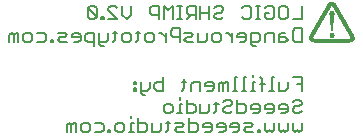
<source format=gbo>
G75*
G70*
%OFA0B0*%
%FSLAX24Y24*%
%IPPOS*%
%LPD*%
%AMOC8*
5,1,8,0,0,1.08239X$1,22.5*
%
%ADD10C,0.0050*%
%ADD11R,0.0006X0.0006*%
%ADD12R,0.0006X0.0006*%
%ADD13R,0.0006X0.0006*%
%ADD14R,0.0006X0.0006*%
D10*
X013272Y021223D02*
X013272Y021448D01*
X013347Y021523D01*
X013422Y021448D01*
X013422Y021223D01*
X013572Y021223D02*
X013572Y021523D01*
X013497Y021523D01*
X013422Y021448D01*
X013733Y021448D02*
X013808Y021523D01*
X013958Y021523D01*
X014033Y021448D01*
X014033Y021298D01*
X013958Y021223D01*
X013808Y021223D01*
X013733Y021298D01*
X013733Y021448D01*
X014193Y021523D02*
X014418Y021523D01*
X014493Y021448D01*
X014493Y021298D01*
X014418Y021223D01*
X014193Y021223D01*
X014648Y021223D02*
X014723Y021223D01*
X014723Y021298D01*
X014648Y021298D01*
X014648Y021223D01*
X014883Y021298D02*
X014883Y021448D01*
X014959Y021523D01*
X015109Y021523D01*
X015184Y021448D01*
X015184Y021298D01*
X015109Y021223D01*
X014959Y021223D01*
X014883Y021298D01*
X015340Y021223D02*
X015491Y021223D01*
X015416Y021223D02*
X015416Y021523D01*
X015491Y021523D01*
X015651Y021523D02*
X015876Y021523D01*
X015951Y021448D01*
X015951Y021298D01*
X015876Y021223D01*
X015651Y021223D01*
X015651Y021674D01*
X015416Y021674D02*
X015416Y021749D01*
X016111Y021523D02*
X016111Y021223D01*
X016336Y021223D01*
X016411Y021298D01*
X016411Y021523D01*
X016568Y021523D02*
X016718Y021523D01*
X016643Y021599D02*
X016643Y021298D01*
X016568Y021223D01*
X016878Y021298D02*
X016953Y021373D01*
X017104Y021373D01*
X017179Y021448D01*
X017104Y021523D01*
X016878Y021523D01*
X016878Y021298D02*
X016953Y021223D01*
X017179Y021223D01*
X017339Y021223D02*
X017339Y021674D01*
X017339Y021523D02*
X017564Y021523D01*
X017639Y021448D01*
X017639Y021298D01*
X017564Y021223D01*
X017339Y021223D01*
X017799Y021373D02*
X018099Y021373D01*
X018099Y021298D02*
X018099Y021448D01*
X018024Y021523D01*
X017874Y021523D01*
X017799Y021448D01*
X017799Y021373D01*
X017874Y021223D02*
X018024Y021223D01*
X018099Y021298D01*
X018259Y021373D02*
X018560Y021373D01*
X018560Y021298D02*
X018560Y021448D01*
X018485Y021523D01*
X018334Y021523D01*
X018259Y021448D01*
X018259Y021373D01*
X018334Y021223D02*
X018485Y021223D01*
X018560Y021298D01*
X018720Y021373D02*
X019020Y021373D01*
X019020Y021298D02*
X019020Y021448D01*
X018945Y021523D01*
X018795Y021523D01*
X018720Y021448D01*
X018720Y021373D01*
X018795Y021223D02*
X018945Y021223D01*
X019020Y021298D01*
X019180Y021298D02*
X019255Y021373D01*
X019405Y021373D01*
X019480Y021448D01*
X019405Y021523D01*
X019180Y021523D01*
X019180Y021298D02*
X019255Y021223D01*
X019480Y021223D01*
X019635Y021223D02*
X019710Y021223D01*
X019710Y021298D01*
X019635Y021298D01*
X019635Y021223D01*
X019871Y021298D02*
X019871Y021523D01*
X019871Y021298D02*
X019946Y021223D01*
X020021Y021298D01*
X020096Y021223D01*
X020171Y021298D01*
X020171Y021523D01*
X020331Y021523D02*
X020331Y021298D01*
X020406Y021223D01*
X020481Y021298D01*
X020556Y021223D01*
X020631Y021298D01*
X020631Y021523D01*
X020791Y021523D02*
X020791Y021298D01*
X020866Y021223D01*
X020941Y021298D01*
X021016Y021223D01*
X021092Y021298D01*
X021092Y021523D01*
X021016Y021848D02*
X021092Y021923D01*
X021016Y021848D02*
X020866Y021848D01*
X020791Y021923D01*
X020791Y021998D01*
X020866Y022073D01*
X021016Y022073D01*
X021092Y022148D01*
X021092Y022224D01*
X021016Y022299D01*
X020866Y022299D01*
X020791Y022224D01*
X020631Y022073D02*
X020631Y021923D01*
X020556Y021848D01*
X020406Y021848D01*
X020331Y021998D02*
X020631Y021998D01*
X020631Y022073D02*
X020556Y022148D01*
X020406Y022148D01*
X020331Y022073D01*
X020331Y021998D01*
X020171Y021998D02*
X019871Y021998D01*
X019871Y022073D01*
X019946Y022148D01*
X020096Y022148D01*
X020171Y022073D01*
X020171Y021923D01*
X020096Y021848D01*
X019946Y021848D01*
X019710Y021923D02*
X019710Y022073D01*
X019635Y022148D01*
X019485Y022148D01*
X019410Y022073D01*
X019410Y021998D01*
X019710Y021998D01*
X019710Y021923D02*
X019635Y021848D01*
X019485Y021848D01*
X019250Y021923D02*
X019250Y022073D01*
X019175Y022148D01*
X018950Y022148D01*
X018950Y022299D02*
X018950Y021848D01*
X019175Y021848D01*
X019250Y021923D01*
X018790Y021923D02*
X018715Y021848D01*
X018565Y021848D01*
X018490Y021923D01*
X018490Y021998D01*
X018565Y022073D01*
X018715Y022073D01*
X018790Y022148D01*
X018790Y022224D01*
X018715Y022299D01*
X018565Y022299D01*
X018490Y022224D01*
X018329Y022148D02*
X018179Y022148D01*
X018254Y022224D02*
X018254Y021923D01*
X018179Y021848D01*
X018023Y021923D02*
X017947Y021848D01*
X017722Y021848D01*
X017722Y022148D01*
X017562Y022073D02*
X017487Y022148D01*
X017262Y022148D01*
X017262Y022299D02*
X017262Y021848D01*
X017487Y021848D01*
X017562Y021923D01*
X017562Y022073D01*
X017102Y022148D02*
X017027Y022148D01*
X017027Y021848D01*
X017102Y021848D02*
X016952Y021848D01*
X016795Y021923D02*
X016795Y022073D01*
X016720Y022148D01*
X016570Y022148D01*
X016495Y022073D01*
X016495Y021923D01*
X016570Y021848D01*
X016720Y021848D01*
X016795Y021923D01*
X017027Y022299D02*
X017027Y022374D01*
X017105Y022598D02*
X017180Y022673D01*
X017180Y022974D01*
X017255Y022898D02*
X017105Y022898D01*
X017415Y022823D02*
X017415Y022598D01*
X017415Y022823D02*
X017491Y022898D01*
X017716Y022898D01*
X017716Y022598D01*
X017876Y022748D02*
X018176Y022748D01*
X018176Y022673D02*
X018176Y022823D01*
X018101Y022898D01*
X017951Y022898D01*
X017876Y022823D01*
X017876Y022748D01*
X017951Y022598D02*
X018101Y022598D01*
X018176Y022673D01*
X018336Y022598D02*
X018336Y022823D01*
X018411Y022898D01*
X018486Y022823D01*
X018486Y022598D01*
X018636Y022598D02*
X018636Y022898D01*
X018561Y022898D01*
X018486Y022823D01*
X018793Y022598D02*
X018943Y022598D01*
X018868Y022598D02*
X018868Y023049D01*
X018943Y023049D01*
X019175Y023049D02*
X019175Y022598D01*
X019250Y022598D02*
X019100Y022598D01*
X019175Y023049D02*
X019250Y023049D01*
X019482Y023049D02*
X019482Y023124D01*
X019482Y022898D02*
X019482Y022598D01*
X019557Y022598D02*
X019407Y022598D01*
X019482Y022898D02*
X019557Y022898D01*
X019714Y022823D02*
X019864Y022823D01*
X019789Y022974D02*
X019789Y022598D01*
X020021Y022598D02*
X020171Y022598D01*
X020096Y022598D02*
X020096Y023049D01*
X020171Y023049D01*
X020331Y022898D02*
X020331Y022598D01*
X020556Y022598D01*
X020631Y022673D01*
X020631Y022898D01*
X020791Y023049D02*
X021092Y023049D01*
X021092Y022598D01*
X021092Y022823D02*
X020941Y022823D01*
X019789Y022974D02*
X019714Y023049D01*
X019560Y024073D02*
X019485Y024073D01*
X019410Y024148D01*
X019410Y024523D01*
X019635Y024523D01*
X019710Y024448D01*
X019710Y024298D01*
X019635Y024223D01*
X019410Y024223D01*
X019250Y024298D02*
X019250Y024448D01*
X019175Y024523D01*
X019025Y024523D01*
X018950Y024448D01*
X018950Y024373D01*
X019250Y024373D01*
X019250Y024298D02*
X019175Y024223D01*
X019025Y024223D01*
X018790Y024223D02*
X018790Y024523D01*
X018790Y024373D02*
X018640Y024523D01*
X018565Y024523D01*
X018406Y024448D02*
X018406Y024298D01*
X018331Y024223D01*
X018181Y024223D01*
X018106Y024298D01*
X018106Y024448D01*
X018181Y024523D01*
X018331Y024523D01*
X018406Y024448D01*
X017946Y024523D02*
X017946Y024298D01*
X017871Y024223D01*
X017646Y024223D01*
X017646Y024523D01*
X017485Y024448D02*
X017410Y024523D01*
X017185Y024523D01*
X017260Y024373D02*
X017185Y024298D01*
X017260Y024223D01*
X017485Y024223D01*
X017410Y024373D02*
X017485Y024448D01*
X017410Y024373D02*
X017260Y024373D01*
X017025Y024373D02*
X016800Y024373D01*
X016725Y024448D01*
X016725Y024599D01*
X016800Y024674D01*
X017025Y024674D01*
X017025Y024223D01*
X016565Y024223D02*
X016565Y024523D01*
X016565Y024373D02*
X016415Y024523D01*
X016340Y024523D01*
X016181Y024448D02*
X016181Y024298D01*
X016106Y024223D01*
X015956Y024223D01*
X015881Y024298D01*
X015881Y024448D01*
X015956Y024523D01*
X016106Y024523D01*
X016181Y024448D01*
X015721Y024523D02*
X015571Y024523D01*
X015646Y024599D02*
X015646Y024298D01*
X015571Y024223D01*
X015414Y024298D02*
X015339Y024223D01*
X015189Y024223D01*
X015114Y024298D01*
X015114Y024448D01*
X015189Y024523D01*
X015339Y024523D01*
X015414Y024448D01*
X015414Y024298D01*
X014954Y024523D02*
X014803Y024523D01*
X014878Y024599D02*
X014878Y024298D01*
X014803Y024223D01*
X014647Y024298D02*
X014572Y024223D01*
X014346Y024223D01*
X014346Y024148D02*
X014421Y024073D01*
X014496Y024073D01*
X014346Y024148D02*
X014346Y024523D01*
X014186Y024523D02*
X014186Y024073D01*
X014186Y024223D02*
X013961Y024223D01*
X013886Y024298D01*
X013886Y024448D01*
X013961Y024523D01*
X014186Y024523D01*
X013726Y024448D02*
X013651Y024523D01*
X013501Y024523D01*
X013426Y024448D01*
X013426Y024373D01*
X013726Y024373D01*
X013726Y024298D02*
X013726Y024448D01*
X013726Y024298D02*
X013651Y024223D01*
X013501Y024223D01*
X013266Y024223D02*
X013040Y024223D01*
X012965Y024298D01*
X013040Y024373D01*
X013191Y024373D01*
X013266Y024448D01*
X013191Y024523D01*
X012965Y024523D01*
X012805Y024298D02*
X012805Y024223D01*
X012730Y024223D01*
X012730Y024298D01*
X012805Y024298D01*
X012575Y024298D02*
X012500Y024223D01*
X012275Y024223D01*
X012115Y024298D02*
X012040Y024223D01*
X011890Y024223D01*
X011814Y024298D01*
X011814Y024448D01*
X011890Y024523D01*
X012040Y024523D01*
X012115Y024448D01*
X012115Y024298D01*
X012275Y024523D02*
X012500Y024523D01*
X012575Y024448D01*
X012575Y024298D01*
X011654Y024223D02*
X011654Y024523D01*
X011579Y024523D01*
X011504Y024448D01*
X011429Y024523D01*
X011354Y024448D01*
X011354Y024223D01*
X011504Y024223D02*
X011504Y024448D01*
X013963Y025048D02*
X014038Y024973D01*
X014188Y024973D01*
X014263Y025048D01*
X013963Y025349D01*
X013963Y025048D01*
X014263Y025048D02*
X014263Y025349D01*
X014188Y025424D01*
X014038Y025424D01*
X013963Y025349D01*
X014418Y025048D02*
X014418Y024973D01*
X014493Y024973D01*
X014493Y025048D01*
X014418Y025048D01*
X014653Y024973D02*
X014954Y024973D01*
X014653Y025273D01*
X014653Y025349D01*
X014728Y025424D01*
X014878Y025424D01*
X014954Y025349D01*
X015114Y025424D02*
X015114Y025123D01*
X015264Y024973D01*
X015414Y025123D01*
X015414Y025424D01*
X016034Y025349D02*
X016034Y025198D01*
X016109Y025123D01*
X016335Y025123D01*
X016335Y024973D02*
X016335Y025424D01*
X016109Y025424D01*
X016034Y025349D01*
X016495Y025424D02*
X016495Y024973D01*
X016795Y024973D02*
X016795Y025424D01*
X016645Y025273D01*
X016495Y025424D01*
X016952Y025424D02*
X017102Y025424D01*
X017027Y025424D02*
X017027Y024973D01*
X017102Y024973D02*
X016952Y024973D01*
X017262Y024973D02*
X017412Y025123D01*
X017337Y025123D02*
X017562Y025123D01*
X017562Y024973D02*
X017562Y025424D01*
X017337Y025424D01*
X017262Y025349D01*
X017262Y025198D01*
X017337Y025123D01*
X017722Y025198D02*
X018023Y025198D01*
X018183Y025123D02*
X018183Y025048D01*
X018258Y024973D01*
X018408Y024973D01*
X018483Y025048D01*
X018408Y025198D02*
X018258Y025198D01*
X018183Y025123D01*
X018023Y024973D02*
X018023Y025424D01*
X018183Y025349D02*
X018258Y025424D01*
X018408Y025424D01*
X018483Y025349D01*
X018483Y025273D01*
X018408Y025198D01*
X019103Y025048D02*
X019178Y024973D01*
X019329Y024973D01*
X019404Y025048D01*
X019404Y025349D01*
X019329Y025424D01*
X019178Y025424D01*
X019103Y025349D01*
X019560Y025424D02*
X019710Y025424D01*
X019635Y025424D02*
X019635Y024973D01*
X019710Y024973D02*
X019560Y024973D01*
X019871Y025048D02*
X019871Y025198D01*
X020021Y025198D01*
X020171Y025349D02*
X020171Y025048D01*
X020096Y024973D01*
X019946Y024973D01*
X019871Y025048D01*
X019871Y025349D02*
X019946Y025424D01*
X020096Y025424D01*
X020171Y025349D01*
X020331Y025349D02*
X020331Y025048D01*
X020406Y024973D01*
X020556Y024973D01*
X020631Y025048D01*
X020631Y025349D01*
X020556Y025424D01*
X020406Y025424D01*
X020331Y025349D01*
X020791Y024973D02*
X021092Y024973D01*
X021092Y025424D01*
X021092Y024674D02*
X020866Y024674D01*
X020791Y024599D01*
X020791Y024298D01*
X020866Y024223D01*
X021092Y024223D01*
X021092Y024674D01*
X020556Y024523D02*
X020406Y024523D01*
X020331Y024448D01*
X020331Y024223D01*
X020556Y024223D01*
X020631Y024298D01*
X020556Y024373D01*
X020331Y024373D01*
X020171Y024223D02*
X020171Y024523D01*
X019946Y024523D01*
X019871Y024448D01*
X019871Y024223D01*
X018023Y022148D02*
X018023Y021923D01*
X016488Y022598D02*
X016263Y022598D01*
X016188Y022673D01*
X016188Y022823D01*
X016263Y022898D01*
X016488Y022898D01*
X016488Y023049D02*
X016488Y022598D01*
X016028Y022673D02*
X015953Y022598D01*
X015727Y022598D01*
X015727Y022523D02*
X015803Y022448D01*
X015878Y022448D01*
X015727Y022523D02*
X015727Y022898D01*
X015567Y022898D02*
X015567Y022823D01*
X015492Y022823D01*
X015492Y022898D01*
X015567Y022898D01*
X015567Y022673D02*
X015492Y022673D01*
X015492Y022598D01*
X015567Y022598D01*
X015567Y022673D01*
X016028Y022673D02*
X016028Y022898D01*
X014647Y024298D02*
X014647Y024523D01*
X017722Y024973D02*
X017722Y025424D01*
D11*
X021376Y024363D03*
X021388Y024363D03*
X021388Y024351D03*
X021388Y024345D03*
X021388Y024333D03*
X021388Y024321D03*
X021388Y024315D03*
X021388Y024303D03*
X021388Y024291D03*
X021388Y024285D03*
X021406Y024285D03*
X021406Y024291D03*
X021418Y024291D03*
X021418Y024285D03*
X021418Y024273D03*
X021418Y024261D03*
X021418Y024255D03*
X021418Y024243D03*
X021406Y024255D03*
X021406Y024261D03*
X021406Y024273D03*
X021436Y024273D03*
X021448Y024273D03*
X021448Y024261D03*
X021448Y024255D03*
X021448Y024243D03*
X021448Y024231D03*
X021448Y024225D03*
X021436Y024225D03*
X021436Y024231D03*
X021436Y024243D03*
X021436Y024255D03*
X021436Y024261D03*
X021436Y024285D03*
X021436Y024291D03*
X021448Y024291D03*
X021448Y024285D03*
X021466Y024285D03*
X021466Y024291D03*
X021478Y024291D03*
X021478Y024285D03*
X021478Y024273D03*
X021478Y024261D03*
X021478Y024255D03*
X021478Y024243D03*
X021478Y024231D03*
X021478Y024225D03*
X021478Y024213D03*
X021466Y024213D03*
X021466Y024225D03*
X021466Y024231D03*
X021466Y024243D03*
X021466Y024255D03*
X021466Y024261D03*
X021466Y024273D03*
X021496Y024273D03*
X021508Y024273D03*
X021508Y024261D03*
X021508Y024255D03*
X021508Y024243D03*
X021508Y024231D03*
X021508Y024225D03*
X021508Y024213D03*
X021496Y024213D03*
X021496Y024225D03*
X021496Y024231D03*
X021496Y024243D03*
X021496Y024255D03*
X021496Y024261D03*
X021496Y024285D03*
X021496Y024291D03*
X021508Y024291D03*
X021508Y024285D03*
X021526Y024285D03*
X021526Y024291D03*
X021538Y024291D03*
X021538Y024285D03*
X021538Y024273D03*
X021538Y024261D03*
X021538Y024255D03*
X021538Y024243D03*
X021538Y024231D03*
X021538Y024225D03*
X021538Y024213D03*
X021538Y024201D03*
X021526Y024201D03*
X021526Y024213D03*
X021526Y024225D03*
X021526Y024231D03*
X021526Y024243D03*
X021526Y024255D03*
X021526Y024261D03*
X021526Y024273D03*
X021556Y024273D03*
X021568Y024273D03*
X021568Y024261D03*
X021568Y024255D03*
X021568Y024243D03*
X021568Y024231D03*
X021568Y024225D03*
X021568Y024213D03*
X021556Y024213D03*
X021556Y024225D03*
X021556Y024231D03*
X021556Y024243D03*
X021556Y024255D03*
X021556Y024261D03*
X021556Y024285D03*
X021556Y024291D03*
X021568Y024291D03*
X021568Y024285D03*
X021586Y024285D03*
X021586Y024291D03*
X021598Y024291D03*
X021598Y024285D03*
X021598Y024273D03*
X021598Y024261D03*
X021598Y024255D03*
X021598Y024243D03*
X021598Y024231D03*
X021598Y024225D03*
X021598Y024213D03*
X021598Y024201D03*
X021586Y024201D03*
X021586Y024213D03*
X021586Y024225D03*
X021586Y024231D03*
X021586Y024243D03*
X021586Y024255D03*
X021586Y024261D03*
X021586Y024273D03*
X021616Y024273D03*
X021628Y024273D03*
X021628Y024261D03*
X021628Y024255D03*
X021628Y024243D03*
X021628Y024231D03*
X021628Y024225D03*
X021628Y024213D03*
X021616Y024213D03*
X021616Y024225D03*
X021616Y024231D03*
X021616Y024243D03*
X021616Y024255D03*
X021616Y024261D03*
X021616Y024285D03*
X021616Y024291D03*
X021628Y024291D03*
X021628Y024285D03*
X021646Y024285D03*
X021646Y024291D03*
X021658Y024291D03*
X021658Y024285D03*
X021658Y024273D03*
X021658Y024261D03*
X021658Y024255D03*
X021658Y024243D03*
X021658Y024231D03*
X021658Y024225D03*
X021658Y024213D03*
X021658Y024201D03*
X021646Y024201D03*
X021646Y024213D03*
X021646Y024225D03*
X021646Y024231D03*
X021646Y024243D03*
X021646Y024255D03*
X021646Y024261D03*
X021646Y024273D03*
X021676Y024273D03*
X021688Y024273D03*
X021688Y024261D03*
X021688Y024255D03*
X021688Y024243D03*
X021688Y024231D03*
X021688Y024225D03*
X021688Y024213D03*
X021676Y024213D03*
X021676Y024225D03*
X021676Y024231D03*
X021676Y024243D03*
X021676Y024255D03*
X021676Y024261D03*
X021676Y024285D03*
X021676Y024291D03*
X021688Y024291D03*
X021688Y024285D03*
X021706Y024285D03*
X021706Y024291D03*
X021718Y024291D03*
X021718Y024285D03*
X021718Y024273D03*
X021718Y024261D03*
X021718Y024255D03*
X021718Y024243D03*
X021718Y024231D03*
X021718Y024225D03*
X021718Y024213D03*
X021718Y024201D03*
X021706Y024201D03*
X021706Y024213D03*
X021706Y024225D03*
X021706Y024231D03*
X021706Y024243D03*
X021706Y024255D03*
X021706Y024261D03*
X021706Y024273D03*
X021736Y024273D03*
X021748Y024273D03*
X021748Y024261D03*
X021748Y024255D03*
X021748Y024243D03*
X021748Y024231D03*
X021748Y024225D03*
X021748Y024213D03*
X021736Y024213D03*
X021736Y024225D03*
X021736Y024231D03*
X021736Y024243D03*
X021736Y024255D03*
X021736Y024261D03*
X021736Y024285D03*
X021736Y024291D03*
X021748Y024291D03*
X021748Y024285D03*
X021766Y024285D03*
X021766Y024291D03*
X021778Y024291D03*
X021778Y024285D03*
X021778Y024273D03*
X021778Y024261D03*
X021778Y024255D03*
X021778Y024243D03*
X021778Y024231D03*
X021778Y024225D03*
X021778Y024213D03*
X021778Y024201D03*
X021766Y024201D03*
X021766Y024213D03*
X021766Y024225D03*
X021766Y024231D03*
X021766Y024243D03*
X021766Y024255D03*
X021766Y024261D03*
X021766Y024273D03*
X021796Y024273D03*
X021808Y024273D03*
X021808Y024261D03*
X021808Y024255D03*
X021808Y024243D03*
X021808Y024231D03*
X021808Y024225D03*
X021808Y024213D03*
X021796Y024213D03*
X021796Y024225D03*
X021796Y024231D03*
X021796Y024243D03*
X021796Y024255D03*
X021796Y024261D03*
X021796Y024285D03*
X021796Y024291D03*
X021808Y024291D03*
X021808Y024285D03*
X021826Y024285D03*
X021826Y024291D03*
X021838Y024291D03*
X021838Y024285D03*
X021838Y024273D03*
X021838Y024261D03*
X021838Y024255D03*
X021838Y024243D03*
X021838Y024231D03*
X021838Y024225D03*
X021838Y024213D03*
X021838Y024201D03*
X021826Y024201D03*
X021826Y024213D03*
X021826Y024225D03*
X021826Y024231D03*
X021826Y024243D03*
X021826Y024255D03*
X021826Y024261D03*
X021826Y024273D03*
X021856Y024273D03*
X021868Y024273D03*
X021868Y024261D03*
X021868Y024255D03*
X021868Y024243D03*
X021868Y024231D03*
X021868Y024225D03*
X021868Y024213D03*
X021856Y024213D03*
X021856Y024225D03*
X021856Y024231D03*
X021856Y024243D03*
X021856Y024255D03*
X021856Y024261D03*
X021856Y024285D03*
X021856Y024291D03*
X021868Y024291D03*
X021868Y024285D03*
X021886Y024285D03*
X021886Y024291D03*
X021898Y024291D03*
X021898Y024285D03*
X021898Y024273D03*
X021898Y024261D03*
X021898Y024255D03*
X021898Y024243D03*
X021898Y024231D03*
X021898Y024225D03*
X021898Y024213D03*
X021898Y024201D03*
X021886Y024201D03*
X021886Y024213D03*
X021886Y024225D03*
X021886Y024231D03*
X021886Y024243D03*
X021886Y024255D03*
X021886Y024261D03*
X021886Y024273D03*
X021916Y024273D03*
X021928Y024273D03*
X021928Y024261D03*
X021928Y024255D03*
X021928Y024243D03*
X021928Y024231D03*
X021928Y024225D03*
X021928Y024213D03*
X021916Y024213D03*
X021916Y024225D03*
X021916Y024231D03*
X021916Y024243D03*
X021916Y024255D03*
X021916Y024261D03*
X021916Y024285D03*
X021916Y024291D03*
X021928Y024291D03*
X021928Y024285D03*
X021946Y024285D03*
X021946Y024291D03*
X021958Y024291D03*
X021958Y024285D03*
X021958Y024273D03*
X021958Y024261D03*
X021958Y024255D03*
X021958Y024243D03*
X021958Y024231D03*
X021958Y024225D03*
X021958Y024213D03*
X021958Y024201D03*
X021946Y024201D03*
X021946Y024213D03*
X021946Y024225D03*
X021946Y024231D03*
X021946Y024243D03*
X021946Y024255D03*
X021946Y024261D03*
X021946Y024273D03*
X021976Y024273D03*
X021988Y024273D03*
X021988Y024261D03*
X021988Y024255D03*
X021988Y024243D03*
X021988Y024231D03*
X021988Y024225D03*
X021988Y024213D03*
X021976Y024213D03*
X021976Y024225D03*
X021976Y024231D03*
X021976Y024243D03*
X021976Y024255D03*
X021976Y024261D03*
X021976Y024285D03*
X021976Y024291D03*
X021988Y024291D03*
X021988Y024285D03*
X022006Y024285D03*
X022006Y024291D03*
X022018Y024291D03*
X022018Y024285D03*
X022018Y024273D03*
X022018Y024261D03*
X022018Y024255D03*
X022018Y024243D03*
X022018Y024231D03*
X022018Y024225D03*
X022018Y024213D03*
X022018Y024201D03*
X022006Y024201D03*
X022006Y024213D03*
X022006Y024225D03*
X022006Y024231D03*
X022006Y024243D03*
X022006Y024255D03*
X022006Y024261D03*
X022006Y024273D03*
X022036Y024273D03*
X022048Y024273D03*
X022048Y024261D03*
X022048Y024255D03*
X022048Y024243D03*
X022048Y024231D03*
X022048Y024225D03*
X022048Y024213D03*
X022036Y024213D03*
X022036Y024225D03*
X022036Y024231D03*
X022036Y024243D03*
X022036Y024255D03*
X022036Y024261D03*
X022036Y024285D03*
X022036Y024291D03*
X022048Y024291D03*
X022048Y024285D03*
X022066Y024285D03*
X022066Y024291D03*
X022078Y024291D03*
X022078Y024285D03*
X022078Y024273D03*
X022078Y024261D03*
X022078Y024255D03*
X022078Y024243D03*
X022078Y024231D03*
X022078Y024225D03*
X022078Y024213D03*
X022078Y024201D03*
X022066Y024201D03*
X022066Y024213D03*
X022066Y024225D03*
X022066Y024231D03*
X022066Y024243D03*
X022066Y024255D03*
X022066Y024261D03*
X022066Y024273D03*
X022096Y024273D03*
X022108Y024273D03*
X022108Y024261D03*
X022108Y024255D03*
X022108Y024243D03*
X022108Y024231D03*
X022108Y024225D03*
X022108Y024213D03*
X022096Y024213D03*
X022096Y024225D03*
X022096Y024231D03*
X022096Y024243D03*
X022096Y024255D03*
X022096Y024261D03*
X022096Y024285D03*
X022096Y024291D03*
X022108Y024291D03*
X022108Y024285D03*
X022126Y024285D03*
X022126Y024291D03*
X022138Y024291D03*
X022138Y024285D03*
X022138Y024273D03*
X022138Y024261D03*
X022138Y024255D03*
X022138Y024243D03*
X022138Y024231D03*
X022138Y024225D03*
X022138Y024213D03*
X022138Y024201D03*
X022126Y024201D03*
X022126Y024213D03*
X022126Y024225D03*
X022126Y024231D03*
X022126Y024243D03*
X022126Y024255D03*
X022126Y024261D03*
X022126Y024273D03*
X022156Y024273D03*
X022168Y024273D03*
X022168Y024261D03*
X022168Y024255D03*
X022168Y024243D03*
X022168Y024231D03*
X022168Y024225D03*
X022168Y024213D03*
X022156Y024213D03*
X022156Y024225D03*
X022156Y024231D03*
X022156Y024243D03*
X022156Y024255D03*
X022156Y024261D03*
X022156Y024285D03*
X022156Y024291D03*
X022168Y024291D03*
X022168Y024285D03*
X022186Y024285D03*
X022186Y024291D03*
X022198Y024291D03*
X022198Y024285D03*
X022198Y024273D03*
X022198Y024261D03*
X022198Y024255D03*
X022198Y024243D03*
X022198Y024231D03*
X022198Y024225D03*
X022198Y024213D03*
X022198Y024201D03*
X022186Y024201D03*
X022186Y024213D03*
X022186Y024225D03*
X022186Y024231D03*
X022186Y024243D03*
X022186Y024255D03*
X022186Y024261D03*
X022186Y024273D03*
X022216Y024273D03*
X022228Y024273D03*
X022228Y024261D03*
X022228Y024255D03*
X022228Y024243D03*
X022228Y024231D03*
X022228Y024225D03*
X022228Y024213D03*
X022216Y024213D03*
X022216Y024225D03*
X022216Y024231D03*
X022216Y024243D03*
X022216Y024255D03*
X022216Y024261D03*
X022216Y024285D03*
X022216Y024291D03*
X022228Y024291D03*
X022228Y024285D03*
X022246Y024285D03*
X022246Y024291D03*
X022258Y024291D03*
X022258Y024285D03*
X022258Y024273D03*
X022258Y024261D03*
X022258Y024255D03*
X022258Y024243D03*
X022258Y024231D03*
X022258Y024225D03*
X022258Y024213D03*
X022258Y024201D03*
X022246Y024201D03*
X022246Y024213D03*
X022246Y024225D03*
X022246Y024231D03*
X022246Y024243D03*
X022246Y024255D03*
X022246Y024261D03*
X022246Y024273D03*
X022276Y024273D03*
X022288Y024273D03*
X022288Y024261D03*
X022288Y024255D03*
X022288Y024243D03*
X022288Y024231D03*
X022288Y024225D03*
X022288Y024213D03*
X022276Y024213D03*
X022276Y024225D03*
X022276Y024231D03*
X022276Y024243D03*
X022276Y024255D03*
X022276Y024261D03*
X022276Y024285D03*
X022276Y024291D03*
X022288Y024291D03*
X022288Y024285D03*
X022306Y024285D03*
X022306Y024291D03*
X022318Y024291D03*
X022318Y024285D03*
X022318Y024273D03*
X022318Y024261D03*
X022318Y024255D03*
X022318Y024243D03*
X022318Y024231D03*
X022318Y024225D03*
X022318Y024213D03*
X022318Y024201D03*
X022306Y024201D03*
X022306Y024213D03*
X022306Y024225D03*
X022306Y024231D03*
X022306Y024243D03*
X022306Y024255D03*
X022306Y024261D03*
X022306Y024273D03*
X022336Y024273D03*
X022348Y024273D03*
X022348Y024261D03*
X022348Y024255D03*
X022348Y024243D03*
X022348Y024231D03*
X022348Y024225D03*
X022348Y024213D03*
X022336Y024213D03*
X022336Y024225D03*
X022336Y024231D03*
X022336Y024243D03*
X022336Y024255D03*
X022336Y024261D03*
X022336Y024285D03*
X022336Y024291D03*
X022348Y024291D03*
X022348Y024285D03*
X022366Y024285D03*
X022366Y024291D03*
X022378Y024291D03*
X022378Y024285D03*
X022378Y024273D03*
X022378Y024261D03*
X022378Y024255D03*
X022378Y024243D03*
X022378Y024231D03*
X022378Y024225D03*
X022378Y024213D03*
X022378Y024201D03*
X022366Y024201D03*
X022366Y024213D03*
X022366Y024225D03*
X022366Y024231D03*
X022366Y024243D03*
X022366Y024255D03*
X022366Y024261D03*
X022366Y024273D03*
X022396Y024273D03*
X022408Y024273D03*
X022408Y024261D03*
X022408Y024255D03*
X022408Y024243D03*
X022408Y024231D03*
X022408Y024225D03*
X022408Y024213D03*
X022396Y024213D03*
X022396Y024225D03*
X022396Y024231D03*
X022396Y024243D03*
X022396Y024255D03*
X022396Y024261D03*
X022396Y024285D03*
X022396Y024291D03*
X022408Y024291D03*
X022408Y024285D03*
X022426Y024285D03*
X022426Y024291D03*
X022438Y024291D03*
X022438Y024285D03*
X022438Y024273D03*
X022438Y024261D03*
X022438Y024255D03*
X022438Y024243D03*
X022438Y024231D03*
X022438Y024225D03*
X022438Y024213D03*
X022438Y024201D03*
X022426Y024201D03*
X022426Y024213D03*
X022426Y024225D03*
X022426Y024231D03*
X022426Y024243D03*
X022426Y024255D03*
X022426Y024261D03*
X022426Y024273D03*
X022456Y024273D03*
X022468Y024273D03*
X022468Y024261D03*
X022468Y024255D03*
X022468Y024243D03*
X022468Y024231D03*
X022468Y024225D03*
X022468Y024213D03*
X022456Y024213D03*
X022456Y024225D03*
X022456Y024231D03*
X022456Y024243D03*
X022456Y024255D03*
X022456Y024261D03*
X022456Y024285D03*
X022456Y024291D03*
X022468Y024291D03*
X022468Y024285D03*
X022486Y024285D03*
X022486Y024291D03*
X022498Y024291D03*
X022498Y024285D03*
X022498Y024273D03*
X022498Y024261D03*
X022498Y024255D03*
X022498Y024243D03*
X022498Y024231D03*
X022498Y024225D03*
X022498Y024213D03*
X022498Y024201D03*
X022486Y024201D03*
X022486Y024213D03*
X022486Y024225D03*
X022486Y024231D03*
X022486Y024243D03*
X022486Y024255D03*
X022486Y024261D03*
X022486Y024273D03*
X022516Y024273D03*
X022528Y024273D03*
X022528Y024261D03*
X022528Y024255D03*
X022528Y024243D03*
X022528Y024231D03*
X022528Y024225D03*
X022528Y024213D03*
X022516Y024213D03*
X022516Y024225D03*
X022516Y024231D03*
X022516Y024243D03*
X022516Y024255D03*
X022516Y024261D03*
X022516Y024285D03*
X022516Y024291D03*
X022528Y024291D03*
X022528Y024285D03*
X022546Y024285D03*
X022546Y024291D03*
X022558Y024291D03*
X022558Y024285D03*
X022558Y024273D03*
X022558Y024261D03*
X022558Y024255D03*
X022558Y024243D03*
X022558Y024231D03*
X022558Y024225D03*
X022558Y024213D03*
X022558Y024201D03*
X022546Y024201D03*
X022546Y024213D03*
X022546Y024225D03*
X022546Y024231D03*
X022546Y024243D03*
X022546Y024255D03*
X022546Y024261D03*
X022546Y024273D03*
X022576Y024273D03*
X022588Y024273D03*
X022588Y024261D03*
X022588Y024255D03*
X022588Y024243D03*
X022588Y024231D03*
X022588Y024225D03*
X022588Y024213D03*
X022576Y024213D03*
X022576Y024225D03*
X022576Y024231D03*
X022576Y024243D03*
X022576Y024255D03*
X022576Y024261D03*
X022576Y024285D03*
X022576Y024291D03*
X022588Y024291D03*
X022588Y024285D03*
X022606Y024285D03*
X022606Y024291D03*
X022618Y024291D03*
X022618Y024285D03*
X022618Y024273D03*
X022618Y024261D03*
X022618Y024255D03*
X022618Y024243D03*
X022618Y024231D03*
X022618Y024225D03*
X022618Y024213D03*
X022618Y024201D03*
X022606Y024201D03*
X022606Y024213D03*
X022606Y024225D03*
X022606Y024231D03*
X022606Y024243D03*
X022606Y024255D03*
X022606Y024261D03*
X022606Y024273D03*
X022636Y024273D03*
X022648Y024273D03*
X022648Y024261D03*
X022648Y024255D03*
X022648Y024243D03*
X022648Y024231D03*
X022648Y024225D03*
X022648Y024213D03*
X022636Y024213D03*
X022636Y024225D03*
X022636Y024231D03*
X022636Y024243D03*
X022636Y024255D03*
X022636Y024261D03*
X022636Y024285D03*
X022636Y024291D03*
X022648Y024291D03*
X022648Y024285D03*
X022666Y024285D03*
X022666Y024291D03*
X022678Y024291D03*
X022678Y024285D03*
X022678Y024273D03*
X022678Y024261D03*
X022678Y024255D03*
X022678Y024243D03*
X022678Y024231D03*
X022678Y024225D03*
X022678Y024213D03*
X022678Y024201D03*
X022666Y024201D03*
X022666Y024213D03*
X022666Y024225D03*
X022666Y024231D03*
X022666Y024243D03*
X022666Y024255D03*
X022666Y024261D03*
X022666Y024273D03*
X022696Y024273D03*
X022708Y024273D03*
X022708Y024261D03*
X022708Y024255D03*
X022708Y024243D03*
X022708Y024231D03*
X022708Y024225D03*
X022708Y024213D03*
X022696Y024213D03*
X022696Y024225D03*
X022696Y024231D03*
X022696Y024243D03*
X022696Y024255D03*
X022696Y024261D03*
X022696Y024285D03*
X022696Y024291D03*
X022708Y024291D03*
X022708Y024285D03*
X022726Y024285D03*
X022726Y024291D03*
X022738Y024291D03*
X022738Y024285D03*
X022738Y024273D03*
X022738Y024261D03*
X022738Y024255D03*
X022738Y024243D03*
X022738Y024231D03*
X022738Y024225D03*
X022738Y024213D03*
X022726Y024213D03*
X022726Y024225D03*
X022726Y024231D03*
X022726Y024243D03*
X022726Y024255D03*
X022726Y024261D03*
X022726Y024273D03*
X022756Y024273D03*
X022768Y024273D03*
X022768Y024261D03*
X022768Y024255D03*
X022768Y024243D03*
X022768Y024231D03*
X022768Y024225D03*
X022768Y024213D03*
X022756Y024213D03*
X022756Y024225D03*
X022756Y024231D03*
X022756Y024243D03*
X022756Y024255D03*
X022756Y024261D03*
X022756Y024285D03*
X022756Y024291D03*
X022768Y024291D03*
X022768Y024285D03*
X022786Y024285D03*
X022786Y024291D03*
X022798Y024291D03*
X022798Y024285D03*
X022798Y024273D03*
X022798Y024261D03*
X022798Y024255D03*
X022798Y024243D03*
X022798Y024231D03*
X022798Y024225D03*
X022786Y024225D03*
X022786Y024231D03*
X022786Y024243D03*
X022786Y024255D03*
X022786Y024261D03*
X022786Y024273D03*
X022816Y024273D03*
X022828Y024273D03*
X022828Y024261D03*
X022828Y024255D03*
X022816Y024255D03*
X022816Y024261D03*
X022816Y024243D03*
X022816Y024285D03*
X022816Y024291D03*
X022828Y024291D03*
X022828Y024285D03*
X022846Y024285D03*
X022846Y024291D03*
X022846Y024303D03*
X022858Y024303D03*
X022858Y024315D03*
X022858Y024321D03*
X022858Y024333D03*
X022858Y024345D03*
X022858Y024351D03*
X022858Y024363D03*
X022846Y024363D03*
X022846Y024351D03*
X022846Y024345D03*
X022846Y024333D03*
X022846Y024321D03*
X022846Y024315D03*
X022828Y024315D03*
X022828Y024321D03*
X022828Y024333D03*
X022828Y024345D03*
X022828Y024351D03*
X022828Y024363D03*
X022828Y024375D03*
X022828Y024381D03*
X022828Y024393D03*
X022828Y024405D03*
X022828Y024411D03*
X022828Y024423D03*
X022828Y024435D03*
X022828Y024441D03*
X022816Y024441D03*
X022816Y024435D03*
X022816Y024423D03*
X022816Y024411D03*
X022816Y024405D03*
X022816Y024393D03*
X022816Y024381D03*
X022816Y024375D03*
X022816Y024363D03*
X022816Y024351D03*
X022816Y024345D03*
X022816Y024333D03*
X022816Y024321D03*
X022816Y024315D03*
X022816Y024303D03*
X022828Y024303D03*
X022798Y024303D03*
X022798Y024315D03*
X022798Y024321D03*
X022798Y024333D03*
X022798Y024345D03*
X022798Y024351D03*
X022798Y024363D03*
X022798Y024375D03*
X022798Y024381D03*
X022798Y024393D03*
X022798Y024405D03*
X022798Y024411D03*
X022798Y024423D03*
X022798Y024435D03*
X022798Y024441D03*
X022798Y024453D03*
X022798Y024465D03*
X022798Y024471D03*
X022798Y024483D03*
X022786Y024483D03*
X022786Y024471D03*
X022786Y024465D03*
X022786Y024453D03*
X022786Y024441D03*
X022786Y024435D03*
X022786Y024423D03*
X022786Y024411D03*
X022786Y024405D03*
X022786Y024393D03*
X022786Y024381D03*
X022786Y024375D03*
X022786Y024363D03*
X022786Y024351D03*
X022786Y024345D03*
X022786Y024333D03*
X022786Y024321D03*
X022786Y024315D03*
X022786Y024303D03*
X022768Y024303D03*
X022768Y024315D03*
X022768Y024321D03*
X022768Y024333D03*
X022768Y024345D03*
X022768Y024351D03*
X022768Y024363D03*
X022768Y024375D03*
X022768Y024381D03*
X022768Y024393D03*
X022768Y024405D03*
X022768Y024411D03*
X022768Y024423D03*
X022768Y024435D03*
X022768Y024441D03*
X022768Y024453D03*
X022768Y024465D03*
X022768Y024471D03*
X022768Y024483D03*
X022768Y024495D03*
X022768Y024501D03*
X022768Y024513D03*
X022768Y024525D03*
X022768Y024531D03*
X022768Y024543D03*
X022756Y024543D03*
X022756Y024531D03*
X022756Y024525D03*
X022756Y024513D03*
X022756Y024501D03*
X022756Y024495D03*
X022756Y024483D03*
X022756Y024471D03*
X022756Y024465D03*
X022756Y024453D03*
X022756Y024441D03*
X022756Y024435D03*
X022756Y024423D03*
X022756Y024411D03*
X022756Y024405D03*
X022756Y024393D03*
X022756Y024381D03*
X022756Y024375D03*
X022756Y024363D03*
X022738Y024393D03*
X022738Y024405D03*
X022738Y024411D03*
X022738Y024423D03*
X022738Y024435D03*
X022738Y024441D03*
X022738Y024453D03*
X022738Y024465D03*
X022738Y024471D03*
X022738Y024483D03*
X022738Y024495D03*
X022738Y024501D03*
X022738Y024513D03*
X022738Y024525D03*
X022738Y024531D03*
X022738Y024543D03*
X022738Y024555D03*
X022738Y024561D03*
X022738Y024573D03*
X022738Y024585D03*
X022738Y024591D03*
X022726Y024591D03*
X022726Y024585D03*
X022726Y024573D03*
X022726Y024561D03*
X022726Y024555D03*
X022726Y024543D03*
X022726Y024531D03*
X022726Y024525D03*
X022726Y024513D03*
X022726Y024501D03*
X022726Y024495D03*
X022726Y024483D03*
X022726Y024471D03*
X022726Y024465D03*
X022726Y024453D03*
X022726Y024441D03*
X022726Y024435D03*
X022726Y024423D03*
X022726Y024411D03*
X022708Y024453D03*
X022708Y024465D03*
X022708Y024471D03*
X022708Y024483D03*
X022708Y024495D03*
X022708Y024501D03*
X022708Y024513D03*
X022708Y024525D03*
X022708Y024531D03*
X022708Y024543D03*
X022708Y024555D03*
X022708Y024561D03*
X022708Y024573D03*
X022708Y024585D03*
X022708Y024591D03*
X022708Y024603D03*
X022708Y024615D03*
X022708Y024621D03*
X022708Y024633D03*
X022708Y024645D03*
X022708Y024651D03*
X022696Y024651D03*
X022696Y024645D03*
X022696Y024633D03*
X022696Y024621D03*
X022696Y024615D03*
X022696Y024603D03*
X022696Y024591D03*
X022696Y024585D03*
X022696Y024573D03*
X022696Y024561D03*
X022696Y024555D03*
X022696Y024543D03*
X022696Y024531D03*
X022696Y024525D03*
X022696Y024513D03*
X022696Y024501D03*
X022696Y024495D03*
X022696Y024483D03*
X022696Y024471D03*
X022696Y024465D03*
X022678Y024495D03*
X022678Y024501D03*
X022678Y024513D03*
X022678Y024525D03*
X022678Y024531D03*
X022678Y024543D03*
X022678Y024555D03*
X022678Y024561D03*
X022678Y024573D03*
X022678Y024585D03*
X022678Y024591D03*
X022678Y024603D03*
X022678Y024615D03*
X022678Y024621D03*
X022678Y024633D03*
X022678Y024645D03*
X022678Y024651D03*
X022678Y024663D03*
X022678Y024675D03*
X022678Y024681D03*
X022678Y024693D03*
X022678Y024705D03*
X022666Y024705D03*
X022666Y024711D03*
X022666Y024723D03*
X022648Y024723D03*
X022648Y024711D03*
X022648Y024705D03*
X022648Y024693D03*
X022648Y024681D03*
X022648Y024675D03*
X022648Y024663D03*
X022648Y024651D03*
X022648Y024645D03*
X022648Y024633D03*
X022648Y024621D03*
X022648Y024615D03*
X022648Y024603D03*
X022648Y024591D03*
X022648Y024585D03*
X022648Y024573D03*
X022648Y024561D03*
X022648Y024555D03*
X022666Y024555D03*
X022666Y024561D03*
X022666Y024573D03*
X022666Y024585D03*
X022666Y024591D03*
X022666Y024603D03*
X022666Y024615D03*
X022666Y024621D03*
X022666Y024633D03*
X022666Y024645D03*
X022666Y024651D03*
X022666Y024663D03*
X022666Y024675D03*
X022666Y024681D03*
X022666Y024693D03*
X022636Y024693D03*
X022636Y024681D03*
X022636Y024675D03*
X022636Y024663D03*
X022636Y024651D03*
X022636Y024645D03*
X022636Y024633D03*
X022636Y024621D03*
X022636Y024615D03*
X022636Y024603D03*
X022636Y024591D03*
X022636Y024585D03*
X022636Y024573D03*
X022618Y024603D03*
X022618Y024615D03*
X022618Y024621D03*
X022618Y024633D03*
X022618Y024645D03*
X022618Y024651D03*
X022618Y024663D03*
X022618Y024675D03*
X022618Y024681D03*
X022618Y024693D03*
X022618Y024705D03*
X022618Y024711D03*
X022618Y024723D03*
X022618Y024735D03*
X022618Y024741D03*
X022618Y024753D03*
X022618Y024765D03*
X022618Y024771D03*
X022618Y024783D03*
X022618Y024795D03*
X022618Y024801D03*
X022606Y024801D03*
X022606Y024795D03*
X022606Y024783D03*
X022606Y024771D03*
X022606Y024765D03*
X022606Y024753D03*
X022606Y024741D03*
X022606Y024735D03*
X022606Y024723D03*
X022606Y024711D03*
X022606Y024705D03*
X022606Y024693D03*
X022606Y024681D03*
X022606Y024675D03*
X022606Y024663D03*
X022606Y024651D03*
X022606Y024645D03*
X022606Y024633D03*
X022588Y024663D03*
X022588Y024675D03*
X022588Y024681D03*
X022588Y024693D03*
X022588Y024705D03*
X022588Y024711D03*
X022588Y024723D03*
X022588Y024735D03*
X022588Y024741D03*
X022588Y024753D03*
X022588Y024765D03*
X022588Y024771D03*
X022588Y024783D03*
X022588Y024795D03*
X022588Y024801D03*
X022588Y024813D03*
X022588Y024825D03*
X022588Y024831D03*
X022588Y024843D03*
X022588Y024855D03*
X022588Y024861D03*
X022576Y024861D03*
X022576Y024855D03*
X022576Y024843D03*
X022576Y024831D03*
X022576Y024825D03*
X022576Y024813D03*
X022576Y024801D03*
X022576Y024795D03*
X022576Y024783D03*
X022576Y024771D03*
X022576Y024765D03*
X022576Y024753D03*
X022576Y024741D03*
X022576Y024735D03*
X022576Y024723D03*
X022576Y024711D03*
X022576Y024705D03*
X022576Y024693D03*
X022576Y024681D03*
X022576Y024675D03*
X022558Y024705D03*
X022558Y024711D03*
X022558Y024723D03*
X022558Y024735D03*
X022558Y024741D03*
X022558Y024753D03*
X022558Y024765D03*
X022558Y024771D03*
X022558Y024783D03*
X022558Y024795D03*
X022558Y024801D03*
X022558Y024813D03*
X022558Y024825D03*
X022558Y024831D03*
X022558Y024843D03*
X022558Y024855D03*
X022558Y024861D03*
X022558Y024873D03*
X022558Y024885D03*
X022558Y024891D03*
X022558Y024903D03*
X022546Y024903D03*
X022546Y024891D03*
X022546Y024885D03*
X022546Y024873D03*
X022546Y024861D03*
X022546Y024855D03*
X022546Y024843D03*
X022546Y024831D03*
X022546Y024825D03*
X022546Y024813D03*
X022546Y024801D03*
X022546Y024795D03*
X022546Y024783D03*
X022546Y024771D03*
X022546Y024765D03*
X022546Y024753D03*
X022546Y024741D03*
X022546Y024735D03*
X022546Y024723D03*
X022528Y024753D03*
X022528Y024765D03*
X022528Y024771D03*
X022528Y024783D03*
X022528Y024795D03*
X022528Y024801D03*
X022528Y024813D03*
X022528Y024825D03*
X022528Y024831D03*
X022528Y024843D03*
X022528Y024855D03*
X022528Y024861D03*
X022528Y024873D03*
X022528Y024885D03*
X022528Y024891D03*
X022528Y024903D03*
X022528Y024915D03*
X022528Y024921D03*
X022528Y024933D03*
X022528Y024945D03*
X022528Y024951D03*
X022528Y024963D03*
X022516Y024963D03*
X022516Y024951D03*
X022516Y024945D03*
X022516Y024933D03*
X022516Y024921D03*
X022516Y024915D03*
X022516Y024903D03*
X022516Y024891D03*
X022516Y024885D03*
X022516Y024873D03*
X022516Y024861D03*
X022516Y024855D03*
X022516Y024843D03*
X022516Y024831D03*
X022516Y024825D03*
X022516Y024813D03*
X022516Y024801D03*
X022516Y024795D03*
X022516Y024783D03*
X022498Y024813D03*
X022498Y024825D03*
X022498Y024831D03*
X022498Y024843D03*
X022498Y024855D03*
X022498Y024861D03*
X022498Y024873D03*
X022498Y024885D03*
X022498Y024891D03*
X022498Y024903D03*
X022498Y024915D03*
X022498Y024921D03*
X022498Y024933D03*
X022498Y024945D03*
X022498Y024951D03*
X022498Y024963D03*
X022498Y024975D03*
X022498Y024981D03*
X022498Y024993D03*
X022498Y025005D03*
X022498Y025011D03*
X022486Y025011D03*
X022486Y025005D03*
X022486Y024993D03*
X022486Y024981D03*
X022486Y024975D03*
X022486Y024963D03*
X022486Y024951D03*
X022486Y024945D03*
X022486Y024933D03*
X022486Y024921D03*
X022486Y024915D03*
X022486Y024903D03*
X022486Y024891D03*
X022486Y024885D03*
X022486Y024873D03*
X022486Y024861D03*
X022486Y024855D03*
X022486Y024843D03*
X022486Y024831D03*
X022486Y024825D03*
X022468Y024855D03*
X022468Y024861D03*
X022468Y024873D03*
X022468Y024885D03*
X022468Y024891D03*
X022468Y024903D03*
X022468Y024915D03*
X022468Y024921D03*
X022468Y024933D03*
X022468Y024945D03*
X022468Y024951D03*
X022468Y024963D03*
X022468Y024975D03*
X022468Y024981D03*
X022468Y024993D03*
X022468Y025005D03*
X022468Y025011D03*
X022468Y025023D03*
X022468Y025035D03*
X022468Y025041D03*
X022468Y025053D03*
X022468Y025065D03*
X022456Y025065D03*
X022456Y025071D03*
X022456Y025083D03*
X022438Y025083D03*
X022438Y025071D03*
X022438Y025065D03*
X022438Y025053D03*
X022438Y025041D03*
X022438Y025035D03*
X022438Y025023D03*
X022438Y025011D03*
X022438Y025005D03*
X022438Y024993D03*
X022438Y024981D03*
X022438Y024975D03*
X022438Y024963D03*
X022438Y024951D03*
X022438Y024945D03*
X022438Y024933D03*
X022438Y024921D03*
X022438Y024915D03*
X022456Y024915D03*
X022456Y024921D03*
X022456Y024933D03*
X022456Y024945D03*
X022456Y024951D03*
X022456Y024963D03*
X022456Y024975D03*
X022456Y024981D03*
X022456Y024993D03*
X022456Y025005D03*
X022456Y025011D03*
X022456Y025023D03*
X022456Y025035D03*
X022456Y025041D03*
X022456Y025053D03*
X022426Y025053D03*
X022426Y025041D03*
X022426Y025035D03*
X022426Y025023D03*
X022426Y025011D03*
X022426Y025005D03*
X022426Y024993D03*
X022426Y024981D03*
X022426Y024975D03*
X022426Y024963D03*
X022426Y024951D03*
X022426Y024945D03*
X022426Y024933D03*
X022408Y024963D03*
X022408Y024975D03*
X022408Y024981D03*
X022408Y024993D03*
X022408Y025005D03*
X022408Y025011D03*
X022408Y025023D03*
X022408Y025035D03*
X022408Y025041D03*
X022408Y025053D03*
X022408Y025065D03*
X022408Y025071D03*
X022408Y025083D03*
X022408Y025095D03*
X022408Y025101D03*
X022408Y025113D03*
X022408Y025125D03*
X022408Y025131D03*
X022408Y025143D03*
X022408Y025155D03*
X022408Y025161D03*
X022396Y025161D03*
X022396Y025155D03*
X022396Y025143D03*
X022396Y025131D03*
X022396Y025125D03*
X022396Y025113D03*
X022396Y025101D03*
X022396Y025095D03*
X022396Y025083D03*
X022396Y025071D03*
X022396Y025065D03*
X022396Y025053D03*
X022396Y025041D03*
X022396Y025035D03*
X022396Y025023D03*
X022396Y025011D03*
X022396Y025005D03*
X022396Y024993D03*
X022378Y025023D03*
X022378Y025035D03*
X022378Y025041D03*
X022378Y025053D03*
X022378Y025065D03*
X022378Y025071D03*
X022378Y025083D03*
X022378Y025095D03*
X022378Y025101D03*
X022378Y025113D03*
X022378Y025125D03*
X022378Y025131D03*
X022378Y025143D03*
X022378Y025155D03*
X022378Y025161D03*
X022378Y025173D03*
X022378Y025185D03*
X022378Y025191D03*
X022378Y025203D03*
X022378Y025215D03*
X022378Y025221D03*
X022366Y025221D03*
X022366Y025215D03*
X022366Y025203D03*
X022366Y025191D03*
X022366Y025185D03*
X022366Y025173D03*
X022366Y025161D03*
X022366Y025155D03*
X022366Y025143D03*
X022366Y025131D03*
X022366Y025125D03*
X022366Y025113D03*
X022366Y025101D03*
X022366Y025095D03*
X022366Y025083D03*
X022366Y025071D03*
X022366Y025065D03*
X022366Y025053D03*
X022366Y025041D03*
X022366Y025035D03*
X022348Y025071D03*
X022348Y025083D03*
X022348Y025095D03*
X022348Y025101D03*
X022348Y025113D03*
X022348Y025125D03*
X022348Y025131D03*
X022348Y025143D03*
X022348Y025155D03*
X022348Y025161D03*
X022348Y025173D03*
X022348Y025185D03*
X022348Y025191D03*
X022348Y025203D03*
X022348Y025215D03*
X022348Y025221D03*
X022348Y025233D03*
X022348Y025245D03*
X022348Y025251D03*
X022348Y025263D03*
X022348Y025275D03*
X022336Y025275D03*
X022336Y025281D03*
X022336Y025293D03*
X022318Y025293D03*
X022318Y025281D03*
X022318Y025275D03*
X022318Y025263D03*
X022318Y025251D03*
X022318Y025245D03*
X022318Y025233D03*
X022318Y025221D03*
X022318Y025215D03*
X022318Y025203D03*
X022318Y025191D03*
X022318Y025185D03*
X022318Y025173D03*
X022318Y025161D03*
X022318Y025155D03*
X022318Y025143D03*
X022318Y025131D03*
X022318Y025125D03*
X022336Y025125D03*
X022336Y025131D03*
X022336Y025143D03*
X022336Y025155D03*
X022336Y025161D03*
X022336Y025173D03*
X022336Y025185D03*
X022336Y025191D03*
X022336Y025203D03*
X022336Y025215D03*
X022336Y025221D03*
X022336Y025233D03*
X022336Y025245D03*
X022336Y025251D03*
X022336Y025263D03*
X022306Y025263D03*
X022306Y025251D03*
X022306Y025245D03*
X022306Y025233D03*
X022306Y025221D03*
X022306Y025215D03*
X022306Y025203D03*
X022306Y025191D03*
X022306Y025185D03*
X022306Y025173D03*
X022306Y025161D03*
X022306Y025155D03*
X022306Y025143D03*
X022288Y025173D03*
X022288Y025185D03*
X022288Y025191D03*
X022288Y025203D03*
X022288Y025215D03*
X022288Y025221D03*
X022288Y025233D03*
X022288Y025245D03*
X022288Y025251D03*
X022288Y025263D03*
X022288Y025275D03*
X022288Y025281D03*
X022288Y025293D03*
X022288Y025305D03*
X022288Y025311D03*
X022288Y025323D03*
X022288Y025335D03*
X022288Y025341D03*
X022288Y025353D03*
X022288Y025365D03*
X022288Y025371D03*
X022276Y025371D03*
X022276Y025365D03*
X022276Y025353D03*
X022276Y025341D03*
X022276Y025335D03*
X022276Y025323D03*
X022276Y025311D03*
X022276Y025305D03*
X022276Y025293D03*
X022276Y025281D03*
X022276Y025275D03*
X022276Y025263D03*
X022276Y025251D03*
X022276Y025245D03*
X022276Y025233D03*
X022276Y025221D03*
X022276Y025215D03*
X022276Y025203D03*
X022276Y025191D03*
X022258Y025221D03*
X022258Y025233D03*
X022258Y025245D03*
X022258Y025251D03*
X022258Y025263D03*
X022258Y025275D03*
X022258Y025281D03*
X022258Y025293D03*
X022258Y025305D03*
X022258Y025311D03*
X022258Y025323D03*
X022258Y025335D03*
X022258Y025341D03*
X022258Y025353D03*
X022258Y025365D03*
X022258Y025371D03*
X022258Y025383D03*
X022258Y025395D03*
X022258Y025401D03*
X022258Y025413D03*
X022258Y025425D03*
X022246Y025425D03*
X022246Y025431D03*
X022246Y025443D03*
X022228Y025443D03*
X022228Y025431D03*
X022228Y025425D03*
X022228Y025413D03*
X022228Y025401D03*
X022228Y025395D03*
X022228Y025383D03*
X022228Y025371D03*
X022228Y025365D03*
X022228Y025353D03*
X022228Y025341D03*
X022228Y025335D03*
X022228Y025323D03*
X022228Y025311D03*
X022228Y025305D03*
X022228Y025293D03*
X022228Y025281D03*
X022228Y025275D03*
X022246Y025275D03*
X022246Y025281D03*
X022246Y025293D03*
X022246Y025305D03*
X022246Y025311D03*
X022246Y025323D03*
X022246Y025335D03*
X022246Y025341D03*
X022246Y025353D03*
X022246Y025365D03*
X022246Y025371D03*
X022246Y025383D03*
X022246Y025395D03*
X022246Y025401D03*
X022246Y025413D03*
X022216Y025413D03*
X022216Y025401D03*
X022216Y025395D03*
X022216Y025383D03*
X022216Y025371D03*
X022216Y025365D03*
X022216Y025353D03*
X022216Y025341D03*
X022216Y025335D03*
X022216Y025323D03*
X022216Y025311D03*
X022216Y025305D03*
X022216Y025293D03*
X022246Y025263D03*
X022246Y025251D03*
X022246Y025245D03*
X022306Y025275D03*
X022306Y025281D03*
X022306Y025293D03*
X022306Y025305D03*
X022306Y025311D03*
X022318Y025311D03*
X022318Y025305D03*
X022318Y025323D03*
X022306Y025323D03*
X022306Y025335D03*
X022306Y025341D03*
X022276Y025383D03*
X022276Y025395D03*
X022276Y025401D03*
X022216Y025425D03*
X022216Y025431D03*
X022216Y025443D03*
X022216Y025455D03*
X022216Y025461D03*
X022228Y025461D03*
X022228Y025455D03*
X022228Y025473D03*
X022216Y025473D03*
X022216Y025485D03*
X022198Y025485D03*
X022198Y025491D03*
X022186Y025491D03*
X022186Y025485D03*
X022186Y025473D03*
X022198Y025473D03*
X022198Y025461D03*
X022198Y025455D03*
X022198Y025443D03*
X022198Y025431D03*
X022198Y025425D03*
X022198Y025413D03*
X022198Y025401D03*
X022198Y025395D03*
X022198Y025383D03*
X022198Y025371D03*
X022198Y025365D03*
X022198Y025353D03*
X022198Y025341D03*
X022198Y025335D03*
X022186Y025353D03*
X022186Y025365D03*
X022186Y025371D03*
X022186Y025383D03*
X022186Y025395D03*
X022186Y025401D03*
X022186Y025413D03*
X022186Y025425D03*
X022186Y025431D03*
X022186Y025443D03*
X022186Y025455D03*
X022186Y025461D03*
X022168Y025461D03*
X022168Y025455D03*
X022168Y025443D03*
X022168Y025431D03*
X022168Y025425D03*
X022168Y025413D03*
X022168Y025401D03*
X022168Y025395D03*
X022168Y025383D03*
X022156Y025401D03*
X022156Y025413D03*
X022156Y025425D03*
X022156Y025431D03*
X022156Y025443D03*
X022156Y025455D03*
X022156Y025461D03*
X022156Y025473D03*
X022168Y025473D03*
X022168Y025485D03*
X022168Y025491D03*
X022168Y025503D03*
X022168Y025515D03*
X022156Y025515D03*
X022156Y025521D03*
X022156Y025503D03*
X022156Y025491D03*
X022156Y025485D03*
X022138Y025485D03*
X022138Y025491D03*
X022138Y025503D03*
X022138Y025515D03*
X022138Y025521D03*
X022126Y025521D03*
X022126Y025515D03*
X022126Y025503D03*
X022126Y025491D03*
X022126Y025485D03*
X022126Y025473D03*
X022138Y025473D03*
X022138Y025461D03*
X022138Y025455D03*
X022138Y025443D03*
X022138Y025431D03*
X022138Y025425D03*
X022126Y025425D03*
X022126Y025431D03*
X022126Y025443D03*
X022126Y025455D03*
X022126Y025461D03*
X022108Y025461D03*
X022108Y025455D03*
X022108Y025443D03*
X022108Y025431D03*
X022108Y025425D03*
X022096Y025425D03*
X022096Y025431D03*
X022096Y025443D03*
X022096Y025455D03*
X022096Y025461D03*
X022096Y025473D03*
X022108Y025473D03*
X022108Y025485D03*
X022108Y025491D03*
X022108Y025503D03*
X022108Y025515D03*
X022108Y025521D03*
X022096Y025521D03*
X022096Y025515D03*
X022096Y025503D03*
X022096Y025491D03*
X022096Y025485D03*
X022078Y025485D03*
X022078Y025491D03*
X022078Y025503D03*
X022078Y025515D03*
X022078Y025521D03*
X022066Y025515D03*
X022066Y025503D03*
X022066Y025491D03*
X022066Y025485D03*
X022066Y025473D03*
X022078Y025473D03*
X022078Y025461D03*
X022078Y025455D03*
X022078Y025443D03*
X022078Y025431D03*
X022078Y025425D03*
X022078Y025413D03*
X022078Y025401D03*
X022078Y025395D03*
X022066Y025395D03*
X022066Y025401D03*
X022066Y025413D03*
X022066Y025425D03*
X022066Y025431D03*
X022066Y025443D03*
X022066Y025455D03*
X022066Y025461D03*
X022048Y025461D03*
X022048Y025455D03*
X022048Y025443D03*
X022048Y025431D03*
X022048Y025425D03*
X022048Y025413D03*
X022048Y025401D03*
X022048Y025395D03*
X022048Y025383D03*
X022048Y025371D03*
X022048Y025365D03*
X022048Y025353D03*
X022036Y025353D03*
X022036Y025341D03*
X022036Y025335D03*
X022036Y025323D03*
X022018Y025323D03*
X022018Y025311D03*
X022018Y025305D03*
X022018Y025293D03*
X022006Y025293D03*
X022006Y025281D03*
X022006Y025275D03*
X021988Y025275D03*
X021988Y025281D03*
X021988Y025293D03*
X021988Y025305D03*
X021988Y025311D03*
X021988Y025323D03*
X021988Y025335D03*
X021988Y025341D03*
X021988Y025353D03*
X021988Y025365D03*
X021988Y025371D03*
X021988Y025383D03*
X021988Y025395D03*
X021988Y025401D03*
X021988Y025413D03*
X021988Y025425D03*
X021988Y025431D03*
X021988Y025443D03*
X022006Y025443D03*
X022018Y025443D03*
X022018Y025431D03*
X022018Y025425D03*
X022018Y025413D03*
X022018Y025401D03*
X022018Y025395D03*
X022018Y025383D03*
X022018Y025371D03*
X022018Y025365D03*
X022018Y025353D03*
X022018Y025341D03*
X022018Y025335D03*
X022006Y025335D03*
X022006Y025341D03*
X022006Y025353D03*
X022006Y025365D03*
X022006Y025371D03*
X022006Y025383D03*
X022006Y025395D03*
X022006Y025401D03*
X022006Y025413D03*
X022006Y025425D03*
X022006Y025431D03*
X022006Y025455D03*
X022006Y025461D03*
X022018Y025461D03*
X022018Y025455D03*
X022036Y025455D03*
X022036Y025461D03*
X022036Y025473D03*
X022048Y025473D03*
X022048Y025485D03*
X022048Y025491D03*
X022048Y025503D03*
X022036Y025491D03*
X022036Y025485D03*
X022018Y025473D03*
X022036Y025443D03*
X022036Y025431D03*
X022036Y025425D03*
X022036Y025413D03*
X022036Y025401D03*
X022036Y025395D03*
X022036Y025383D03*
X022036Y025371D03*
X022036Y025365D03*
X022066Y025383D03*
X022006Y025323D03*
X022006Y025311D03*
X022006Y025305D03*
X021976Y025305D03*
X021976Y025311D03*
X021976Y025323D03*
X021976Y025335D03*
X021976Y025341D03*
X021976Y025353D03*
X021976Y025365D03*
X021976Y025371D03*
X021976Y025383D03*
X021976Y025395D03*
X021976Y025401D03*
X021976Y025413D03*
X021976Y025425D03*
X021958Y025395D03*
X021958Y025383D03*
X021958Y025371D03*
X021958Y025365D03*
X021958Y025353D03*
X021958Y025341D03*
X021958Y025335D03*
X021958Y025323D03*
X021958Y025311D03*
X021958Y025305D03*
X021958Y025293D03*
X021958Y025281D03*
X021958Y025275D03*
X021958Y025263D03*
X021958Y025251D03*
X021958Y025245D03*
X021958Y025233D03*
X021958Y025221D03*
X021958Y025215D03*
X021958Y025203D03*
X021958Y025191D03*
X021946Y025191D03*
X021946Y025185D03*
X021946Y025173D03*
X021928Y025173D03*
X021928Y025161D03*
X021928Y025155D03*
X021928Y025143D03*
X021916Y025143D03*
X021916Y025131D03*
X021916Y025125D03*
X021898Y025125D03*
X021898Y025131D03*
X021898Y025143D03*
X021898Y025155D03*
X021898Y025161D03*
X021898Y025173D03*
X021898Y025185D03*
X021898Y025191D03*
X021898Y025203D03*
X021898Y025215D03*
X021898Y025221D03*
X021898Y025233D03*
X021898Y025245D03*
X021898Y025251D03*
X021898Y025263D03*
X021898Y025275D03*
X021898Y025281D03*
X021898Y025293D03*
X021916Y025293D03*
X021928Y025293D03*
X021928Y025281D03*
X021928Y025275D03*
X021928Y025263D03*
X021928Y025251D03*
X021928Y025245D03*
X021928Y025233D03*
X021928Y025221D03*
X021928Y025215D03*
X021928Y025203D03*
X021928Y025191D03*
X021928Y025185D03*
X021916Y025185D03*
X021916Y025191D03*
X021916Y025203D03*
X021916Y025215D03*
X021916Y025221D03*
X021916Y025233D03*
X021916Y025245D03*
X021916Y025251D03*
X021916Y025263D03*
X021916Y025275D03*
X021916Y025281D03*
X021916Y025305D03*
X021916Y025311D03*
X021928Y025311D03*
X021928Y025305D03*
X021946Y025305D03*
X021946Y025311D03*
X021946Y025323D03*
X021946Y025335D03*
X021946Y025341D03*
X021946Y025353D03*
X021946Y025365D03*
X021946Y025371D03*
X021928Y025341D03*
X021928Y025335D03*
X021928Y025323D03*
X021916Y025323D03*
X021946Y025293D03*
X021946Y025281D03*
X021946Y025275D03*
X021946Y025263D03*
X021946Y025251D03*
X021946Y025245D03*
X021946Y025233D03*
X021946Y025221D03*
X021946Y025215D03*
X021946Y025203D03*
X021976Y025221D03*
X021976Y025233D03*
X021976Y025245D03*
X021976Y025251D03*
X021988Y025251D03*
X021988Y025245D03*
X021988Y025263D03*
X021976Y025263D03*
X021976Y025275D03*
X021976Y025281D03*
X021976Y025293D03*
X021886Y025263D03*
X021886Y025251D03*
X021886Y025245D03*
X021886Y025233D03*
X021886Y025221D03*
X021886Y025215D03*
X021886Y025203D03*
X021886Y025191D03*
X021886Y025185D03*
X021886Y025173D03*
X021886Y025161D03*
X021886Y025155D03*
X021886Y025143D03*
X021886Y025131D03*
X021886Y025125D03*
X021886Y025113D03*
X021898Y025113D03*
X021898Y025101D03*
X021898Y025095D03*
X021886Y025095D03*
X021886Y025101D03*
X021886Y025083D03*
X021886Y025071D03*
X021886Y025065D03*
X021868Y025065D03*
X021868Y025071D03*
X021868Y025083D03*
X021868Y025095D03*
X021868Y025101D03*
X021868Y025113D03*
X021868Y025125D03*
X021868Y025131D03*
X021868Y025143D03*
X021868Y025155D03*
X021868Y025161D03*
X021868Y025173D03*
X021868Y025185D03*
X021868Y025191D03*
X021868Y025203D03*
X021868Y025215D03*
X021868Y025221D03*
X021868Y025233D03*
X021856Y025221D03*
X021856Y025215D03*
X021856Y025203D03*
X021856Y025191D03*
X021856Y025185D03*
X021856Y025173D03*
X021856Y025161D03*
X021856Y025155D03*
X021856Y025143D03*
X021856Y025131D03*
X021856Y025125D03*
X021856Y025113D03*
X021856Y025101D03*
X021856Y025095D03*
X021856Y025083D03*
X021856Y025071D03*
X021856Y025065D03*
X021856Y025053D03*
X021868Y025053D03*
X021868Y025041D03*
X021868Y025035D03*
X021856Y025035D03*
X021856Y025041D03*
X021856Y025023D03*
X021856Y025011D03*
X021838Y025011D03*
X021838Y025005D03*
X021838Y024993D03*
X021838Y024981D03*
X021826Y024981D03*
X021826Y024975D03*
X021826Y024963D03*
X021808Y024963D03*
X021808Y024951D03*
X021808Y024945D03*
X021808Y024933D03*
X021796Y024933D03*
X021796Y024921D03*
X021796Y024915D03*
X021778Y024915D03*
X021778Y024921D03*
X021778Y024933D03*
X021778Y024945D03*
X021778Y024951D03*
X021778Y024963D03*
X021778Y024975D03*
X021778Y024981D03*
X021778Y024993D03*
X021778Y025005D03*
X021778Y025011D03*
X021778Y025023D03*
X021778Y025035D03*
X021778Y025041D03*
X021778Y025053D03*
X021778Y025065D03*
X021778Y025071D03*
X021778Y025083D03*
X021796Y025083D03*
X021808Y025083D03*
X021808Y025071D03*
X021808Y025065D03*
X021808Y025053D03*
X021808Y025041D03*
X021808Y025035D03*
X021808Y025023D03*
X021808Y025011D03*
X021808Y025005D03*
X021808Y024993D03*
X021808Y024981D03*
X021808Y024975D03*
X021796Y024975D03*
X021796Y024981D03*
X021796Y024993D03*
X021796Y025005D03*
X021796Y025011D03*
X021796Y025023D03*
X021796Y025035D03*
X021796Y025041D03*
X021796Y025053D03*
X021796Y025065D03*
X021796Y025071D03*
X021796Y025095D03*
X021796Y025101D03*
X021808Y025101D03*
X021808Y025095D03*
X021826Y025095D03*
X021826Y025101D03*
X021838Y025101D03*
X021838Y025095D03*
X021838Y025083D03*
X021838Y025071D03*
X021838Y025065D03*
X021838Y025053D03*
X021838Y025041D03*
X021838Y025035D03*
X021838Y025023D03*
X021826Y025023D03*
X021826Y025011D03*
X021826Y025005D03*
X021826Y024993D03*
X021826Y025035D03*
X021826Y025041D03*
X021826Y025053D03*
X021826Y025065D03*
X021826Y025071D03*
X021826Y025083D03*
X021826Y025113D03*
X021838Y025113D03*
X021838Y025125D03*
X021838Y025131D03*
X021838Y025143D03*
X021838Y025155D03*
X021838Y025161D03*
X021838Y025173D03*
X021838Y025185D03*
X021826Y025161D03*
X021826Y025155D03*
X021826Y025143D03*
X021826Y025131D03*
X021826Y025125D03*
X021808Y025125D03*
X021808Y025131D03*
X021808Y025113D03*
X021796Y025113D03*
X021766Y025053D03*
X021766Y025041D03*
X021766Y025035D03*
X021766Y025023D03*
X021766Y025011D03*
X021766Y025005D03*
X021766Y024993D03*
X021766Y024981D03*
X021766Y024975D03*
X021766Y024963D03*
X021766Y024951D03*
X021766Y024945D03*
X021766Y024933D03*
X021766Y024921D03*
X021766Y024915D03*
X021766Y024903D03*
X021778Y024903D03*
X021778Y024891D03*
X021778Y024885D03*
X021766Y024885D03*
X021766Y024891D03*
X021766Y024873D03*
X021766Y024861D03*
X021766Y024855D03*
X021748Y024855D03*
X021748Y024861D03*
X021748Y024873D03*
X021748Y024885D03*
X021748Y024891D03*
X021748Y024903D03*
X021748Y024915D03*
X021748Y024921D03*
X021748Y024933D03*
X021748Y024945D03*
X021748Y024951D03*
X021748Y024963D03*
X021748Y024975D03*
X021748Y024981D03*
X021748Y024993D03*
X021748Y025005D03*
X021748Y025011D03*
X021748Y025023D03*
X021736Y025011D03*
X021736Y025005D03*
X021736Y024993D03*
X021736Y024981D03*
X021736Y024975D03*
X021736Y024963D03*
X021736Y024951D03*
X021736Y024945D03*
X021736Y024933D03*
X021736Y024921D03*
X021736Y024915D03*
X021736Y024903D03*
X021736Y024891D03*
X021736Y024885D03*
X021736Y024873D03*
X021736Y024861D03*
X021736Y024855D03*
X021736Y024843D03*
X021748Y024843D03*
X021748Y024831D03*
X021748Y024825D03*
X021736Y024825D03*
X021736Y024831D03*
X021736Y024813D03*
X021736Y024801D03*
X021718Y024801D03*
X021718Y024795D03*
X021718Y024783D03*
X021718Y024771D03*
X021706Y024771D03*
X021706Y024765D03*
X021706Y024753D03*
X021688Y024753D03*
X021688Y024741D03*
X021688Y024735D03*
X021688Y024723D03*
X021676Y024723D03*
X021676Y024711D03*
X021676Y024705D03*
X021658Y024705D03*
X021658Y024711D03*
X021658Y024723D03*
X021658Y024735D03*
X021658Y024741D03*
X021658Y024753D03*
X021658Y024765D03*
X021658Y024771D03*
X021658Y024783D03*
X021658Y024795D03*
X021658Y024801D03*
X021658Y024813D03*
X021658Y024825D03*
X021658Y024831D03*
X021658Y024843D03*
X021658Y024855D03*
X021658Y024861D03*
X021658Y024873D03*
X021676Y024873D03*
X021688Y024873D03*
X021688Y024861D03*
X021688Y024855D03*
X021688Y024843D03*
X021688Y024831D03*
X021688Y024825D03*
X021688Y024813D03*
X021688Y024801D03*
X021688Y024795D03*
X021688Y024783D03*
X021688Y024771D03*
X021688Y024765D03*
X021676Y024765D03*
X021676Y024771D03*
X021676Y024783D03*
X021676Y024795D03*
X021676Y024801D03*
X021676Y024813D03*
X021676Y024825D03*
X021676Y024831D03*
X021676Y024843D03*
X021676Y024855D03*
X021676Y024861D03*
X021676Y024885D03*
X021676Y024891D03*
X021688Y024891D03*
X021688Y024885D03*
X021706Y024885D03*
X021706Y024891D03*
X021718Y024891D03*
X021718Y024885D03*
X021718Y024873D03*
X021718Y024861D03*
X021718Y024855D03*
X021718Y024843D03*
X021718Y024831D03*
X021718Y024825D03*
X021718Y024813D03*
X021706Y024813D03*
X021706Y024801D03*
X021706Y024795D03*
X021706Y024783D03*
X021706Y024825D03*
X021706Y024831D03*
X021706Y024843D03*
X021706Y024855D03*
X021706Y024861D03*
X021706Y024873D03*
X021706Y024903D03*
X021718Y024903D03*
X021718Y024915D03*
X021718Y024921D03*
X021718Y024933D03*
X021718Y024945D03*
X021718Y024951D03*
X021718Y024963D03*
X021718Y024975D03*
X021706Y024951D03*
X021706Y024945D03*
X021706Y024933D03*
X021706Y024921D03*
X021706Y024915D03*
X021688Y024915D03*
X021688Y024921D03*
X021688Y024903D03*
X021676Y024903D03*
X021646Y024855D03*
X021646Y024843D03*
X021646Y024831D03*
X021646Y024825D03*
X021646Y024813D03*
X021646Y024801D03*
X021646Y024795D03*
X021646Y024783D03*
X021646Y024771D03*
X021646Y024765D03*
X021646Y024753D03*
X021646Y024741D03*
X021646Y024735D03*
X021646Y024723D03*
X021646Y024711D03*
X021646Y024705D03*
X021646Y024693D03*
X021658Y024693D03*
X021658Y024681D03*
X021658Y024675D03*
X021646Y024675D03*
X021646Y024681D03*
X021646Y024663D03*
X021646Y024651D03*
X021628Y024651D03*
X021628Y024645D03*
X021628Y024633D03*
X021628Y024621D03*
X021616Y024621D03*
X021616Y024615D03*
X021616Y024603D03*
X021598Y024603D03*
X021598Y024591D03*
X021598Y024585D03*
X021598Y024573D03*
X021586Y024573D03*
X021586Y024561D03*
X021586Y024555D03*
X021568Y024555D03*
X021568Y024561D03*
X021568Y024573D03*
X021568Y024585D03*
X021568Y024591D03*
X021568Y024603D03*
X021568Y024615D03*
X021568Y024621D03*
X021568Y024633D03*
X021568Y024645D03*
X021568Y024651D03*
X021568Y024663D03*
X021568Y024675D03*
X021568Y024681D03*
X021568Y024693D03*
X021568Y024705D03*
X021568Y024711D03*
X021568Y024723D03*
X021586Y024723D03*
X021598Y024723D03*
X021598Y024711D03*
X021598Y024705D03*
X021598Y024693D03*
X021598Y024681D03*
X021598Y024675D03*
X021598Y024663D03*
X021598Y024651D03*
X021598Y024645D03*
X021598Y024633D03*
X021598Y024621D03*
X021598Y024615D03*
X021586Y024615D03*
X021586Y024621D03*
X021586Y024633D03*
X021586Y024645D03*
X021586Y024651D03*
X021586Y024663D03*
X021586Y024675D03*
X021586Y024681D03*
X021586Y024693D03*
X021586Y024705D03*
X021586Y024711D03*
X021586Y024735D03*
X021586Y024741D03*
X021598Y024741D03*
X021598Y024735D03*
X021616Y024735D03*
X021616Y024741D03*
X021628Y024741D03*
X021628Y024735D03*
X021628Y024723D03*
X021628Y024711D03*
X021628Y024705D03*
X021628Y024693D03*
X021628Y024681D03*
X021628Y024675D03*
X021628Y024663D03*
X021616Y024663D03*
X021616Y024651D03*
X021616Y024645D03*
X021616Y024633D03*
X021616Y024675D03*
X021616Y024681D03*
X021616Y024693D03*
X021616Y024705D03*
X021616Y024711D03*
X021616Y024723D03*
X021616Y024753D03*
X021628Y024753D03*
X021628Y024765D03*
X021628Y024771D03*
X021628Y024783D03*
X021628Y024795D03*
X021628Y024801D03*
X021628Y024813D03*
X021628Y024825D03*
X021616Y024801D03*
X021616Y024795D03*
X021616Y024783D03*
X021616Y024771D03*
X021616Y024765D03*
X021598Y024765D03*
X021598Y024771D03*
X021598Y024753D03*
X021586Y024753D03*
X021556Y024693D03*
X021556Y024681D03*
X021556Y024675D03*
X021556Y024663D03*
X021556Y024651D03*
X021556Y024645D03*
X021556Y024633D03*
X021556Y024621D03*
X021556Y024615D03*
X021556Y024603D03*
X021556Y024591D03*
X021556Y024585D03*
X021556Y024573D03*
X021556Y024561D03*
X021556Y024555D03*
X021556Y024543D03*
X021568Y024543D03*
X021568Y024531D03*
X021568Y024525D03*
X021568Y024513D03*
X021556Y024513D03*
X021556Y024501D03*
X021556Y024495D03*
X021538Y024495D03*
X021538Y024501D03*
X021538Y024513D03*
X021538Y024525D03*
X021538Y024531D03*
X021538Y024543D03*
X021538Y024555D03*
X021538Y024561D03*
X021538Y024573D03*
X021538Y024585D03*
X021538Y024591D03*
X021538Y024603D03*
X021538Y024615D03*
X021538Y024621D03*
X021538Y024633D03*
X021538Y024645D03*
X021538Y024651D03*
X021538Y024663D03*
X021526Y024645D03*
X021526Y024633D03*
X021526Y024621D03*
X021526Y024615D03*
X021526Y024603D03*
X021526Y024591D03*
X021526Y024585D03*
X021526Y024573D03*
X021526Y024561D03*
X021526Y024555D03*
X021526Y024543D03*
X021526Y024531D03*
X021526Y024525D03*
X021526Y024513D03*
X021526Y024501D03*
X021526Y024495D03*
X021526Y024483D03*
X021538Y024483D03*
X021538Y024471D03*
X021538Y024465D03*
X021526Y024465D03*
X021526Y024471D03*
X021526Y024453D03*
X021526Y024441D03*
X021508Y024441D03*
X021508Y024435D03*
X021508Y024423D03*
X021508Y024411D03*
X021496Y024411D03*
X021496Y024405D03*
X021496Y024393D03*
X021478Y024393D03*
X021478Y024381D03*
X021478Y024375D03*
X021478Y024363D03*
X021478Y024351D03*
X021478Y024345D03*
X021466Y024345D03*
X021466Y024351D03*
X021466Y024363D03*
X021466Y024375D03*
X021466Y024381D03*
X021466Y024393D03*
X021466Y024405D03*
X021466Y024411D03*
X021478Y024411D03*
X021478Y024405D03*
X021478Y024423D03*
X021478Y024435D03*
X021478Y024441D03*
X021478Y024453D03*
X021478Y024465D03*
X021478Y024471D03*
X021478Y024483D03*
X021478Y024495D03*
X021478Y024501D03*
X021478Y024513D03*
X021478Y024525D03*
X021478Y024531D03*
X021478Y024543D03*
X021478Y024555D03*
X021478Y024561D03*
X021496Y024561D03*
X021496Y024555D03*
X021508Y024555D03*
X021508Y024561D03*
X021508Y024573D03*
X021508Y024585D03*
X021508Y024591D03*
X021508Y024603D03*
X021508Y024615D03*
X021496Y024591D03*
X021496Y024585D03*
X021496Y024573D03*
X021496Y024543D03*
X021508Y024543D03*
X021508Y024531D03*
X021508Y024525D03*
X021508Y024513D03*
X021508Y024501D03*
X021508Y024495D03*
X021508Y024483D03*
X021508Y024471D03*
X021508Y024465D03*
X021508Y024453D03*
X021496Y024453D03*
X021496Y024441D03*
X021496Y024435D03*
X021496Y024423D03*
X021466Y024423D03*
X021466Y024435D03*
X021466Y024441D03*
X021466Y024453D03*
X021466Y024465D03*
X021466Y024471D03*
X021466Y024483D03*
X021466Y024495D03*
X021466Y024501D03*
X021466Y024513D03*
X021466Y024525D03*
X021466Y024531D03*
X021466Y024543D03*
X021496Y024531D03*
X021496Y024525D03*
X021496Y024513D03*
X021496Y024501D03*
X021496Y024495D03*
X021496Y024483D03*
X021496Y024471D03*
X021496Y024465D03*
X021448Y024465D03*
X021448Y024471D03*
X021448Y024483D03*
X021448Y024495D03*
X021448Y024501D03*
X021436Y024483D03*
X021436Y024471D03*
X021436Y024465D03*
X021436Y024453D03*
X021448Y024453D03*
X021448Y024441D03*
X021448Y024435D03*
X021448Y024423D03*
X021448Y024411D03*
X021448Y024405D03*
X021448Y024393D03*
X021448Y024381D03*
X021448Y024375D03*
X021448Y024363D03*
X021448Y024351D03*
X021448Y024345D03*
X021448Y024333D03*
X021448Y024321D03*
X021448Y024315D03*
X021448Y024303D03*
X021436Y024303D03*
X021436Y024315D03*
X021436Y024321D03*
X021436Y024333D03*
X021436Y024345D03*
X021436Y024351D03*
X021436Y024363D03*
X021436Y024375D03*
X021436Y024381D03*
X021436Y024393D03*
X021436Y024405D03*
X021436Y024411D03*
X021436Y024423D03*
X021436Y024435D03*
X021436Y024441D03*
X021418Y024441D03*
X021418Y024435D03*
X021418Y024423D03*
X021418Y024411D03*
X021418Y024405D03*
X021418Y024393D03*
X021418Y024381D03*
X021418Y024375D03*
X021418Y024363D03*
X021418Y024351D03*
X021418Y024345D03*
X021418Y024333D03*
X021418Y024321D03*
X021418Y024315D03*
X021418Y024303D03*
X021406Y024303D03*
X021406Y024315D03*
X021406Y024321D03*
X021406Y024333D03*
X021406Y024345D03*
X021406Y024351D03*
X021406Y024363D03*
X021406Y024375D03*
X021406Y024381D03*
X021406Y024393D03*
X021406Y024405D03*
X021406Y024411D03*
X021406Y024423D03*
X021406Y024435D03*
X021418Y024453D03*
X021388Y024393D03*
X021388Y024381D03*
X021388Y024375D03*
X021376Y024351D03*
X021376Y024345D03*
X021376Y024333D03*
X021376Y024321D03*
X021376Y024315D03*
X021466Y024315D03*
X021466Y024321D03*
X021478Y024321D03*
X021478Y024315D03*
X021478Y024303D03*
X021466Y024303D03*
X021496Y024303D03*
X021508Y024303D03*
X021526Y024303D03*
X021538Y024303D03*
X021556Y024303D03*
X021568Y024303D03*
X021586Y024303D03*
X021598Y024303D03*
X021616Y024303D03*
X021628Y024303D03*
X021646Y024303D03*
X021658Y024303D03*
X021676Y024303D03*
X021688Y024303D03*
X021706Y024303D03*
X021718Y024303D03*
X021736Y024303D03*
X021748Y024303D03*
X021766Y024303D03*
X021778Y024303D03*
X021796Y024303D03*
X021808Y024303D03*
X021826Y024303D03*
X021838Y024303D03*
X021856Y024303D03*
X021868Y024303D03*
X021886Y024303D03*
X021898Y024303D03*
X021916Y024303D03*
X021928Y024303D03*
X021946Y024303D03*
X021958Y024303D03*
X021976Y024303D03*
X021988Y024303D03*
X022006Y024303D03*
X022018Y024303D03*
X022036Y024303D03*
X022048Y024303D03*
X022066Y024303D03*
X022078Y024303D03*
X022096Y024303D03*
X022108Y024303D03*
X022126Y024303D03*
X022138Y024303D03*
X022156Y024303D03*
X022168Y024303D03*
X022186Y024303D03*
X022198Y024303D03*
X022216Y024303D03*
X022228Y024303D03*
X022246Y024303D03*
X022258Y024303D03*
X022276Y024303D03*
X022288Y024303D03*
X022306Y024303D03*
X022318Y024303D03*
X022336Y024303D03*
X022348Y024303D03*
X022366Y024303D03*
X022378Y024303D03*
X022396Y024303D03*
X022408Y024303D03*
X022426Y024303D03*
X022438Y024303D03*
X022456Y024303D03*
X022468Y024303D03*
X022486Y024303D03*
X022498Y024303D03*
X022516Y024303D03*
X022528Y024303D03*
X022546Y024303D03*
X022558Y024303D03*
X022576Y024303D03*
X022588Y024303D03*
X022606Y024303D03*
X022618Y024303D03*
X022636Y024303D03*
X022648Y024303D03*
X022666Y024303D03*
X022678Y024303D03*
X022696Y024303D03*
X022708Y024303D03*
X022726Y024303D03*
X022738Y024303D03*
X022756Y024303D03*
X022756Y024315D03*
X022756Y024321D03*
X022846Y024273D03*
X022846Y024375D03*
X022846Y024381D03*
X022846Y024393D03*
X022846Y024405D03*
X022816Y024453D03*
X022786Y024495D03*
X022786Y024501D03*
X022786Y024513D03*
X022756Y024555D03*
X022756Y024561D03*
X022726Y024603D03*
X022726Y024615D03*
X022726Y024621D03*
X022696Y024663D03*
X022636Y024705D03*
X022636Y024711D03*
X022636Y024723D03*
X022636Y024735D03*
X022636Y024741D03*
X022648Y024741D03*
X022648Y024735D03*
X022648Y024753D03*
X022636Y024753D03*
X022636Y024765D03*
X022636Y024771D03*
X022606Y024813D03*
X022606Y024825D03*
X022576Y024873D03*
X022576Y024885D03*
X022546Y024915D03*
X022546Y024921D03*
X022516Y024975D03*
X022516Y024981D03*
X022486Y025023D03*
X022486Y025035D03*
X022426Y025065D03*
X022426Y025071D03*
X022426Y025083D03*
X022426Y025095D03*
X022426Y025101D03*
X022438Y025101D03*
X022438Y025095D03*
X022438Y025113D03*
X022426Y025113D03*
X022426Y025125D03*
X022426Y025131D03*
X022396Y025173D03*
X022396Y025185D03*
X022396Y025191D03*
X022366Y025233D03*
X022366Y025245D03*
X022336Y025113D03*
X022336Y025101D03*
X022336Y025095D03*
X022186Y025095D03*
X022186Y025101D03*
X022186Y025113D03*
X022186Y025125D03*
X022186Y025131D03*
X022186Y025143D03*
X022186Y025155D03*
X022186Y025161D03*
X022186Y025173D03*
X022168Y025173D03*
X022168Y025161D03*
X022168Y025155D03*
X022168Y025143D03*
X022168Y025131D03*
X022168Y025125D03*
X022168Y025113D03*
X022168Y025101D03*
X022168Y025095D03*
X022168Y025083D03*
X022168Y025071D03*
X022168Y025065D03*
X022168Y025053D03*
X022168Y025041D03*
X022168Y025035D03*
X022168Y025023D03*
X022168Y025011D03*
X022168Y025005D03*
X022168Y024993D03*
X022168Y024981D03*
X022168Y024975D03*
X022168Y024963D03*
X022168Y024951D03*
X022168Y024945D03*
X022168Y024933D03*
X022168Y024921D03*
X022168Y024915D03*
X022156Y024915D03*
X022156Y024921D03*
X022156Y024933D03*
X022156Y024945D03*
X022156Y024951D03*
X022156Y024963D03*
X022156Y024975D03*
X022156Y024981D03*
X022156Y024993D03*
X022156Y025005D03*
X022156Y025011D03*
X022156Y025023D03*
X022156Y025035D03*
X022156Y025041D03*
X022156Y025053D03*
X022156Y025065D03*
X022156Y025071D03*
X022156Y025083D03*
X022156Y025095D03*
X022156Y025101D03*
X022156Y025113D03*
X022156Y025125D03*
X022156Y025131D03*
X022156Y025143D03*
X022156Y025155D03*
X022156Y025161D03*
X022156Y025173D03*
X022156Y025185D03*
X022156Y025191D03*
X022168Y025191D03*
X022168Y025185D03*
X022168Y025203D03*
X022156Y025203D03*
X022156Y025215D03*
X022156Y025221D03*
X022138Y025221D03*
X022138Y025215D03*
X022138Y025203D03*
X022138Y025191D03*
X022138Y025185D03*
X022138Y025173D03*
X022138Y025161D03*
X022138Y025155D03*
X022138Y025143D03*
X022138Y025131D03*
X022138Y025125D03*
X022138Y025113D03*
X022138Y025101D03*
X022138Y025095D03*
X022138Y025083D03*
X022138Y025071D03*
X022138Y025065D03*
X022138Y025053D03*
X022138Y025041D03*
X022138Y025035D03*
X022138Y025023D03*
X022138Y025011D03*
X022138Y025005D03*
X022138Y024993D03*
X022138Y024981D03*
X022138Y024975D03*
X022138Y024963D03*
X022138Y024951D03*
X022138Y024945D03*
X022138Y024933D03*
X022138Y024921D03*
X022138Y024915D03*
X022138Y024903D03*
X022138Y024891D03*
X022138Y024885D03*
X022138Y024873D03*
X022138Y024861D03*
X022138Y024855D03*
X022138Y024843D03*
X022138Y024831D03*
X022138Y024825D03*
X022138Y024813D03*
X022138Y024801D03*
X022138Y024795D03*
X022138Y024783D03*
X022138Y024771D03*
X022138Y024765D03*
X022138Y024753D03*
X022138Y024741D03*
X022138Y024735D03*
X022138Y024723D03*
X022138Y024711D03*
X022138Y024705D03*
X022138Y024693D03*
X022138Y024681D03*
X022138Y024675D03*
X022138Y024663D03*
X022138Y024651D03*
X022138Y024645D03*
X022138Y024633D03*
X022126Y024633D03*
X022126Y024621D03*
X022126Y024615D03*
X022126Y024603D03*
X022108Y024621D03*
X022108Y024633D03*
X022108Y024645D03*
X022108Y024651D03*
X022108Y024663D03*
X022108Y024675D03*
X022108Y024681D03*
X022108Y024693D03*
X022108Y024705D03*
X022108Y024711D03*
X022108Y024723D03*
X022108Y024735D03*
X022108Y024741D03*
X022108Y024753D03*
X022108Y024765D03*
X022108Y024771D03*
X022108Y024783D03*
X022108Y024795D03*
X022108Y024801D03*
X022108Y024813D03*
X022108Y024825D03*
X022108Y024831D03*
X022108Y024843D03*
X022108Y024855D03*
X022108Y024861D03*
X022108Y024873D03*
X022108Y024885D03*
X022108Y024891D03*
X022108Y024903D03*
X022108Y024915D03*
X022108Y024921D03*
X022108Y024933D03*
X022108Y024945D03*
X022108Y024951D03*
X022108Y024963D03*
X022108Y024975D03*
X022108Y024981D03*
X022108Y024993D03*
X022108Y025005D03*
X022108Y025011D03*
X022108Y025023D03*
X022108Y025035D03*
X022108Y025041D03*
X022108Y025053D03*
X022108Y025065D03*
X022108Y025071D03*
X022108Y025083D03*
X022108Y025095D03*
X022108Y025101D03*
X022108Y025113D03*
X022108Y025125D03*
X022108Y025131D03*
X022108Y025143D03*
X022108Y025155D03*
X022108Y025161D03*
X022108Y025173D03*
X022108Y025185D03*
X022108Y025191D03*
X022108Y025203D03*
X022108Y025215D03*
X022108Y025221D03*
X022096Y025221D03*
X022096Y025215D03*
X022096Y025203D03*
X022096Y025191D03*
X022096Y025185D03*
X022096Y025173D03*
X022096Y025161D03*
X022096Y025155D03*
X022096Y025143D03*
X022096Y025131D03*
X022096Y025125D03*
X022096Y025113D03*
X022096Y025101D03*
X022096Y025095D03*
X022096Y025083D03*
X022096Y025071D03*
X022096Y025065D03*
X022096Y025053D03*
X022096Y025041D03*
X022096Y025035D03*
X022096Y025023D03*
X022096Y025011D03*
X022096Y025005D03*
X022096Y024993D03*
X022096Y024981D03*
X022096Y024975D03*
X022096Y024963D03*
X022096Y024951D03*
X022096Y024945D03*
X022096Y024933D03*
X022096Y024921D03*
X022096Y024915D03*
X022096Y024903D03*
X022096Y024891D03*
X022096Y024885D03*
X022096Y024873D03*
X022096Y024861D03*
X022096Y024855D03*
X022096Y024843D03*
X022096Y024831D03*
X022096Y024825D03*
X022096Y024813D03*
X022096Y024801D03*
X022096Y024795D03*
X022096Y024783D03*
X022096Y024771D03*
X022096Y024765D03*
X022096Y024753D03*
X022096Y024741D03*
X022096Y024735D03*
X022126Y024735D03*
X022126Y024741D03*
X022126Y024753D03*
X022126Y024765D03*
X022126Y024771D03*
X022126Y024783D03*
X022126Y024795D03*
X022126Y024801D03*
X022126Y024813D03*
X022126Y024825D03*
X022126Y024831D03*
X022126Y024843D03*
X022126Y024855D03*
X022126Y024861D03*
X022126Y024873D03*
X022126Y024885D03*
X022126Y024891D03*
X022126Y024903D03*
X022126Y024915D03*
X022126Y024921D03*
X022126Y024933D03*
X022126Y024945D03*
X022126Y024951D03*
X022126Y024963D03*
X022126Y024975D03*
X022126Y024981D03*
X022126Y024993D03*
X022126Y025005D03*
X022126Y025011D03*
X022126Y025023D03*
X022126Y025035D03*
X022126Y025041D03*
X022126Y025053D03*
X022126Y025065D03*
X022126Y025071D03*
X022126Y025083D03*
X022126Y025095D03*
X022126Y025101D03*
X022126Y025113D03*
X022126Y025125D03*
X022126Y025131D03*
X022126Y025143D03*
X022126Y025155D03*
X022126Y025161D03*
X022126Y025173D03*
X022126Y025185D03*
X022126Y025191D03*
X022126Y025203D03*
X022126Y025215D03*
X022126Y025221D03*
X022078Y025203D03*
X022078Y025191D03*
X022078Y025185D03*
X022078Y025173D03*
X022078Y025161D03*
X022078Y025155D03*
X022078Y025143D03*
X022078Y025131D03*
X022078Y025125D03*
X022078Y025113D03*
X022078Y025101D03*
X022078Y025095D03*
X022078Y025083D03*
X022078Y025071D03*
X022078Y025065D03*
X022078Y025053D03*
X022078Y025041D03*
X022078Y025035D03*
X022078Y025023D03*
X022078Y025011D03*
X022078Y025005D03*
X022078Y024993D03*
X022078Y024981D03*
X022078Y024975D03*
X022078Y024963D03*
X022078Y024951D03*
X022078Y024945D03*
X022078Y024933D03*
X022078Y024921D03*
X022078Y024915D03*
X022078Y024903D03*
X022156Y024903D03*
X022156Y024891D03*
X022156Y024885D03*
X022156Y024873D03*
X022156Y024861D03*
X022156Y024855D03*
X022156Y024843D03*
X022156Y024831D03*
X022156Y024825D03*
X022156Y024813D03*
X022156Y024801D03*
X022156Y024795D03*
X022126Y024723D03*
X022126Y024711D03*
X022126Y024705D03*
X022126Y024693D03*
X022126Y024681D03*
X022126Y024675D03*
X022126Y024663D03*
X022126Y024651D03*
X022126Y024645D03*
X022126Y024483D03*
X022138Y024483D03*
X022138Y024471D03*
X022138Y024465D03*
X022138Y024453D03*
X022138Y024441D03*
X022138Y024435D03*
X022138Y024423D03*
X022138Y024411D03*
X022138Y024405D03*
X022138Y024393D03*
X022138Y024381D03*
X022138Y024375D03*
X022138Y024363D03*
X022126Y024363D03*
X022126Y024375D03*
X022126Y024381D03*
X022126Y024393D03*
X022126Y024405D03*
X022126Y024411D03*
X022126Y024423D03*
X022126Y024435D03*
X022126Y024441D03*
X022126Y024453D03*
X022126Y024465D03*
X022126Y024471D03*
X022108Y024471D03*
X022108Y024465D03*
X022108Y024453D03*
X022108Y024441D03*
X022108Y024435D03*
X022108Y024423D03*
X022108Y024411D03*
X022108Y024405D03*
X022108Y024393D03*
X022108Y024381D03*
X022108Y024375D03*
X022108Y024363D03*
X022096Y024363D03*
X022096Y024375D03*
X022096Y024381D03*
X022096Y024393D03*
X022096Y024405D03*
X022096Y024411D03*
X022096Y024423D03*
X022096Y024435D03*
X022096Y024441D03*
X022096Y024453D03*
X022096Y024465D03*
X022096Y024471D03*
X022096Y024483D03*
X022108Y024483D03*
X022078Y024471D03*
X022078Y024465D03*
X022078Y024453D03*
X022078Y024441D03*
X022078Y024435D03*
X022078Y024423D03*
X022078Y024411D03*
X022078Y024405D03*
X022078Y024393D03*
X022078Y024381D03*
X022078Y024375D03*
X022066Y024393D03*
X022066Y024405D03*
X022066Y024411D03*
X022066Y024423D03*
X022066Y024435D03*
X022066Y024441D03*
X022066Y024453D03*
X022156Y024453D03*
X022168Y024453D03*
X022168Y024441D03*
X022168Y024435D03*
X022168Y024423D03*
X022168Y024411D03*
X022168Y024405D03*
X022168Y024393D03*
X022168Y024381D03*
X022168Y024375D03*
X022156Y024375D03*
X022156Y024381D03*
X022156Y024393D03*
X022156Y024405D03*
X022156Y024411D03*
X022156Y024423D03*
X022156Y024435D03*
X022156Y024441D03*
X022156Y024465D03*
X022156Y024471D03*
X022168Y024471D03*
X022168Y024465D03*
X022186Y024453D03*
X022186Y024441D03*
X022186Y024435D03*
X022186Y024423D03*
X022186Y024411D03*
X022186Y024405D03*
X022156Y024483D03*
X022456Y024885D03*
X022456Y024891D03*
X022456Y024903D03*
X022186Y025065D03*
X022186Y025071D03*
X022186Y025083D03*
X022066Y025083D03*
X022066Y025071D03*
X022066Y025065D03*
X022066Y025053D03*
X022066Y025041D03*
X022066Y025035D03*
X022066Y025023D03*
X022066Y025095D03*
X022066Y025101D03*
X022066Y025113D03*
X022066Y025125D03*
X022066Y025131D03*
X022066Y025143D03*
X022066Y025155D03*
X022066Y025161D03*
X022066Y025173D03*
X022066Y025185D03*
X022066Y025191D03*
X021916Y025173D03*
X021916Y025161D03*
X021916Y025155D03*
X021796Y024963D03*
X021796Y024951D03*
X021796Y024945D03*
X021676Y024753D03*
X021676Y024741D03*
X021676Y024735D03*
X021586Y024603D03*
X021586Y024591D03*
X021586Y024585D03*
X021556Y024531D03*
X021556Y024525D03*
X021466Y024333D03*
X022186Y025503D03*
X022666Y024543D03*
X022666Y024531D03*
X022666Y024525D03*
D12*
X022672Y024525D03*
X022672Y024531D03*
X022684Y024531D03*
X022690Y024531D03*
X022690Y024525D03*
X022684Y024525D03*
X022684Y024513D03*
X022690Y024513D03*
X022702Y024513D03*
X022714Y024513D03*
X022720Y024513D03*
X022732Y024513D03*
X022744Y024513D03*
X022750Y024513D03*
X022762Y024513D03*
X022774Y024513D03*
X022780Y024513D03*
X022780Y024501D03*
X022780Y024495D03*
X022774Y024495D03*
X022774Y024501D03*
X022762Y024501D03*
X022762Y024495D03*
X022762Y024483D03*
X022774Y024483D03*
X022780Y024483D03*
X022792Y024483D03*
X022804Y024483D03*
X022804Y024471D03*
X022810Y024471D03*
X022810Y024465D03*
X022804Y024465D03*
X022804Y024453D03*
X022810Y024453D03*
X022822Y024453D03*
X022822Y024441D03*
X022822Y024435D03*
X022822Y024423D03*
X022834Y024423D03*
X022834Y024411D03*
X022840Y024411D03*
X022840Y024405D03*
X022834Y024405D03*
X022834Y024393D03*
X022840Y024393D03*
X022852Y024393D03*
X022852Y024381D03*
X022852Y024375D03*
X022852Y024363D03*
X022852Y024351D03*
X022852Y024345D03*
X022852Y024333D03*
X022852Y024321D03*
X022852Y024315D03*
X022852Y024303D03*
X022852Y024291D03*
X022852Y024285D03*
X022840Y024285D03*
X022840Y024291D03*
X022834Y024291D03*
X022834Y024285D03*
X022834Y024273D03*
X022840Y024273D03*
X022834Y024261D03*
X022834Y024255D03*
X022822Y024255D03*
X022822Y024261D03*
X022822Y024273D03*
X022822Y024285D03*
X022822Y024291D03*
X022822Y024303D03*
X022834Y024303D03*
X022840Y024303D03*
X022840Y024315D03*
X022840Y024321D03*
X022834Y024321D03*
X022834Y024315D03*
X022822Y024315D03*
X022822Y024321D03*
X022822Y024333D03*
X022834Y024333D03*
X022840Y024333D03*
X022840Y024345D03*
X022840Y024351D03*
X022834Y024351D03*
X022834Y024345D03*
X022822Y024345D03*
X022822Y024351D03*
X022822Y024363D03*
X022834Y024363D03*
X022840Y024363D03*
X022840Y024375D03*
X022840Y024381D03*
X022834Y024381D03*
X022834Y024375D03*
X022822Y024375D03*
X022822Y024381D03*
X022822Y024393D03*
X022822Y024405D03*
X022822Y024411D03*
X022810Y024411D03*
X022810Y024405D03*
X022804Y024405D03*
X022804Y024411D03*
X022804Y024423D03*
X022810Y024423D03*
X022810Y024435D03*
X022810Y024441D03*
X022804Y024441D03*
X022804Y024435D03*
X022792Y024435D03*
X022792Y024441D03*
X022792Y024453D03*
X022792Y024465D03*
X022792Y024471D03*
X022780Y024471D03*
X022780Y024465D03*
X022774Y024465D03*
X022774Y024471D03*
X022762Y024471D03*
X022762Y024465D03*
X022762Y024453D03*
X022774Y024453D03*
X022780Y024453D03*
X022780Y024441D03*
X022780Y024435D03*
X022774Y024435D03*
X022774Y024441D03*
X022762Y024441D03*
X022762Y024435D03*
X022762Y024423D03*
X022774Y024423D03*
X022780Y024423D03*
X022792Y024423D03*
X022792Y024411D03*
X022792Y024405D03*
X022792Y024393D03*
X022804Y024393D03*
X022810Y024393D03*
X022810Y024381D03*
X022810Y024375D03*
X022804Y024375D03*
X022804Y024381D03*
X022792Y024381D03*
X022792Y024375D03*
X022792Y024363D03*
X022804Y024363D03*
X022810Y024363D03*
X022810Y024351D03*
X022810Y024345D03*
X022804Y024345D03*
X022804Y024351D03*
X022792Y024351D03*
X022792Y024345D03*
X022792Y024333D03*
X022804Y024333D03*
X022810Y024333D03*
X022810Y024321D03*
X022810Y024315D03*
X022804Y024315D03*
X022804Y024321D03*
X022792Y024321D03*
X022792Y024315D03*
X022792Y024303D03*
X022804Y024303D03*
X022810Y024303D03*
X022810Y024291D03*
X022810Y024285D03*
X022804Y024285D03*
X022804Y024291D03*
X022792Y024291D03*
X022792Y024285D03*
X022792Y024273D03*
X022804Y024273D03*
X022810Y024273D03*
X022810Y024261D03*
X022810Y024255D03*
X022804Y024255D03*
X022804Y024261D03*
X022792Y024261D03*
X022792Y024255D03*
X022792Y024243D03*
X022804Y024243D03*
X022810Y024243D03*
X022822Y024243D03*
X022804Y024231D03*
X022792Y024231D03*
X022792Y024225D03*
X022780Y024225D03*
X022780Y024231D03*
X022774Y024231D03*
X022774Y024225D03*
X022774Y024213D03*
X022762Y024213D03*
X022762Y024225D03*
X022762Y024231D03*
X022762Y024243D03*
X022774Y024243D03*
X022780Y024243D03*
X022780Y024255D03*
X022780Y024261D03*
X022774Y024261D03*
X022774Y024255D03*
X022762Y024255D03*
X022762Y024261D03*
X022762Y024273D03*
X022774Y024273D03*
X022780Y024273D03*
X022780Y024285D03*
X022780Y024291D03*
X022774Y024291D03*
X022774Y024285D03*
X022762Y024285D03*
X022762Y024291D03*
X022762Y024303D03*
X022774Y024303D03*
X022780Y024303D03*
X022780Y024315D03*
X022780Y024321D03*
X022774Y024321D03*
X022774Y024315D03*
X022762Y024315D03*
X022762Y024321D03*
X022762Y024333D03*
X022774Y024333D03*
X022780Y024333D03*
X022780Y024345D03*
X022780Y024351D03*
X022774Y024351D03*
X022774Y024345D03*
X022762Y024345D03*
X022762Y024351D03*
X022762Y024363D03*
X022774Y024363D03*
X022780Y024363D03*
X022780Y024375D03*
X022780Y024381D03*
X022774Y024381D03*
X022774Y024375D03*
X022762Y024375D03*
X022762Y024381D03*
X022762Y024393D03*
X022774Y024393D03*
X022780Y024393D03*
X022780Y024405D03*
X022780Y024411D03*
X022774Y024411D03*
X022774Y024405D03*
X022762Y024405D03*
X022762Y024411D03*
X022750Y024411D03*
X022750Y024405D03*
X022744Y024405D03*
X022744Y024411D03*
X022744Y024423D03*
X022750Y024423D03*
X022750Y024435D03*
X022750Y024441D03*
X022744Y024441D03*
X022744Y024435D03*
X022732Y024435D03*
X022732Y024441D03*
X022732Y024453D03*
X022744Y024453D03*
X022750Y024453D03*
X022750Y024465D03*
X022750Y024471D03*
X022744Y024471D03*
X022744Y024465D03*
X022732Y024465D03*
X022732Y024471D03*
X022732Y024483D03*
X022744Y024483D03*
X022750Y024483D03*
X022750Y024495D03*
X022750Y024501D03*
X022744Y024501D03*
X022744Y024495D03*
X022732Y024495D03*
X022732Y024501D03*
X022720Y024501D03*
X022720Y024495D03*
X022714Y024495D03*
X022714Y024501D03*
X022702Y024501D03*
X022702Y024495D03*
X022702Y024483D03*
X022714Y024483D03*
X022720Y024483D03*
X022720Y024471D03*
X022720Y024465D03*
X022714Y024465D03*
X022714Y024471D03*
X022702Y024471D03*
X022702Y024465D03*
X022702Y024453D03*
X022714Y024453D03*
X022720Y024453D03*
X022720Y024441D03*
X022720Y024435D03*
X022714Y024435D03*
X022714Y024441D03*
X022720Y024423D03*
X022732Y024423D03*
X022732Y024411D03*
X022732Y024405D03*
X022744Y024393D03*
X022750Y024393D03*
X022750Y024381D03*
X022750Y024375D03*
X022744Y024381D03*
X022750Y024315D03*
X022750Y024303D03*
X022744Y024303D03*
X022744Y024291D03*
X022750Y024291D03*
X022750Y024285D03*
X022744Y024285D03*
X022744Y024273D03*
X022750Y024273D03*
X022750Y024261D03*
X022750Y024255D03*
X022744Y024255D03*
X022744Y024261D03*
X022732Y024261D03*
X022732Y024255D03*
X022732Y024243D03*
X022744Y024243D03*
X022750Y024243D03*
X022750Y024231D03*
X022750Y024225D03*
X022744Y024225D03*
X022744Y024231D03*
X022732Y024231D03*
X022732Y024225D03*
X022732Y024213D03*
X022744Y024213D03*
X022750Y024213D03*
X022720Y024213D03*
X022714Y024213D03*
X022714Y024201D03*
X022702Y024201D03*
X022702Y024213D03*
X022702Y024225D03*
X022702Y024231D03*
X022714Y024231D03*
X022720Y024231D03*
X022720Y024225D03*
X022714Y024225D03*
X022714Y024243D03*
X022720Y024243D03*
X022720Y024255D03*
X022720Y024261D03*
X022714Y024261D03*
X022714Y024255D03*
X022702Y024255D03*
X022702Y024261D03*
X022702Y024273D03*
X022714Y024273D03*
X022720Y024273D03*
X022732Y024273D03*
X022732Y024285D03*
X022732Y024291D03*
X022732Y024303D03*
X022720Y024303D03*
X022714Y024303D03*
X022714Y024291D03*
X022720Y024291D03*
X022720Y024285D03*
X022714Y024285D03*
X022702Y024285D03*
X022702Y024291D03*
X022702Y024303D03*
X022690Y024303D03*
X022684Y024303D03*
X022684Y024291D03*
X022690Y024291D03*
X022690Y024285D03*
X022684Y024285D03*
X022684Y024273D03*
X022690Y024273D03*
X022690Y024261D03*
X022690Y024255D03*
X022684Y024255D03*
X022684Y024261D03*
X022672Y024261D03*
X022672Y024255D03*
X022672Y024243D03*
X022684Y024243D03*
X022690Y024243D03*
X022702Y024243D03*
X022690Y024231D03*
X022690Y024225D03*
X022684Y024225D03*
X022684Y024231D03*
X022672Y024231D03*
X022672Y024225D03*
X022672Y024213D03*
X022684Y024213D03*
X022690Y024213D03*
X022690Y024201D03*
X022660Y024213D03*
X022654Y024213D03*
X022654Y024201D03*
X022642Y024201D03*
X022642Y024213D03*
X022642Y024225D03*
X022642Y024231D03*
X022654Y024231D03*
X022660Y024231D03*
X022660Y024225D03*
X022654Y024225D03*
X022654Y024243D03*
X022660Y024243D03*
X022660Y024255D03*
X022660Y024261D03*
X022654Y024261D03*
X022654Y024255D03*
X022642Y024255D03*
X022642Y024261D03*
X022642Y024273D03*
X022654Y024273D03*
X022660Y024273D03*
X022672Y024273D03*
X022672Y024285D03*
X022672Y024291D03*
X022672Y024303D03*
X022660Y024303D03*
X022654Y024303D03*
X022654Y024291D03*
X022660Y024291D03*
X022660Y024285D03*
X022654Y024285D03*
X022642Y024285D03*
X022642Y024291D03*
X022642Y024303D03*
X022630Y024303D03*
X022624Y024303D03*
X022624Y024291D03*
X022630Y024291D03*
X022630Y024285D03*
X022624Y024285D03*
X022624Y024273D03*
X022630Y024273D03*
X022630Y024261D03*
X022630Y024255D03*
X022624Y024255D03*
X022624Y024261D03*
X022612Y024261D03*
X022612Y024255D03*
X022612Y024243D03*
X022624Y024243D03*
X022630Y024243D03*
X022642Y024243D03*
X022630Y024231D03*
X022630Y024225D03*
X022624Y024225D03*
X022624Y024231D03*
X022612Y024231D03*
X022612Y024225D03*
X022612Y024213D03*
X022624Y024213D03*
X022630Y024213D03*
X022630Y024201D03*
X022600Y024213D03*
X022594Y024213D03*
X022594Y024201D03*
X022582Y024201D03*
X022582Y024213D03*
X022582Y024225D03*
X022582Y024231D03*
X022594Y024231D03*
X022600Y024231D03*
X022600Y024225D03*
X022594Y024225D03*
X022594Y024243D03*
X022600Y024243D03*
X022600Y024255D03*
X022600Y024261D03*
X022594Y024261D03*
X022594Y024255D03*
X022582Y024255D03*
X022582Y024261D03*
X022582Y024273D03*
X022594Y024273D03*
X022600Y024273D03*
X022612Y024273D03*
X022612Y024285D03*
X022612Y024291D03*
X022612Y024303D03*
X022600Y024303D03*
X022594Y024303D03*
X022594Y024291D03*
X022600Y024291D03*
X022600Y024285D03*
X022594Y024285D03*
X022582Y024285D03*
X022582Y024291D03*
X022582Y024303D03*
X022570Y024303D03*
X022564Y024303D03*
X022564Y024291D03*
X022570Y024291D03*
X022570Y024285D03*
X022564Y024285D03*
X022564Y024273D03*
X022570Y024273D03*
X022570Y024261D03*
X022570Y024255D03*
X022564Y024255D03*
X022564Y024261D03*
X022552Y024261D03*
X022552Y024255D03*
X022552Y024243D03*
X022564Y024243D03*
X022570Y024243D03*
X022582Y024243D03*
X022570Y024231D03*
X022570Y024225D03*
X022564Y024225D03*
X022564Y024231D03*
X022552Y024231D03*
X022552Y024225D03*
X022552Y024213D03*
X022564Y024213D03*
X022570Y024213D03*
X022570Y024201D03*
X022540Y024213D03*
X022534Y024213D03*
X022534Y024201D03*
X022522Y024201D03*
X022522Y024213D03*
X022522Y024225D03*
X022522Y024231D03*
X022534Y024231D03*
X022540Y024231D03*
X022540Y024225D03*
X022534Y024225D03*
X022534Y024243D03*
X022540Y024243D03*
X022540Y024255D03*
X022540Y024261D03*
X022534Y024261D03*
X022534Y024255D03*
X022522Y024255D03*
X022522Y024261D03*
X022522Y024273D03*
X022534Y024273D03*
X022540Y024273D03*
X022552Y024273D03*
X022552Y024285D03*
X022552Y024291D03*
X022552Y024303D03*
X022540Y024303D03*
X022534Y024303D03*
X022534Y024291D03*
X022540Y024291D03*
X022540Y024285D03*
X022534Y024285D03*
X022522Y024285D03*
X022522Y024291D03*
X022522Y024303D03*
X022510Y024303D03*
X022504Y024303D03*
X022504Y024291D03*
X022510Y024291D03*
X022510Y024285D03*
X022504Y024285D03*
X022504Y024273D03*
X022510Y024273D03*
X022510Y024261D03*
X022510Y024255D03*
X022504Y024255D03*
X022504Y024261D03*
X022492Y024261D03*
X022492Y024255D03*
X022492Y024243D03*
X022504Y024243D03*
X022510Y024243D03*
X022522Y024243D03*
X022510Y024231D03*
X022510Y024225D03*
X022504Y024225D03*
X022504Y024231D03*
X022492Y024231D03*
X022492Y024225D03*
X022492Y024213D03*
X022504Y024213D03*
X022510Y024213D03*
X022510Y024201D03*
X022480Y024213D03*
X022474Y024213D03*
X022474Y024201D03*
X022462Y024201D03*
X022462Y024213D03*
X022462Y024225D03*
X022462Y024231D03*
X022474Y024231D03*
X022480Y024231D03*
X022480Y024225D03*
X022474Y024225D03*
X022474Y024243D03*
X022480Y024243D03*
X022480Y024255D03*
X022480Y024261D03*
X022474Y024261D03*
X022474Y024255D03*
X022462Y024255D03*
X022462Y024261D03*
X022462Y024273D03*
X022474Y024273D03*
X022480Y024273D03*
X022492Y024273D03*
X022492Y024285D03*
X022492Y024291D03*
X022492Y024303D03*
X022480Y024303D03*
X022474Y024303D03*
X022474Y024291D03*
X022480Y024291D03*
X022480Y024285D03*
X022474Y024285D03*
X022462Y024285D03*
X022462Y024291D03*
X022462Y024303D03*
X022450Y024303D03*
X022444Y024303D03*
X022444Y024291D03*
X022450Y024291D03*
X022450Y024285D03*
X022444Y024285D03*
X022444Y024273D03*
X022450Y024273D03*
X022450Y024261D03*
X022450Y024255D03*
X022444Y024255D03*
X022444Y024261D03*
X022432Y024261D03*
X022432Y024255D03*
X022432Y024243D03*
X022444Y024243D03*
X022450Y024243D03*
X022462Y024243D03*
X022450Y024231D03*
X022450Y024225D03*
X022444Y024225D03*
X022444Y024231D03*
X022432Y024231D03*
X022432Y024225D03*
X022432Y024213D03*
X022444Y024213D03*
X022450Y024213D03*
X022450Y024201D03*
X022420Y024213D03*
X022414Y024213D03*
X022414Y024201D03*
X022402Y024201D03*
X022402Y024213D03*
X022402Y024225D03*
X022402Y024231D03*
X022414Y024231D03*
X022420Y024231D03*
X022420Y024225D03*
X022414Y024225D03*
X022414Y024243D03*
X022420Y024243D03*
X022420Y024255D03*
X022420Y024261D03*
X022414Y024261D03*
X022414Y024255D03*
X022402Y024255D03*
X022402Y024261D03*
X022402Y024273D03*
X022414Y024273D03*
X022420Y024273D03*
X022432Y024273D03*
X022432Y024285D03*
X022432Y024291D03*
X022432Y024303D03*
X022420Y024303D03*
X022414Y024303D03*
X022414Y024291D03*
X022420Y024291D03*
X022420Y024285D03*
X022414Y024285D03*
X022402Y024285D03*
X022402Y024291D03*
X022402Y024303D03*
X022390Y024303D03*
X022384Y024303D03*
X022384Y024291D03*
X022390Y024291D03*
X022390Y024285D03*
X022384Y024285D03*
X022384Y024273D03*
X022390Y024273D03*
X022390Y024261D03*
X022390Y024255D03*
X022384Y024255D03*
X022384Y024261D03*
X022372Y024261D03*
X022372Y024255D03*
X022372Y024243D03*
X022384Y024243D03*
X022390Y024243D03*
X022402Y024243D03*
X022390Y024231D03*
X022390Y024225D03*
X022384Y024225D03*
X022384Y024231D03*
X022372Y024231D03*
X022372Y024225D03*
X022372Y024213D03*
X022384Y024213D03*
X022390Y024213D03*
X022390Y024201D03*
X022360Y024213D03*
X022354Y024213D03*
X022354Y024201D03*
X022342Y024201D03*
X022342Y024213D03*
X022342Y024225D03*
X022342Y024231D03*
X022354Y024231D03*
X022360Y024231D03*
X022360Y024225D03*
X022354Y024225D03*
X022354Y024243D03*
X022360Y024243D03*
X022360Y024255D03*
X022360Y024261D03*
X022354Y024261D03*
X022354Y024255D03*
X022342Y024255D03*
X022342Y024261D03*
X022342Y024273D03*
X022354Y024273D03*
X022360Y024273D03*
X022372Y024273D03*
X022372Y024285D03*
X022372Y024291D03*
X022372Y024303D03*
X022360Y024303D03*
X022354Y024303D03*
X022354Y024291D03*
X022360Y024291D03*
X022360Y024285D03*
X022354Y024285D03*
X022342Y024285D03*
X022342Y024291D03*
X022342Y024303D03*
X022330Y024303D03*
X022324Y024303D03*
X022324Y024291D03*
X022330Y024291D03*
X022330Y024285D03*
X022324Y024285D03*
X022324Y024273D03*
X022330Y024273D03*
X022330Y024261D03*
X022330Y024255D03*
X022324Y024255D03*
X022324Y024261D03*
X022312Y024261D03*
X022312Y024255D03*
X022312Y024243D03*
X022324Y024243D03*
X022330Y024243D03*
X022342Y024243D03*
X022330Y024231D03*
X022330Y024225D03*
X022324Y024225D03*
X022324Y024231D03*
X022312Y024231D03*
X022312Y024225D03*
X022312Y024213D03*
X022324Y024213D03*
X022330Y024213D03*
X022330Y024201D03*
X022300Y024213D03*
X022294Y024213D03*
X022294Y024201D03*
X022282Y024201D03*
X022282Y024213D03*
X022282Y024225D03*
X022282Y024231D03*
X022294Y024231D03*
X022300Y024231D03*
X022300Y024225D03*
X022294Y024225D03*
X022294Y024243D03*
X022300Y024243D03*
X022300Y024255D03*
X022300Y024261D03*
X022294Y024261D03*
X022294Y024255D03*
X022282Y024255D03*
X022282Y024261D03*
X022282Y024273D03*
X022294Y024273D03*
X022300Y024273D03*
X022312Y024273D03*
X022312Y024285D03*
X022312Y024291D03*
X022312Y024303D03*
X022300Y024303D03*
X022294Y024303D03*
X022294Y024291D03*
X022300Y024291D03*
X022300Y024285D03*
X022294Y024285D03*
X022282Y024285D03*
X022282Y024291D03*
X022282Y024303D03*
X022270Y024303D03*
X022264Y024303D03*
X022264Y024291D03*
X022270Y024291D03*
X022270Y024285D03*
X022264Y024285D03*
X022264Y024273D03*
X022270Y024273D03*
X022270Y024261D03*
X022270Y024255D03*
X022264Y024255D03*
X022264Y024261D03*
X022252Y024261D03*
X022252Y024255D03*
X022252Y024243D03*
X022264Y024243D03*
X022270Y024243D03*
X022282Y024243D03*
X022270Y024231D03*
X022270Y024225D03*
X022264Y024225D03*
X022264Y024231D03*
X022252Y024231D03*
X022252Y024225D03*
X022252Y024213D03*
X022264Y024213D03*
X022270Y024213D03*
X022270Y024201D03*
X022240Y024213D03*
X022234Y024213D03*
X022234Y024201D03*
X022222Y024201D03*
X022222Y024213D03*
X022222Y024225D03*
X022222Y024231D03*
X022234Y024231D03*
X022240Y024231D03*
X022240Y024225D03*
X022234Y024225D03*
X022234Y024243D03*
X022240Y024243D03*
X022240Y024255D03*
X022240Y024261D03*
X022234Y024261D03*
X022234Y024255D03*
X022222Y024255D03*
X022222Y024261D03*
X022222Y024273D03*
X022234Y024273D03*
X022240Y024273D03*
X022252Y024273D03*
X022252Y024285D03*
X022252Y024291D03*
X022252Y024303D03*
X022240Y024303D03*
X022234Y024303D03*
X022234Y024291D03*
X022240Y024291D03*
X022240Y024285D03*
X022234Y024285D03*
X022222Y024285D03*
X022222Y024291D03*
X022222Y024303D03*
X022210Y024303D03*
X022204Y024303D03*
X022204Y024291D03*
X022210Y024291D03*
X022210Y024285D03*
X022204Y024285D03*
X022204Y024273D03*
X022210Y024273D03*
X022210Y024261D03*
X022210Y024255D03*
X022204Y024255D03*
X022204Y024261D03*
X022192Y024261D03*
X022192Y024255D03*
X022192Y024243D03*
X022204Y024243D03*
X022210Y024243D03*
X022222Y024243D03*
X022210Y024231D03*
X022210Y024225D03*
X022204Y024225D03*
X022204Y024231D03*
X022192Y024231D03*
X022192Y024225D03*
X022192Y024213D03*
X022204Y024213D03*
X022210Y024213D03*
X022210Y024201D03*
X022180Y024213D03*
X022174Y024213D03*
X022174Y024201D03*
X022162Y024201D03*
X022162Y024213D03*
X022162Y024225D03*
X022162Y024231D03*
X022174Y024231D03*
X022180Y024231D03*
X022180Y024225D03*
X022174Y024225D03*
X022174Y024243D03*
X022180Y024243D03*
X022180Y024255D03*
X022180Y024261D03*
X022174Y024261D03*
X022174Y024255D03*
X022162Y024255D03*
X022162Y024261D03*
X022162Y024273D03*
X022174Y024273D03*
X022180Y024273D03*
X022192Y024273D03*
X022192Y024285D03*
X022192Y024291D03*
X022192Y024303D03*
X022180Y024303D03*
X022174Y024303D03*
X022174Y024291D03*
X022180Y024291D03*
X022180Y024285D03*
X022174Y024285D03*
X022162Y024285D03*
X022162Y024291D03*
X022162Y024303D03*
X022150Y024303D03*
X022144Y024303D03*
X022144Y024291D03*
X022150Y024291D03*
X022150Y024285D03*
X022144Y024285D03*
X022144Y024273D03*
X022150Y024273D03*
X022150Y024261D03*
X022150Y024255D03*
X022144Y024255D03*
X022144Y024261D03*
X022132Y024261D03*
X022132Y024255D03*
X022132Y024243D03*
X022144Y024243D03*
X022150Y024243D03*
X022162Y024243D03*
X022150Y024231D03*
X022150Y024225D03*
X022144Y024225D03*
X022144Y024231D03*
X022132Y024231D03*
X022132Y024225D03*
X022132Y024213D03*
X022144Y024213D03*
X022150Y024213D03*
X022150Y024201D03*
X022120Y024213D03*
X022114Y024213D03*
X022114Y024201D03*
X022102Y024201D03*
X022102Y024213D03*
X022102Y024225D03*
X022102Y024231D03*
X022114Y024231D03*
X022120Y024231D03*
X022120Y024225D03*
X022114Y024225D03*
X022114Y024243D03*
X022120Y024243D03*
X022120Y024255D03*
X022120Y024261D03*
X022114Y024261D03*
X022114Y024255D03*
X022102Y024255D03*
X022102Y024261D03*
X022102Y024273D03*
X022114Y024273D03*
X022120Y024273D03*
X022132Y024273D03*
X022132Y024285D03*
X022132Y024291D03*
X022132Y024303D03*
X022120Y024303D03*
X022114Y024303D03*
X022114Y024291D03*
X022120Y024291D03*
X022120Y024285D03*
X022114Y024285D03*
X022102Y024285D03*
X022102Y024291D03*
X022102Y024303D03*
X022090Y024303D03*
X022084Y024303D03*
X022084Y024291D03*
X022090Y024291D03*
X022090Y024285D03*
X022084Y024285D03*
X022084Y024273D03*
X022090Y024273D03*
X022090Y024261D03*
X022090Y024255D03*
X022084Y024255D03*
X022084Y024261D03*
X022072Y024261D03*
X022072Y024255D03*
X022072Y024243D03*
X022084Y024243D03*
X022090Y024243D03*
X022102Y024243D03*
X022090Y024231D03*
X022090Y024225D03*
X022084Y024225D03*
X022084Y024231D03*
X022072Y024231D03*
X022072Y024225D03*
X022072Y024213D03*
X022084Y024213D03*
X022090Y024213D03*
X022090Y024201D03*
X022060Y024213D03*
X022054Y024213D03*
X022054Y024201D03*
X022042Y024201D03*
X022042Y024213D03*
X022042Y024225D03*
X022042Y024231D03*
X022054Y024231D03*
X022060Y024231D03*
X022060Y024225D03*
X022054Y024225D03*
X022054Y024243D03*
X022060Y024243D03*
X022060Y024255D03*
X022060Y024261D03*
X022054Y024261D03*
X022054Y024255D03*
X022042Y024255D03*
X022042Y024261D03*
X022042Y024273D03*
X022054Y024273D03*
X022060Y024273D03*
X022072Y024273D03*
X022072Y024285D03*
X022072Y024291D03*
X022072Y024303D03*
X022060Y024303D03*
X022054Y024303D03*
X022054Y024291D03*
X022060Y024291D03*
X022060Y024285D03*
X022054Y024285D03*
X022042Y024285D03*
X022042Y024291D03*
X022042Y024303D03*
X022030Y024303D03*
X022024Y024303D03*
X022024Y024291D03*
X022030Y024291D03*
X022030Y024285D03*
X022024Y024285D03*
X022024Y024273D03*
X022030Y024273D03*
X022030Y024261D03*
X022030Y024255D03*
X022024Y024255D03*
X022024Y024261D03*
X022012Y024261D03*
X022012Y024255D03*
X022012Y024243D03*
X022024Y024243D03*
X022030Y024243D03*
X022042Y024243D03*
X022030Y024231D03*
X022030Y024225D03*
X022024Y024225D03*
X022024Y024231D03*
X022012Y024231D03*
X022012Y024225D03*
X022012Y024213D03*
X022024Y024213D03*
X022030Y024213D03*
X022030Y024201D03*
X022000Y024213D03*
X021994Y024213D03*
X021994Y024201D03*
X021982Y024201D03*
X021982Y024213D03*
X021982Y024225D03*
X021982Y024231D03*
X021994Y024231D03*
X022000Y024231D03*
X022000Y024225D03*
X021994Y024225D03*
X021994Y024243D03*
X022000Y024243D03*
X022000Y024255D03*
X022000Y024261D03*
X021994Y024261D03*
X021994Y024255D03*
X021982Y024255D03*
X021982Y024261D03*
X021982Y024273D03*
X021994Y024273D03*
X022000Y024273D03*
X022012Y024273D03*
X022012Y024285D03*
X022012Y024291D03*
X022012Y024303D03*
X022000Y024303D03*
X021994Y024303D03*
X021994Y024291D03*
X022000Y024291D03*
X022000Y024285D03*
X021994Y024285D03*
X021982Y024285D03*
X021982Y024291D03*
X021982Y024303D03*
X021970Y024303D03*
X021964Y024303D03*
X021964Y024291D03*
X021970Y024291D03*
X021970Y024285D03*
X021964Y024285D03*
X021964Y024273D03*
X021970Y024273D03*
X021970Y024261D03*
X021970Y024255D03*
X021964Y024255D03*
X021964Y024261D03*
X021952Y024261D03*
X021952Y024255D03*
X021952Y024243D03*
X021964Y024243D03*
X021970Y024243D03*
X021982Y024243D03*
X021970Y024231D03*
X021970Y024225D03*
X021964Y024225D03*
X021964Y024231D03*
X021952Y024231D03*
X021952Y024225D03*
X021952Y024213D03*
X021964Y024213D03*
X021970Y024213D03*
X021970Y024201D03*
X021940Y024213D03*
X021934Y024213D03*
X021934Y024201D03*
X021922Y024201D03*
X021922Y024213D03*
X021922Y024225D03*
X021922Y024231D03*
X021934Y024231D03*
X021940Y024231D03*
X021940Y024225D03*
X021934Y024225D03*
X021934Y024243D03*
X021940Y024243D03*
X021940Y024255D03*
X021940Y024261D03*
X021934Y024261D03*
X021934Y024255D03*
X021922Y024255D03*
X021922Y024261D03*
X021922Y024273D03*
X021934Y024273D03*
X021940Y024273D03*
X021952Y024273D03*
X021952Y024285D03*
X021952Y024291D03*
X021952Y024303D03*
X021940Y024303D03*
X021934Y024303D03*
X021934Y024291D03*
X021940Y024291D03*
X021940Y024285D03*
X021934Y024285D03*
X021922Y024285D03*
X021922Y024291D03*
X021922Y024303D03*
X021910Y024303D03*
X021904Y024303D03*
X021904Y024291D03*
X021910Y024291D03*
X021910Y024285D03*
X021904Y024285D03*
X021904Y024273D03*
X021910Y024273D03*
X021910Y024261D03*
X021910Y024255D03*
X021904Y024255D03*
X021904Y024261D03*
X021892Y024261D03*
X021892Y024255D03*
X021892Y024243D03*
X021904Y024243D03*
X021910Y024243D03*
X021922Y024243D03*
X021910Y024231D03*
X021910Y024225D03*
X021904Y024225D03*
X021904Y024231D03*
X021892Y024231D03*
X021892Y024225D03*
X021892Y024213D03*
X021904Y024213D03*
X021910Y024213D03*
X021910Y024201D03*
X021880Y024213D03*
X021874Y024213D03*
X021874Y024201D03*
X021862Y024201D03*
X021862Y024213D03*
X021862Y024225D03*
X021862Y024231D03*
X021874Y024231D03*
X021880Y024231D03*
X021880Y024225D03*
X021874Y024225D03*
X021874Y024243D03*
X021880Y024243D03*
X021880Y024255D03*
X021880Y024261D03*
X021874Y024261D03*
X021874Y024255D03*
X021862Y024255D03*
X021862Y024261D03*
X021862Y024273D03*
X021874Y024273D03*
X021880Y024273D03*
X021892Y024273D03*
X021892Y024285D03*
X021892Y024291D03*
X021892Y024303D03*
X021880Y024303D03*
X021874Y024303D03*
X021874Y024291D03*
X021880Y024291D03*
X021880Y024285D03*
X021874Y024285D03*
X021862Y024285D03*
X021862Y024291D03*
X021862Y024303D03*
X021850Y024303D03*
X021844Y024303D03*
X021844Y024291D03*
X021850Y024291D03*
X021850Y024285D03*
X021844Y024285D03*
X021844Y024273D03*
X021850Y024273D03*
X021850Y024261D03*
X021850Y024255D03*
X021844Y024255D03*
X021844Y024261D03*
X021832Y024261D03*
X021832Y024255D03*
X021832Y024243D03*
X021844Y024243D03*
X021850Y024243D03*
X021862Y024243D03*
X021850Y024231D03*
X021850Y024225D03*
X021844Y024225D03*
X021844Y024231D03*
X021832Y024231D03*
X021832Y024225D03*
X021832Y024213D03*
X021844Y024213D03*
X021850Y024213D03*
X021850Y024201D03*
X021820Y024213D03*
X021814Y024213D03*
X021814Y024201D03*
X021802Y024201D03*
X021802Y024213D03*
X021802Y024225D03*
X021802Y024231D03*
X021814Y024231D03*
X021820Y024231D03*
X021820Y024225D03*
X021814Y024225D03*
X021814Y024243D03*
X021820Y024243D03*
X021820Y024255D03*
X021820Y024261D03*
X021814Y024261D03*
X021814Y024255D03*
X021802Y024255D03*
X021802Y024261D03*
X021802Y024273D03*
X021814Y024273D03*
X021820Y024273D03*
X021832Y024273D03*
X021832Y024285D03*
X021832Y024291D03*
X021832Y024303D03*
X021820Y024303D03*
X021814Y024303D03*
X021814Y024291D03*
X021820Y024291D03*
X021820Y024285D03*
X021814Y024285D03*
X021802Y024285D03*
X021802Y024291D03*
X021802Y024303D03*
X021790Y024303D03*
X021784Y024303D03*
X021784Y024291D03*
X021790Y024291D03*
X021790Y024285D03*
X021784Y024285D03*
X021784Y024273D03*
X021790Y024273D03*
X021790Y024261D03*
X021790Y024255D03*
X021784Y024255D03*
X021784Y024261D03*
X021772Y024261D03*
X021772Y024255D03*
X021772Y024243D03*
X021784Y024243D03*
X021790Y024243D03*
X021802Y024243D03*
X021790Y024231D03*
X021790Y024225D03*
X021784Y024225D03*
X021784Y024231D03*
X021772Y024231D03*
X021772Y024225D03*
X021772Y024213D03*
X021784Y024213D03*
X021790Y024213D03*
X021790Y024201D03*
X021760Y024213D03*
X021754Y024213D03*
X021754Y024201D03*
X021742Y024201D03*
X021742Y024213D03*
X021742Y024225D03*
X021742Y024231D03*
X021754Y024231D03*
X021760Y024231D03*
X021760Y024225D03*
X021754Y024225D03*
X021754Y024243D03*
X021760Y024243D03*
X021760Y024255D03*
X021760Y024261D03*
X021754Y024261D03*
X021754Y024255D03*
X021742Y024255D03*
X021742Y024261D03*
X021742Y024273D03*
X021754Y024273D03*
X021760Y024273D03*
X021772Y024273D03*
X021772Y024285D03*
X021772Y024291D03*
X021772Y024303D03*
X021760Y024303D03*
X021754Y024303D03*
X021754Y024291D03*
X021760Y024291D03*
X021760Y024285D03*
X021754Y024285D03*
X021742Y024285D03*
X021742Y024291D03*
X021742Y024303D03*
X021730Y024303D03*
X021724Y024303D03*
X021724Y024291D03*
X021730Y024291D03*
X021730Y024285D03*
X021724Y024285D03*
X021724Y024273D03*
X021730Y024273D03*
X021730Y024261D03*
X021730Y024255D03*
X021724Y024255D03*
X021724Y024261D03*
X021712Y024261D03*
X021712Y024255D03*
X021712Y024243D03*
X021724Y024243D03*
X021730Y024243D03*
X021742Y024243D03*
X021730Y024231D03*
X021730Y024225D03*
X021724Y024225D03*
X021724Y024231D03*
X021712Y024231D03*
X021712Y024225D03*
X021712Y024213D03*
X021724Y024213D03*
X021730Y024213D03*
X021730Y024201D03*
X021700Y024213D03*
X021694Y024213D03*
X021694Y024201D03*
X021682Y024201D03*
X021682Y024213D03*
X021682Y024225D03*
X021682Y024231D03*
X021694Y024231D03*
X021700Y024231D03*
X021700Y024225D03*
X021694Y024225D03*
X021694Y024243D03*
X021700Y024243D03*
X021700Y024255D03*
X021700Y024261D03*
X021694Y024261D03*
X021694Y024255D03*
X021682Y024255D03*
X021682Y024261D03*
X021682Y024273D03*
X021694Y024273D03*
X021700Y024273D03*
X021712Y024273D03*
X021712Y024285D03*
X021712Y024291D03*
X021712Y024303D03*
X021700Y024303D03*
X021694Y024303D03*
X021694Y024291D03*
X021700Y024291D03*
X021700Y024285D03*
X021694Y024285D03*
X021682Y024285D03*
X021682Y024291D03*
X021682Y024303D03*
X021670Y024303D03*
X021664Y024303D03*
X021664Y024291D03*
X021670Y024291D03*
X021670Y024285D03*
X021664Y024285D03*
X021664Y024273D03*
X021670Y024273D03*
X021670Y024261D03*
X021670Y024255D03*
X021664Y024255D03*
X021664Y024261D03*
X021652Y024261D03*
X021652Y024255D03*
X021652Y024243D03*
X021664Y024243D03*
X021670Y024243D03*
X021682Y024243D03*
X021670Y024231D03*
X021670Y024225D03*
X021664Y024225D03*
X021664Y024231D03*
X021652Y024231D03*
X021652Y024225D03*
X021652Y024213D03*
X021664Y024213D03*
X021670Y024213D03*
X021670Y024201D03*
X021640Y024213D03*
X021634Y024213D03*
X021634Y024201D03*
X021622Y024201D03*
X021622Y024213D03*
X021622Y024225D03*
X021622Y024231D03*
X021634Y024231D03*
X021640Y024231D03*
X021640Y024225D03*
X021634Y024225D03*
X021634Y024243D03*
X021640Y024243D03*
X021640Y024255D03*
X021640Y024261D03*
X021634Y024261D03*
X021634Y024255D03*
X021622Y024255D03*
X021622Y024261D03*
X021622Y024273D03*
X021634Y024273D03*
X021640Y024273D03*
X021652Y024273D03*
X021652Y024285D03*
X021652Y024291D03*
X021652Y024303D03*
X021640Y024303D03*
X021634Y024303D03*
X021634Y024291D03*
X021640Y024291D03*
X021640Y024285D03*
X021634Y024285D03*
X021622Y024285D03*
X021622Y024291D03*
X021622Y024303D03*
X021610Y024303D03*
X021604Y024303D03*
X021604Y024291D03*
X021610Y024291D03*
X021610Y024285D03*
X021604Y024285D03*
X021604Y024273D03*
X021610Y024273D03*
X021610Y024261D03*
X021610Y024255D03*
X021604Y024255D03*
X021604Y024261D03*
X021592Y024261D03*
X021592Y024255D03*
X021592Y024243D03*
X021604Y024243D03*
X021610Y024243D03*
X021622Y024243D03*
X021610Y024231D03*
X021610Y024225D03*
X021604Y024225D03*
X021604Y024231D03*
X021592Y024231D03*
X021592Y024225D03*
X021592Y024213D03*
X021604Y024213D03*
X021610Y024213D03*
X021610Y024201D03*
X021580Y024213D03*
X021574Y024213D03*
X021574Y024201D03*
X021562Y024201D03*
X021562Y024213D03*
X021562Y024225D03*
X021562Y024231D03*
X021574Y024231D03*
X021580Y024231D03*
X021580Y024225D03*
X021574Y024225D03*
X021574Y024243D03*
X021580Y024243D03*
X021580Y024255D03*
X021580Y024261D03*
X021574Y024261D03*
X021574Y024255D03*
X021562Y024255D03*
X021562Y024261D03*
X021562Y024273D03*
X021574Y024273D03*
X021580Y024273D03*
X021592Y024273D03*
X021592Y024285D03*
X021592Y024291D03*
X021592Y024303D03*
X021580Y024303D03*
X021574Y024303D03*
X021574Y024291D03*
X021580Y024291D03*
X021580Y024285D03*
X021574Y024285D03*
X021562Y024285D03*
X021562Y024291D03*
X021562Y024303D03*
X021550Y024303D03*
X021544Y024303D03*
X021544Y024291D03*
X021550Y024291D03*
X021550Y024285D03*
X021544Y024285D03*
X021544Y024273D03*
X021550Y024273D03*
X021550Y024261D03*
X021550Y024255D03*
X021544Y024255D03*
X021544Y024261D03*
X021532Y024261D03*
X021532Y024255D03*
X021532Y024243D03*
X021544Y024243D03*
X021550Y024243D03*
X021562Y024243D03*
X021550Y024231D03*
X021550Y024225D03*
X021544Y024225D03*
X021544Y024231D03*
X021532Y024231D03*
X021532Y024225D03*
X021532Y024213D03*
X021544Y024213D03*
X021550Y024213D03*
X021550Y024201D03*
X021520Y024213D03*
X021514Y024213D03*
X021514Y024225D03*
X021520Y024225D03*
X021520Y024231D03*
X021514Y024231D03*
X021514Y024243D03*
X021520Y024243D03*
X021520Y024255D03*
X021520Y024261D03*
X021514Y024261D03*
X021514Y024255D03*
X021502Y024255D03*
X021502Y024261D03*
X021502Y024273D03*
X021514Y024273D03*
X021520Y024273D03*
X021532Y024273D03*
X021532Y024285D03*
X021532Y024291D03*
X021532Y024303D03*
X021520Y024303D03*
X021514Y024303D03*
X021514Y024291D03*
X021520Y024291D03*
X021520Y024285D03*
X021514Y024285D03*
X021502Y024285D03*
X021502Y024291D03*
X021502Y024303D03*
X021490Y024303D03*
X021484Y024303D03*
X021484Y024291D03*
X021490Y024291D03*
X021490Y024285D03*
X021484Y024285D03*
X021484Y024273D03*
X021490Y024273D03*
X021490Y024261D03*
X021490Y024255D03*
X021484Y024255D03*
X021484Y024261D03*
X021472Y024261D03*
X021472Y024255D03*
X021472Y024243D03*
X021484Y024243D03*
X021490Y024243D03*
X021502Y024243D03*
X021502Y024231D03*
X021502Y024225D03*
X021502Y024213D03*
X021490Y024213D03*
X021484Y024213D03*
X021484Y024225D03*
X021490Y024225D03*
X021490Y024231D03*
X021484Y024231D03*
X021472Y024231D03*
X021472Y024225D03*
X021472Y024213D03*
X021460Y024225D03*
X021460Y024231D03*
X021454Y024231D03*
X021454Y024225D03*
X021442Y024225D03*
X021442Y024231D03*
X021442Y024243D03*
X021454Y024243D03*
X021460Y024243D03*
X021460Y024255D03*
X021460Y024261D03*
X021454Y024261D03*
X021454Y024255D03*
X021442Y024255D03*
X021442Y024261D03*
X021442Y024273D03*
X021454Y024273D03*
X021460Y024273D03*
X021472Y024273D03*
X021472Y024285D03*
X021472Y024291D03*
X021472Y024303D03*
X021472Y024315D03*
X021472Y024321D03*
X021472Y024333D03*
X021472Y024345D03*
X021472Y024351D03*
X021472Y024363D03*
X021472Y024375D03*
X021472Y024381D03*
X021484Y024381D03*
X021490Y024381D03*
X021484Y024375D03*
X021484Y024393D03*
X021490Y024393D03*
X021490Y024405D03*
X021490Y024411D03*
X021484Y024411D03*
X021484Y024405D03*
X021472Y024405D03*
X021472Y024411D03*
X021472Y024423D03*
X021484Y024423D03*
X021490Y024423D03*
X021502Y024423D03*
X021514Y024423D03*
X021514Y024435D03*
X021520Y024435D03*
X021520Y024441D03*
X021514Y024441D03*
X021514Y024453D03*
X021520Y024453D03*
X021532Y024453D03*
X021532Y024465D03*
X021532Y024471D03*
X021544Y024471D03*
X021544Y024483D03*
X021550Y024483D03*
X021550Y024495D03*
X021550Y024501D03*
X021544Y024501D03*
X021544Y024495D03*
X021532Y024495D03*
X021532Y024501D03*
X021532Y024513D03*
X021544Y024513D03*
X021550Y024513D03*
X021562Y024513D03*
X021562Y024501D03*
X021562Y024525D03*
X021562Y024531D03*
X021574Y024531D03*
X021574Y024525D03*
X021574Y024543D03*
X021580Y024543D03*
X021580Y024555D03*
X021580Y024561D03*
X021574Y024561D03*
X021574Y024555D03*
X021562Y024555D03*
X021562Y024561D03*
X021562Y024573D03*
X021574Y024573D03*
X021580Y024573D03*
X021592Y024573D03*
X021592Y024561D03*
X021592Y024585D03*
X021592Y024591D03*
X021604Y024591D03*
X021610Y024591D03*
X021604Y024585D03*
X021604Y024603D03*
X021610Y024603D03*
X021610Y024615D03*
X021610Y024621D03*
X021604Y024621D03*
X021604Y024615D03*
X021592Y024615D03*
X021592Y024621D03*
X021592Y024633D03*
X021604Y024633D03*
X021610Y024633D03*
X021622Y024633D03*
X021634Y024633D03*
X021634Y024645D03*
X021640Y024645D03*
X021640Y024651D03*
X021634Y024651D03*
X021634Y024663D03*
X021640Y024663D03*
X021652Y024663D03*
X021652Y024675D03*
X021652Y024681D03*
X021664Y024681D03*
X021664Y024693D03*
X021670Y024693D03*
X021670Y024705D03*
X021670Y024711D03*
X021664Y024711D03*
X021664Y024705D03*
X021652Y024705D03*
X021652Y024711D03*
X021652Y024723D03*
X021664Y024723D03*
X021670Y024723D03*
X021682Y024723D03*
X021682Y024711D03*
X021682Y024735D03*
X021682Y024741D03*
X021694Y024741D03*
X021700Y024741D03*
X021694Y024735D03*
X021694Y024753D03*
X021700Y024753D03*
X021700Y024765D03*
X021700Y024771D03*
X021694Y024771D03*
X021694Y024765D03*
X021682Y024765D03*
X021682Y024771D03*
X021682Y024783D03*
X021694Y024783D03*
X021700Y024783D03*
X021712Y024783D03*
X021724Y024783D03*
X021724Y024795D03*
X021730Y024795D03*
X021730Y024801D03*
X021724Y024801D03*
X021724Y024813D03*
X021730Y024813D03*
X021742Y024813D03*
X021742Y024825D03*
X021742Y024831D03*
X021742Y024843D03*
X021754Y024843D03*
X021760Y024843D03*
X021760Y024855D03*
X021760Y024861D03*
X021754Y024861D03*
X021754Y024855D03*
X021742Y024855D03*
X021742Y024861D03*
X021742Y024873D03*
X021754Y024873D03*
X021760Y024873D03*
X021772Y024873D03*
X021772Y024885D03*
X021772Y024891D03*
X021784Y024891D03*
X021784Y024903D03*
X021790Y024903D03*
X021790Y024915D03*
X021790Y024921D03*
X021784Y024921D03*
X021784Y024915D03*
X021772Y024915D03*
X021772Y024921D03*
X021772Y024933D03*
X021784Y024933D03*
X021790Y024933D03*
X021802Y024933D03*
X021802Y024921D03*
X021802Y024945D03*
X021802Y024951D03*
X021814Y024951D03*
X021820Y024951D03*
X021814Y024945D03*
X021814Y024963D03*
X021820Y024963D03*
X021820Y024975D03*
X021820Y024981D03*
X021814Y024981D03*
X021814Y024975D03*
X021802Y024975D03*
X021802Y024981D03*
X021802Y024993D03*
X021814Y024993D03*
X021820Y024993D03*
X021832Y024993D03*
X021844Y024993D03*
X021844Y025005D03*
X021850Y025005D03*
X021850Y025011D03*
X021844Y025011D03*
X021844Y025023D03*
X021850Y025023D03*
X021862Y025023D03*
X021862Y025035D03*
X021862Y025041D03*
X021862Y025053D03*
X021874Y025053D03*
X021880Y025053D03*
X021880Y025065D03*
X021880Y025071D03*
X021874Y025071D03*
X021874Y025065D03*
X021862Y025065D03*
X021862Y025071D03*
X021862Y025083D03*
X021874Y025083D03*
X021880Y025083D03*
X021892Y025083D03*
X021892Y025095D03*
X021892Y025101D03*
X021904Y025101D03*
X021904Y025095D03*
X021904Y025113D03*
X021910Y025113D03*
X021910Y025125D03*
X021910Y025131D03*
X021904Y025131D03*
X021904Y025125D03*
X021892Y025125D03*
X021892Y025131D03*
X021892Y025143D03*
X021904Y025143D03*
X021910Y025143D03*
X021922Y025143D03*
X021922Y025131D03*
X021922Y025155D03*
X021922Y025161D03*
X021934Y025161D03*
X021940Y025161D03*
X021934Y025155D03*
X021934Y025173D03*
X021940Y025173D03*
X021940Y025185D03*
X021940Y025191D03*
X021934Y025191D03*
X021934Y025185D03*
X021922Y025185D03*
X021922Y025191D03*
X021922Y025203D03*
X021934Y025203D03*
X021940Y025203D03*
X021952Y025203D03*
X021964Y025203D03*
X021964Y025215D03*
X021970Y025215D03*
X021970Y025221D03*
X021964Y025221D03*
X021964Y025233D03*
X021970Y025233D03*
X021982Y025233D03*
X021982Y025245D03*
X021982Y025251D03*
X021994Y025251D03*
X021994Y025263D03*
X022000Y025263D03*
X022000Y025275D03*
X022000Y025281D03*
X021994Y025281D03*
X021994Y025275D03*
X021982Y025275D03*
X021982Y025281D03*
X021982Y025293D03*
X021994Y025293D03*
X022000Y025293D03*
X022012Y025293D03*
X022012Y025281D03*
X022012Y025305D03*
X022012Y025311D03*
X022024Y025311D03*
X022030Y025311D03*
X022024Y025305D03*
X022024Y025323D03*
X022030Y025323D03*
X022030Y025335D03*
X022030Y025341D03*
X022024Y025341D03*
X022024Y025335D03*
X022012Y025335D03*
X022012Y025341D03*
X022012Y025353D03*
X022024Y025353D03*
X022030Y025353D03*
X022042Y025353D03*
X022054Y025353D03*
X022054Y025365D03*
X022060Y025365D03*
X022060Y025371D03*
X022054Y025371D03*
X022054Y025383D03*
X022060Y025383D03*
X022072Y025383D03*
X022072Y025395D03*
X022072Y025401D03*
X022072Y025413D03*
X022084Y025413D03*
X022090Y025413D03*
X022090Y025425D03*
X022090Y025431D03*
X022084Y025431D03*
X022084Y025425D03*
X022072Y025425D03*
X022072Y025431D03*
X022072Y025443D03*
X022084Y025443D03*
X022090Y025443D03*
X022102Y025443D03*
X022114Y025443D03*
X022120Y025443D03*
X022132Y025443D03*
X022144Y025443D03*
X022150Y025443D03*
X022162Y025443D03*
X022174Y025443D03*
X022180Y025443D03*
X022192Y025443D03*
X022204Y025443D03*
X022210Y025443D03*
X022222Y025443D03*
X022234Y025443D03*
X022240Y025443D03*
X022240Y025431D03*
X022240Y025425D03*
X022234Y025425D03*
X022234Y025431D03*
X022222Y025431D03*
X022222Y025425D03*
X022222Y025413D03*
X022234Y025413D03*
X022240Y025413D03*
X022252Y025413D03*
X022264Y025413D03*
X022270Y025413D03*
X022270Y025401D03*
X022270Y025395D03*
X022264Y025395D03*
X022264Y025401D03*
X022252Y025401D03*
X022252Y025395D03*
X022252Y025383D03*
X022264Y025383D03*
X022270Y025383D03*
X022282Y025383D03*
X022282Y025371D03*
X022282Y025365D03*
X022294Y025365D03*
X022294Y025371D03*
X022294Y025353D03*
X022300Y025353D03*
X022300Y025341D03*
X022300Y025335D03*
X022294Y025335D03*
X022294Y025341D03*
X022282Y025341D03*
X022282Y025335D03*
X022282Y025323D03*
X022294Y025323D03*
X022300Y025323D03*
X022312Y025323D03*
X022312Y025311D03*
X022312Y025305D03*
X022324Y025305D03*
X022330Y025305D03*
X022324Y025311D03*
X022324Y025293D03*
X022330Y025293D03*
X022330Y025281D03*
X022330Y025275D03*
X022324Y025275D03*
X022324Y025281D03*
X022312Y025281D03*
X022312Y025275D03*
X022312Y025263D03*
X022324Y025263D03*
X022330Y025263D03*
X022342Y025263D03*
X022354Y025263D03*
X022354Y025251D03*
X022360Y025251D03*
X022360Y025245D03*
X022354Y025245D03*
X022354Y025233D03*
X022360Y025233D03*
X022372Y025233D03*
X022372Y025221D03*
X022372Y025215D03*
X022384Y025215D03*
X022384Y025203D03*
X022390Y025203D03*
X022390Y025191D03*
X022390Y025185D03*
X022384Y025185D03*
X022384Y025191D03*
X022372Y025191D03*
X022372Y025185D03*
X022372Y025173D03*
X022384Y025173D03*
X022390Y025173D03*
X022402Y025173D03*
X022402Y025161D03*
X022402Y025155D03*
X022414Y025155D03*
X022414Y025143D03*
X022420Y025143D03*
X022420Y025131D03*
X022420Y025125D03*
X022414Y025125D03*
X022414Y025131D03*
X022402Y025131D03*
X022402Y025125D03*
X022402Y025113D03*
X022414Y025113D03*
X022420Y025113D03*
X022432Y025113D03*
X022432Y025101D03*
X022432Y025095D03*
X022444Y025095D03*
X022450Y025095D03*
X022444Y025101D03*
X022444Y025083D03*
X022450Y025083D03*
X022450Y025071D03*
X022450Y025065D03*
X022444Y025065D03*
X022444Y025071D03*
X022432Y025071D03*
X022432Y025065D03*
X022432Y025053D03*
X022444Y025053D03*
X022450Y025053D03*
X022462Y025053D03*
X022474Y025053D03*
X022474Y025041D03*
X022480Y025041D03*
X022480Y025035D03*
X022474Y025035D03*
X022474Y025023D03*
X022480Y025023D03*
X022492Y025023D03*
X022492Y025011D03*
X022492Y025005D03*
X022492Y024993D03*
X022504Y024993D03*
X022510Y024993D03*
X022510Y024981D03*
X022510Y024975D03*
X022504Y024975D03*
X022504Y024981D03*
X022492Y024981D03*
X022492Y024975D03*
X022492Y024963D03*
X022504Y024963D03*
X022510Y024963D03*
X022522Y024963D03*
X022522Y024951D03*
X022522Y024945D03*
X022534Y024945D03*
X022534Y024951D03*
X022534Y024933D03*
X022540Y024933D03*
X022540Y024921D03*
X022540Y024915D03*
X022534Y024915D03*
X022534Y024921D03*
X022522Y024921D03*
X022522Y024915D03*
X022522Y024903D03*
X022534Y024903D03*
X022540Y024903D03*
X022552Y024903D03*
X022552Y024891D03*
X022552Y024885D03*
X022564Y024885D03*
X022570Y024885D03*
X022570Y024891D03*
X022564Y024891D03*
X022564Y024873D03*
X022570Y024873D03*
X022582Y024873D03*
X022582Y024861D03*
X022582Y024855D03*
X022582Y024843D03*
X022594Y024843D03*
X022594Y024831D03*
X022600Y024831D03*
X022600Y024825D03*
X022594Y024825D03*
X022594Y024813D03*
X022600Y024813D03*
X022612Y024813D03*
X022612Y024801D03*
X022612Y024795D03*
X022624Y024795D03*
X022624Y024783D03*
X022630Y024783D03*
X022630Y024771D03*
X022630Y024765D03*
X022624Y024765D03*
X022624Y024771D03*
X022612Y024771D03*
X022612Y024765D03*
X022612Y024753D03*
X022624Y024753D03*
X022630Y024753D03*
X022642Y024753D03*
X022642Y024741D03*
X022642Y024735D03*
X022654Y024735D03*
X022660Y024735D03*
X022654Y024741D03*
X022654Y024723D03*
X022660Y024723D03*
X022660Y024711D03*
X022660Y024705D03*
X022654Y024705D03*
X022654Y024711D03*
X022642Y024711D03*
X022642Y024705D03*
X022642Y024693D03*
X022654Y024693D03*
X022660Y024693D03*
X022672Y024693D03*
X022684Y024693D03*
X022684Y024681D03*
X022690Y024681D03*
X022690Y024675D03*
X022684Y024675D03*
X022684Y024663D03*
X022690Y024663D03*
X022702Y024663D03*
X022702Y024651D03*
X022702Y024645D03*
X022702Y024633D03*
X022714Y024633D03*
X022714Y024621D03*
X022720Y024621D03*
X022720Y024615D03*
X022714Y024615D03*
X022714Y024603D03*
X022720Y024603D03*
X022732Y024603D03*
X022732Y024591D03*
X022732Y024585D03*
X022744Y024585D03*
X022744Y024591D03*
X022744Y024573D03*
X022750Y024573D03*
X022750Y024561D03*
X022750Y024555D03*
X022744Y024555D03*
X022744Y024561D03*
X022732Y024561D03*
X022732Y024555D03*
X022732Y024543D03*
X022744Y024543D03*
X022750Y024543D03*
X022762Y024543D03*
X022762Y024531D03*
X022762Y024525D03*
X022774Y024525D03*
X022780Y024525D03*
X022774Y024531D03*
X022750Y024531D03*
X022750Y024525D03*
X022744Y024525D03*
X022744Y024531D03*
X022732Y024531D03*
X022732Y024525D03*
X022720Y024525D03*
X022720Y024531D03*
X022714Y024531D03*
X022714Y024525D03*
X022702Y024525D03*
X022702Y024531D03*
X022702Y024543D03*
X022714Y024543D03*
X022720Y024543D03*
X022720Y024555D03*
X022720Y024561D03*
X022714Y024561D03*
X022714Y024555D03*
X022702Y024555D03*
X022702Y024561D03*
X022702Y024573D03*
X022714Y024573D03*
X022720Y024573D03*
X022732Y024573D03*
X022720Y024585D03*
X022720Y024591D03*
X022714Y024591D03*
X022714Y024585D03*
X022702Y024585D03*
X022702Y024591D03*
X022702Y024603D03*
X022702Y024615D03*
X022702Y024621D03*
X022690Y024621D03*
X022690Y024615D03*
X022684Y024615D03*
X022684Y024621D03*
X022684Y024633D03*
X022690Y024633D03*
X022690Y024645D03*
X022690Y024651D03*
X022684Y024651D03*
X022684Y024645D03*
X022672Y024645D03*
X022672Y024651D03*
X022672Y024663D03*
X022672Y024675D03*
X022672Y024681D03*
X022660Y024681D03*
X022660Y024675D03*
X022654Y024675D03*
X022654Y024681D03*
X022642Y024681D03*
X022642Y024675D03*
X022642Y024663D03*
X022654Y024663D03*
X022660Y024663D03*
X022660Y024651D03*
X022660Y024645D03*
X022654Y024645D03*
X022654Y024651D03*
X022642Y024651D03*
X022642Y024645D03*
X022642Y024633D03*
X022654Y024633D03*
X022660Y024633D03*
X022672Y024633D03*
X022672Y024621D03*
X022672Y024615D03*
X022672Y024603D03*
X022684Y024603D03*
X022690Y024603D03*
X022690Y024591D03*
X022690Y024585D03*
X022684Y024585D03*
X022684Y024591D03*
X022672Y024591D03*
X022672Y024585D03*
X022672Y024573D03*
X022684Y024573D03*
X022690Y024573D03*
X022690Y024561D03*
X022690Y024555D03*
X022684Y024555D03*
X022684Y024561D03*
X022672Y024561D03*
X022672Y024555D03*
X022672Y024543D03*
X022684Y024543D03*
X022690Y024543D03*
X022660Y024543D03*
X022654Y024543D03*
X022654Y024555D03*
X022660Y024555D03*
X022660Y024561D03*
X022654Y024561D03*
X022654Y024573D03*
X022660Y024573D03*
X022660Y024585D03*
X022660Y024591D03*
X022654Y024591D03*
X022654Y024585D03*
X022642Y024585D03*
X022642Y024591D03*
X022642Y024603D03*
X022654Y024603D03*
X022660Y024603D03*
X022660Y024615D03*
X022660Y024621D03*
X022654Y024621D03*
X022654Y024615D03*
X022642Y024615D03*
X022642Y024621D03*
X022630Y024621D03*
X022630Y024615D03*
X022624Y024615D03*
X022624Y024621D03*
X022624Y024633D03*
X022630Y024633D03*
X022630Y024645D03*
X022630Y024651D03*
X022624Y024651D03*
X022624Y024645D03*
X022612Y024645D03*
X022612Y024651D03*
X022612Y024663D03*
X022624Y024663D03*
X022630Y024663D03*
X022630Y024675D03*
X022630Y024681D03*
X022624Y024681D03*
X022624Y024675D03*
X022612Y024675D03*
X022612Y024681D03*
X022612Y024693D03*
X022624Y024693D03*
X022630Y024693D03*
X022630Y024705D03*
X022630Y024711D03*
X022624Y024711D03*
X022624Y024705D03*
X022612Y024705D03*
X022612Y024711D03*
X022612Y024723D03*
X022624Y024723D03*
X022630Y024723D03*
X022642Y024723D03*
X022630Y024735D03*
X022630Y024741D03*
X022624Y024741D03*
X022624Y024735D03*
X022612Y024735D03*
X022612Y024741D03*
X022600Y024741D03*
X022600Y024735D03*
X022594Y024735D03*
X022594Y024741D03*
X022594Y024753D03*
X022600Y024753D03*
X022600Y024765D03*
X022600Y024771D03*
X022594Y024771D03*
X022594Y024765D03*
X022582Y024765D03*
X022582Y024771D03*
X022582Y024783D03*
X022594Y024783D03*
X022600Y024783D03*
X022612Y024783D03*
X022600Y024795D03*
X022600Y024801D03*
X022594Y024801D03*
X022594Y024795D03*
X022582Y024795D03*
X022582Y024801D03*
X022582Y024813D03*
X022582Y024825D03*
X022582Y024831D03*
X022570Y024831D03*
X022570Y024825D03*
X022564Y024825D03*
X022564Y024831D03*
X022564Y024843D03*
X022570Y024843D03*
X022570Y024855D03*
X022570Y024861D03*
X022564Y024861D03*
X022564Y024855D03*
X022552Y024855D03*
X022552Y024861D03*
X022552Y024873D03*
X022540Y024873D03*
X022534Y024873D03*
X022534Y024861D03*
X022540Y024861D03*
X022540Y024855D03*
X022534Y024855D03*
X022534Y024843D03*
X022540Y024843D03*
X022552Y024843D03*
X022552Y024831D03*
X022552Y024825D03*
X022552Y024813D03*
X022564Y024813D03*
X022570Y024813D03*
X022570Y024801D03*
X022570Y024795D03*
X022564Y024795D03*
X022564Y024801D03*
X022552Y024801D03*
X022552Y024795D03*
X022552Y024783D03*
X022564Y024783D03*
X022570Y024783D03*
X022570Y024771D03*
X022570Y024765D03*
X022564Y024765D03*
X022564Y024771D03*
X022552Y024771D03*
X022552Y024765D03*
X022552Y024753D03*
X022564Y024753D03*
X022570Y024753D03*
X022582Y024753D03*
X022582Y024741D03*
X022582Y024735D03*
X022582Y024723D03*
X022594Y024723D03*
X022600Y024723D03*
X022600Y024711D03*
X022600Y024705D03*
X022594Y024705D03*
X022594Y024711D03*
X022582Y024711D03*
X022582Y024705D03*
X022582Y024693D03*
X022594Y024693D03*
X022600Y024693D03*
X022600Y024681D03*
X022600Y024675D03*
X022594Y024675D03*
X022594Y024681D03*
X022582Y024681D03*
X022582Y024675D03*
X022582Y024663D03*
X022594Y024663D03*
X022600Y024663D03*
X022600Y024651D03*
X022600Y024645D03*
X022594Y024645D03*
X022594Y024651D03*
X022600Y024633D03*
X022612Y024633D03*
X022612Y024621D03*
X022612Y024615D03*
X022624Y024603D03*
X022630Y024603D03*
X022630Y024591D03*
X022630Y024585D03*
X022624Y024591D03*
X022642Y024573D03*
X022642Y024561D03*
X022660Y024531D03*
X022660Y024525D03*
X022672Y024513D03*
X022684Y024501D03*
X022690Y024501D03*
X022690Y024495D03*
X022684Y024495D03*
X022684Y024483D03*
X022690Y024483D03*
X022762Y024555D03*
X022792Y024501D03*
X022792Y024495D03*
X022672Y024705D03*
X022672Y024711D03*
X022642Y024765D03*
X022570Y024741D03*
X022570Y024735D03*
X022564Y024735D03*
X022564Y024741D03*
X022552Y024741D03*
X022552Y024735D03*
X022552Y024723D03*
X022564Y024723D03*
X022570Y024723D03*
X022570Y024711D03*
X022570Y024705D03*
X022564Y024705D03*
X022564Y024711D03*
X022552Y024711D03*
X022564Y024693D03*
X022570Y024693D03*
X022540Y024735D03*
X022540Y024741D03*
X022534Y024741D03*
X022534Y024753D03*
X022540Y024753D03*
X022540Y024765D03*
X022540Y024771D03*
X022534Y024771D03*
X022534Y024765D03*
X022522Y024765D03*
X022522Y024771D03*
X022522Y024783D03*
X022534Y024783D03*
X022540Y024783D03*
X022540Y024795D03*
X022540Y024801D03*
X022534Y024801D03*
X022534Y024795D03*
X022522Y024795D03*
X022522Y024801D03*
X022522Y024813D03*
X022534Y024813D03*
X022540Y024813D03*
X022540Y024825D03*
X022540Y024831D03*
X022534Y024831D03*
X022534Y024825D03*
X022522Y024825D03*
X022522Y024831D03*
X022522Y024843D03*
X022522Y024855D03*
X022522Y024861D03*
X022522Y024873D03*
X022522Y024885D03*
X022522Y024891D03*
X022534Y024891D03*
X022540Y024891D03*
X022540Y024885D03*
X022534Y024885D03*
X022510Y024885D03*
X022510Y024891D03*
X022504Y024891D03*
X022504Y024885D03*
X022504Y024873D03*
X022510Y024873D03*
X022510Y024861D03*
X022510Y024855D03*
X022504Y024855D03*
X022504Y024861D03*
X022492Y024861D03*
X022492Y024855D03*
X022492Y024843D03*
X022504Y024843D03*
X022510Y024843D03*
X022510Y024831D03*
X022510Y024825D03*
X022504Y024825D03*
X022504Y024831D03*
X022492Y024831D03*
X022492Y024825D03*
X022504Y024813D03*
X022510Y024813D03*
X022510Y024801D03*
X022510Y024795D03*
X022504Y024795D03*
X022504Y024801D03*
X022510Y024783D03*
X022480Y024843D03*
X022480Y024855D03*
X022480Y024861D03*
X022474Y024861D03*
X022474Y024855D03*
X022474Y024873D03*
X022480Y024873D03*
X022492Y024873D03*
X022492Y024885D03*
X022492Y024891D03*
X022492Y024903D03*
X022504Y024903D03*
X022510Y024903D03*
X022510Y024915D03*
X022510Y024921D03*
X022504Y024921D03*
X022504Y024915D03*
X022492Y024915D03*
X022492Y024921D03*
X022492Y024933D03*
X022504Y024933D03*
X022510Y024933D03*
X022522Y024933D03*
X022510Y024945D03*
X022510Y024951D03*
X022504Y024951D03*
X022504Y024945D03*
X022492Y024945D03*
X022492Y024951D03*
X022480Y024951D03*
X022480Y024945D03*
X022474Y024945D03*
X022474Y024951D03*
X022474Y024963D03*
X022480Y024963D03*
X022480Y024975D03*
X022480Y024981D03*
X022474Y024981D03*
X022474Y024975D03*
X022462Y024975D03*
X022462Y024981D03*
X022462Y024993D03*
X022474Y024993D03*
X022480Y024993D03*
X022480Y025005D03*
X022480Y025011D03*
X022474Y025011D03*
X022474Y025005D03*
X022462Y025005D03*
X022462Y025011D03*
X022462Y025023D03*
X022462Y025035D03*
X022462Y025041D03*
X022450Y025041D03*
X022450Y025035D03*
X022444Y025035D03*
X022444Y025041D03*
X022432Y025041D03*
X022432Y025035D03*
X022432Y025023D03*
X022444Y025023D03*
X022450Y025023D03*
X022450Y025011D03*
X022450Y025005D03*
X022444Y025005D03*
X022444Y025011D03*
X022432Y025011D03*
X022432Y025005D03*
X022432Y024993D03*
X022444Y024993D03*
X022450Y024993D03*
X022450Y024981D03*
X022450Y024975D03*
X022444Y024975D03*
X022444Y024981D03*
X022432Y024981D03*
X022432Y024975D03*
X022432Y024963D03*
X022444Y024963D03*
X022450Y024963D03*
X022462Y024963D03*
X022462Y024951D03*
X022462Y024945D03*
X022462Y024933D03*
X022474Y024933D03*
X022480Y024933D03*
X022480Y024921D03*
X022480Y024915D03*
X022474Y024915D03*
X022474Y024921D03*
X022462Y024921D03*
X022462Y024915D03*
X022462Y024903D03*
X022474Y024903D03*
X022480Y024903D03*
X022480Y024891D03*
X022480Y024885D03*
X022474Y024885D03*
X022474Y024891D03*
X022462Y024891D03*
X022462Y024885D03*
X022462Y024873D03*
X022450Y024891D03*
X022450Y024903D03*
X022444Y024903D03*
X022444Y024915D03*
X022450Y024915D03*
X022450Y024921D03*
X022444Y024921D03*
X022444Y024933D03*
X022450Y024933D03*
X022450Y024945D03*
X022450Y024951D03*
X022444Y024951D03*
X022444Y024945D03*
X022432Y024945D03*
X022432Y024951D03*
X022420Y024951D03*
X022420Y024945D03*
X022432Y024933D03*
X022432Y024921D03*
X022420Y024963D03*
X022414Y024963D03*
X022414Y024975D03*
X022420Y024975D03*
X022420Y024981D03*
X022414Y024981D03*
X022414Y024993D03*
X022420Y024993D03*
X022420Y025005D03*
X022420Y025011D03*
X022414Y025011D03*
X022414Y025005D03*
X022402Y025005D03*
X022402Y025011D03*
X022402Y025023D03*
X022414Y025023D03*
X022420Y025023D03*
X022420Y025035D03*
X022420Y025041D03*
X022414Y025041D03*
X022414Y025035D03*
X022402Y025035D03*
X022402Y025041D03*
X022402Y025053D03*
X022414Y025053D03*
X022420Y025053D03*
X022420Y025065D03*
X022420Y025071D03*
X022414Y025071D03*
X022414Y025065D03*
X022402Y025065D03*
X022402Y025071D03*
X022402Y025083D03*
X022414Y025083D03*
X022420Y025083D03*
X022432Y025083D03*
X022420Y025095D03*
X022420Y025101D03*
X022414Y025101D03*
X022414Y025095D03*
X022402Y025095D03*
X022402Y025101D03*
X022390Y025101D03*
X022390Y025095D03*
X022384Y025095D03*
X022384Y025101D03*
X022384Y025113D03*
X022390Y025113D03*
X022390Y025125D03*
X022390Y025131D03*
X022384Y025131D03*
X022384Y025125D03*
X022372Y025125D03*
X022372Y025131D03*
X022372Y025143D03*
X022384Y025143D03*
X022390Y025143D03*
X022402Y025143D03*
X022390Y025155D03*
X022390Y025161D03*
X022384Y025161D03*
X022384Y025155D03*
X022372Y025155D03*
X022372Y025161D03*
X022360Y025161D03*
X022360Y025155D03*
X022354Y025155D03*
X022354Y025161D03*
X022354Y025173D03*
X022360Y025173D03*
X022360Y025185D03*
X022360Y025191D03*
X022354Y025191D03*
X022354Y025185D03*
X022342Y025185D03*
X022342Y025191D03*
X022342Y025203D03*
X022354Y025203D03*
X022360Y025203D03*
X022372Y025203D03*
X022360Y025215D03*
X022360Y025221D03*
X022354Y025221D03*
X022354Y025215D03*
X022342Y025215D03*
X022342Y025221D03*
X022342Y025233D03*
X022342Y025245D03*
X022342Y025251D03*
X022330Y025251D03*
X022330Y025245D03*
X022324Y025245D03*
X022324Y025251D03*
X022312Y025251D03*
X022312Y025245D03*
X022312Y025233D03*
X022324Y025233D03*
X022330Y025233D03*
X022330Y025221D03*
X022330Y025215D03*
X022324Y025215D03*
X022324Y025221D03*
X022312Y025221D03*
X022312Y025215D03*
X022312Y025203D03*
X022324Y025203D03*
X022330Y025203D03*
X022330Y025191D03*
X022330Y025185D03*
X022324Y025185D03*
X022324Y025191D03*
X022312Y025191D03*
X022312Y025185D03*
X022312Y025173D03*
X022324Y025173D03*
X022330Y025173D03*
X022342Y025173D03*
X022342Y025161D03*
X022342Y025155D03*
X022342Y025143D03*
X022354Y025143D03*
X022360Y025143D03*
X022360Y025131D03*
X022360Y025125D03*
X022354Y025125D03*
X022354Y025131D03*
X022342Y025131D03*
X022342Y025125D03*
X022342Y025113D03*
X022354Y025113D03*
X022360Y025113D03*
X022372Y025113D03*
X022372Y025101D03*
X022372Y025095D03*
X022372Y025083D03*
X022384Y025083D03*
X022390Y025083D03*
X022390Y025071D03*
X022390Y025065D03*
X022384Y025065D03*
X022384Y025071D03*
X022372Y025071D03*
X022372Y025065D03*
X022372Y025053D03*
X022384Y025053D03*
X022390Y025053D03*
X022390Y025041D03*
X022390Y025035D03*
X022384Y025035D03*
X022384Y025041D03*
X022372Y025041D03*
X022372Y025035D03*
X022384Y025023D03*
X022390Y025023D03*
X022390Y025011D03*
X022390Y025005D03*
X022384Y025005D03*
X022384Y025011D03*
X022402Y024993D03*
X022402Y024981D03*
X022402Y024975D03*
X022360Y025053D03*
X022360Y025065D03*
X022360Y025071D03*
X022354Y025071D03*
X022354Y025065D03*
X022354Y025083D03*
X022360Y025083D03*
X022360Y025095D03*
X022360Y025101D03*
X022354Y025101D03*
X022354Y025095D03*
X022342Y025095D03*
X022342Y025101D03*
X022330Y025101D03*
X022330Y025113D03*
X022324Y025113D03*
X022324Y025125D03*
X022330Y025125D03*
X022330Y025131D03*
X022324Y025131D03*
X022324Y025143D03*
X022330Y025143D03*
X022330Y025155D03*
X022330Y025161D03*
X022324Y025161D03*
X022324Y025155D03*
X022312Y025155D03*
X022312Y025161D03*
X022300Y025161D03*
X022300Y025155D03*
X022294Y025161D03*
X022294Y025173D03*
X022300Y025173D03*
X022300Y025185D03*
X022300Y025191D03*
X022294Y025191D03*
X022294Y025185D03*
X022282Y025185D03*
X022282Y025191D03*
X022282Y025203D03*
X022294Y025203D03*
X022300Y025203D03*
X022300Y025215D03*
X022300Y025221D03*
X022294Y025221D03*
X022294Y025215D03*
X022282Y025215D03*
X022282Y025221D03*
X022282Y025233D03*
X022294Y025233D03*
X022300Y025233D03*
X022300Y025245D03*
X022300Y025251D03*
X022294Y025251D03*
X022294Y025245D03*
X022282Y025245D03*
X022282Y025251D03*
X022282Y025263D03*
X022294Y025263D03*
X022300Y025263D03*
X022300Y025275D03*
X022300Y025281D03*
X022294Y025281D03*
X022294Y025275D03*
X022282Y025275D03*
X022282Y025281D03*
X022282Y025293D03*
X022294Y025293D03*
X022300Y025293D03*
X022312Y025293D03*
X022300Y025305D03*
X022300Y025311D03*
X022294Y025311D03*
X022294Y025305D03*
X022282Y025305D03*
X022282Y025311D03*
X022270Y025311D03*
X022270Y025305D03*
X022264Y025305D03*
X022264Y025311D03*
X022264Y025323D03*
X022270Y025323D03*
X022270Y025335D03*
X022270Y025341D03*
X022264Y025341D03*
X022264Y025335D03*
X022252Y025335D03*
X022252Y025341D03*
X022252Y025353D03*
X022264Y025353D03*
X022270Y025353D03*
X022282Y025353D03*
X022270Y025365D03*
X022270Y025371D03*
X022264Y025371D03*
X022264Y025365D03*
X022252Y025365D03*
X022252Y025371D03*
X022240Y025371D03*
X022240Y025365D03*
X022234Y025365D03*
X022234Y025371D03*
X022234Y025383D03*
X022240Y025383D03*
X022240Y025395D03*
X022240Y025401D03*
X022234Y025401D03*
X022234Y025395D03*
X022222Y025395D03*
X022222Y025401D03*
X022210Y025401D03*
X022210Y025395D03*
X022204Y025395D03*
X022204Y025401D03*
X022204Y025413D03*
X022210Y025413D03*
X022210Y025425D03*
X022210Y025431D03*
X022204Y025431D03*
X022204Y025425D03*
X022192Y025425D03*
X022192Y025431D03*
X022180Y025431D03*
X022180Y025425D03*
X022174Y025425D03*
X022174Y025431D03*
X022162Y025431D03*
X022162Y025425D03*
X022162Y025413D03*
X022174Y025413D03*
X022180Y025413D03*
X022192Y025413D03*
X022192Y025401D03*
X022192Y025395D03*
X022192Y025383D03*
X022204Y025383D03*
X022210Y025383D03*
X022222Y025383D03*
X022222Y025371D03*
X022222Y025365D03*
X022222Y025353D03*
X022234Y025353D03*
X022240Y025353D03*
X022240Y025341D03*
X022240Y025335D03*
X022234Y025335D03*
X022234Y025341D03*
X022222Y025341D03*
X022222Y025335D03*
X022222Y025323D03*
X022234Y025323D03*
X022240Y025323D03*
X022252Y025323D03*
X022252Y025311D03*
X022252Y025305D03*
X022252Y025293D03*
X022264Y025293D03*
X022270Y025293D03*
X022270Y025281D03*
X022270Y025275D03*
X022264Y025275D03*
X022264Y025281D03*
X022252Y025281D03*
X022252Y025275D03*
X022252Y025263D03*
X022264Y025263D03*
X022270Y025263D03*
X022270Y025251D03*
X022270Y025245D03*
X022264Y025245D03*
X022264Y025251D03*
X022252Y025251D03*
X022252Y025245D03*
X022252Y025233D03*
X022264Y025233D03*
X022270Y025233D03*
X022270Y025221D03*
X022270Y025215D03*
X022264Y025215D03*
X022264Y025221D03*
X022240Y025251D03*
X022240Y025263D03*
X022234Y025263D03*
X022234Y025275D03*
X022240Y025275D03*
X022240Y025281D03*
X022234Y025281D03*
X022234Y025293D03*
X022240Y025293D03*
X022240Y025305D03*
X022240Y025311D03*
X022234Y025311D03*
X022234Y025305D03*
X022222Y025305D03*
X022222Y025311D03*
X022210Y025311D03*
X022210Y025305D03*
X022222Y025293D03*
X022210Y025323D03*
X022204Y025323D03*
X022204Y025335D03*
X022210Y025335D03*
X022210Y025341D03*
X022204Y025341D03*
X022204Y025353D03*
X022210Y025353D03*
X022210Y025365D03*
X022210Y025371D03*
X022204Y025371D03*
X022204Y025365D03*
X022192Y025365D03*
X022192Y025371D03*
X022180Y025371D03*
X022180Y025365D03*
X022174Y025371D03*
X022174Y025383D03*
X022180Y025383D03*
X022180Y025395D03*
X022180Y025401D03*
X022174Y025401D03*
X022174Y025395D03*
X022162Y025395D03*
X022162Y025401D03*
X022150Y025413D03*
X022144Y025413D03*
X022144Y025425D03*
X022150Y025425D03*
X022150Y025431D03*
X022144Y025431D03*
X022132Y025431D03*
X022132Y025425D03*
X022120Y025431D03*
X022114Y025431D03*
X022102Y025431D03*
X022102Y025425D03*
X022102Y025455D03*
X022102Y025461D03*
X022114Y025461D03*
X022120Y025461D03*
X022120Y025455D03*
X022114Y025455D03*
X022132Y025455D03*
X022132Y025461D03*
X022144Y025461D03*
X022150Y025461D03*
X022150Y025455D03*
X022144Y025455D03*
X022162Y025455D03*
X022162Y025461D03*
X022174Y025461D03*
X022180Y025461D03*
X022180Y025455D03*
X022174Y025455D03*
X022192Y025455D03*
X022192Y025461D03*
X022204Y025461D03*
X022210Y025461D03*
X022210Y025455D03*
X022204Y025455D03*
X022222Y025455D03*
X022222Y025461D03*
X022234Y025461D03*
X022234Y025455D03*
X022240Y025455D03*
X022222Y025473D03*
X022210Y025473D03*
X022204Y025473D03*
X022204Y025485D03*
X022210Y025485D03*
X022210Y025491D03*
X022204Y025491D03*
X022192Y025491D03*
X022192Y025485D03*
X022192Y025473D03*
X022180Y025473D03*
X022174Y025473D03*
X022174Y025485D03*
X022180Y025485D03*
X022180Y025491D03*
X022174Y025491D03*
X022174Y025503D03*
X022180Y025503D03*
X022192Y025503D03*
X022174Y025515D03*
X022162Y025515D03*
X022162Y025521D03*
X022150Y025521D03*
X022150Y025515D03*
X022144Y025515D03*
X022144Y025521D03*
X022132Y025521D03*
X022132Y025515D03*
X022132Y025503D03*
X022144Y025503D03*
X022150Y025503D03*
X022162Y025503D03*
X022162Y025491D03*
X022162Y025485D03*
X022162Y025473D03*
X022150Y025473D03*
X022144Y025473D03*
X022144Y025485D03*
X022150Y025485D03*
X022150Y025491D03*
X022144Y025491D03*
X022132Y025491D03*
X022132Y025485D03*
X022132Y025473D03*
X022120Y025473D03*
X022114Y025473D03*
X022114Y025485D03*
X022120Y025485D03*
X022120Y025491D03*
X022114Y025491D03*
X022114Y025503D03*
X022120Y025503D03*
X022120Y025515D03*
X022120Y025521D03*
X022114Y025521D03*
X022114Y025515D03*
X022102Y025515D03*
X022102Y025521D03*
X022090Y025521D03*
X022090Y025515D03*
X022084Y025515D03*
X022084Y025521D03*
X022072Y025521D03*
X022072Y025515D03*
X022072Y025503D03*
X022084Y025503D03*
X022090Y025503D03*
X022102Y025503D03*
X022102Y025491D03*
X022102Y025485D03*
X022102Y025473D03*
X022090Y025473D03*
X022084Y025473D03*
X022084Y025461D03*
X022090Y025461D03*
X022090Y025455D03*
X022084Y025455D03*
X022072Y025455D03*
X022072Y025461D03*
X022072Y025473D03*
X022072Y025485D03*
X022072Y025491D03*
X022084Y025491D03*
X022090Y025491D03*
X022090Y025485D03*
X022084Y025485D03*
X022060Y025485D03*
X022060Y025491D03*
X022054Y025491D03*
X022054Y025485D03*
X022054Y025473D03*
X022060Y025473D03*
X022060Y025461D03*
X022060Y025455D03*
X022054Y025455D03*
X022054Y025461D03*
X022042Y025461D03*
X022042Y025455D03*
X022042Y025443D03*
X022054Y025443D03*
X022060Y025443D03*
X022060Y025431D03*
X022060Y025425D03*
X022054Y025425D03*
X022054Y025431D03*
X022042Y025431D03*
X022042Y025425D03*
X022042Y025413D03*
X022054Y025413D03*
X022060Y025413D03*
X022060Y025401D03*
X022060Y025395D03*
X022054Y025395D03*
X022054Y025401D03*
X022042Y025401D03*
X022042Y025395D03*
X022042Y025383D03*
X022042Y025371D03*
X022042Y025365D03*
X022030Y025365D03*
X022030Y025371D03*
X022024Y025371D03*
X022024Y025365D03*
X022012Y025365D03*
X022012Y025371D03*
X022012Y025383D03*
X022024Y025383D03*
X022030Y025383D03*
X022030Y025395D03*
X022030Y025401D03*
X022024Y025401D03*
X022024Y025395D03*
X022012Y025395D03*
X022012Y025401D03*
X022012Y025413D03*
X022024Y025413D03*
X022030Y025413D03*
X022030Y025425D03*
X022030Y025431D03*
X022024Y025431D03*
X022024Y025425D03*
X022012Y025425D03*
X022012Y025431D03*
X022012Y025443D03*
X022024Y025443D03*
X022030Y025443D03*
X022030Y025455D03*
X022030Y025461D03*
X022024Y025461D03*
X022024Y025455D03*
X022012Y025455D03*
X022012Y025461D03*
X022012Y025473D03*
X022024Y025473D03*
X022030Y025473D03*
X022042Y025473D03*
X022042Y025485D03*
X022042Y025491D03*
X022042Y025503D03*
X022054Y025503D03*
X022060Y025503D03*
X022060Y025515D03*
X022030Y025491D03*
X022030Y025485D03*
X022024Y025485D03*
X022024Y025491D03*
X022000Y025461D03*
X022000Y025455D03*
X021994Y025455D03*
X021994Y025443D03*
X022000Y025443D03*
X022000Y025431D03*
X022000Y025425D03*
X021994Y025425D03*
X021994Y025431D03*
X021982Y025431D03*
X021982Y025425D03*
X021982Y025413D03*
X021994Y025413D03*
X022000Y025413D03*
X022000Y025401D03*
X022000Y025395D03*
X021994Y025395D03*
X021994Y025401D03*
X021982Y025401D03*
X021982Y025395D03*
X021982Y025383D03*
X021994Y025383D03*
X022000Y025383D03*
X022000Y025371D03*
X022000Y025365D03*
X021994Y025365D03*
X021994Y025371D03*
X021982Y025371D03*
X021982Y025365D03*
X021982Y025353D03*
X021994Y025353D03*
X022000Y025353D03*
X022000Y025341D03*
X022000Y025335D03*
X021994Y025335D03*
X021994Y025341D03*
X021982Y025341D03*
X021982Y025335D03*
X021982Y025323D03*
X021994Y025323D03*
X022000Y025323D03*
X022012Y025323D03*
X022000Y025311D03*
X022000Y025305D03*
X021994Y025305D03*
X021994Y025311D03*
X021982Y025311D03*
X021982Y025305D03*
X021970Y025305D03*
X021970Y025311D03*
X021964Y025311D03*
X021964Y025305D03*
X021964Y025293D03*
X021970Y025293D03*
X021970Y025281D03*
X021970Y025275D03*
X021964Y025275D03*
X021964Y025281D03*
X021952Y025281D03*
X021952Y025275D03*
X021952Y025263D03*
X021964Y025263D03*
X021970Y025263D03*
X021982Y025263D03*
X021970Y025251D03*
X021970Y025245D03*
X021964Y025245D03*
X021964Y025251D03*
X021952Y025251D03*
X021952Y025245D03*
X021952Y025233D03*
X021952Y025221D03*
X021952Y025215D03*
X021940Y025215D03*
X021940Y025221D03*
X021934Y025221D03*
X021934Y025215D03*
X021922Y025215D03*
X021922Y025221D03*
X021922Y025233D03*
X021934Y025233D03*
X021940Y025233D03*
X021940Y025245D03*
X021940Y025251D03*
X021934Y025251D03*
X021934Y025245D03*
X021922Y025245D03*
X021922Y025251D03*
X021922Y025263D03*
X021934Y025263D03*
X021940Y025263D03*
X021940Y025275D03*
X021940Y025281D03*
X021934Y025281D03*
X021934Y025275D03*
X021922Y025275D03*
X021922Y025281D03*
X021922Y025293D03*
X021934Y025293D03*
X021940Y025293D03*
X021952Y025293D03*
X021952Y025305D03*
X021952Y025311D03*
X021952Y025323D03*
X021964Y025323D03*
X021970Y025323D03*
X021970Y025335D03*
X021970Y025341D03*
X021964Y025341D03*
X021964Y025335D03*
X021952Y025335D03*
X021952Y025341D03*
X021952Y025353D03*
X021964Y025353D03*
X021970Y025353D03*
X021970Y025365D03*
X021970Y025371D03*
X021964Y025371D03*
X021964Y025365D03*
X021952Y025365D03*
X021952Y025371D03*
X021952Y025383D03*
X021964Y025383D03*
X021970Y025383D03*
X021970Y025395D03*
X021970Y025401D03*
X021964Y025401D03*
X021964Y025395D03*
X021970Y025413D03*
X021940Y025365D03*
X021940Y025353D03*
X021934Y025353D03*
X021934Y025341D03*
X021940Y025341D03*
X021940Y025335D03*
X021934Y025335D03*
X021934Y025323D03*
X021940Y025323D03*
X021940Y025311D03*
X021940Y025305D03*
X021934Y025305D03*
X021934Y025311D03*
X021922Y025311D03*
X021922Y025305D03*
X021910Y025305D03*
X021910Y025311D03*
X021904Y025305D03*
X021904Y025293D03*
X021910Y025293D03*
X021910Y025281D03*
X021910Y025275D03*
X021904Y025275D03*
X021904Y025281D03*
X021892Y025281D03*
X021892Y025275D03*
X021892Y025263D03*
X021904Y025263D03*
X021910Y025263D03*
X021910Y025251D03*
X021910Y025245D03*
X021904Y025245D03*
X021904Y025251D03*
X021892Y025251D03*
X021892Y025245D03*
X021892Y025233D03*
X021904Y025233D03*
X021910Y025233D03*
X021910Y025221D03*
X021910Y025215D03*
X021904Y025215D03*
X021904Y025221D03*
X021892Y025221D03*
X021892Y025215D03*
X021892Y025203D03*
X021904Y025203D03*
X021910Y025203D03*
X021910Y025191D03*
X021910Y025185D03*
X021904Y025185D03*
X021904Y025191D03*
X021892Y025191D03*
X021892Y025185D03*
X021892Y025173D03*
X021904Y025173D03*
X021910Y025173D03*
X021922Y025173D03*
X021910Y025161D03*
X021910Y025155D03*
X021904Y025155D03*
X021904Y025161D03*
X021892Y025161D03*
X021892Y025155D03*
X021880Y025155D03*
X021880Y025161D03*
X021874Y025161D03*
X021874Y025155D03*
X021874Y025143D03*
X021880Y025143D03*
X021880Y025131D03*
X021880Y025125D03*
X021874Y025125D03*
X021874Y025131D03*
X021862Y025131D03*
X021862Y025125D03*
X021862Y025113D03*
X021874Y025113D03*
X021880Y025113D03*
X021892Y025113D03*
X021880Y025101D03*
X021880Y025095D03*
X021874Y025095D03*
X021874Y025101D03*
X021862Y025101D03*
X021862Y025095D03*
X021850Y025095D03*
X021850Y025101D03*
X021844Y025101D03*
X021844Y025095D03*
X021844Y025083D03*
X021850Y025083D03*
X021850Y025071D03*
X021850Y025065D03*
X021844Y025065D03*
X021844Y025071D03*
X021832Y025071D03*
X021832Y025065D03*
X021832Y025053D03*
X021844Y025053D03*
X021850Y025053D03*
X021850Y025041D03*
X021850Y025035D03*
X021844Y025035D03*
X021844Y025041D03*
X021832Y025041D03*
X021832Y025035D03*
X021832Y025023D03*
X021832Y025011D03*
X021832Y025005D03*
X021820Y025005D03*
X021820Y025011D03*
X021814Y025011D03*
X021814Y025005D03*
X021802Y025005D03*
X021802Y025011D03*
X021802Y025023D03*
X021814Y025023D03*
X021820Y025023D03*
X021820Y025035D03*
X021820Y025041D03*
X021814Y025041D03*
X021814Y025035D03*
X021802Y025035D03*
X021802Y025041D03*
X021802Y025053D03*
X021814Y025053D03*
X021820Y025053D03*
X021820Y025065D03*
X021820Y025071D03*
X021814Y025071D03*
X021814Y025065D03*
X021802Y025065D03*
X021802Y025071D03*
X021802Y025083D03*
X021814Y025083D03*
X021820Y025083D03*
X021832Y025083D03*
X021832Y025095D03*
X021832Y025101D03*
X021832Y025113D03*
X021844Y025113D03*
X021850Y025113D03*
X021850Y025125D03*
X021850Y025131D03*
X021844Y025131D03*
X021844Y025125D03*
X021832Y025125D03*
X021832Y025131D03*
X021832Y025143D03*
X021844Y025143D03*
X021850Y025143D03*
X021862Y025143D03*
X021862Y025155D03*
X021862Y025161D03*
X021862Y025173D03*
X021874Y025173D03*
X021880Y025173D03*
X021880Y025185D03*
X021880Y025191D03*
X021874Y025191D03*
X021874Y025185D03*
X021862Y025185D03*
X021862Y025191D03*
X021862Y025203D03*
X021874Y025203D03*
X021880Y025203D03*
X021880Y025215D03*
X021880Y025221D03*
X021874Y025221D03*
X021874Y025215D03*
X021862Y025215D03*
X021862Y025221D03*
X021862Y025233D03*
X021874Y025233D03*
X021880Y025233D03*
X021880Y025245D03*
X021880Y025251D03*
X021874Y025251D03*
X021874Y025245D03*
X021880Y025263D03*
X021850Y025203D03*
X021850Y025191D03*
X021850Y025185D03*
X021844Y025185D03*
X021844Y025191D03*
X021844Y025173D03*
X021850Y025173D03*
X021850Y025161D03*
X021850Y025155D03*
X021844Y025155D03*
X021844Y025161D03*
X021832Y025161D03*
X021832Y025155D03*
X021820Y025155D03*
X021820Y025143D03*
X021814Y025143D03*
X021814Y025131D03*
X021820Y025131D03*
X021820Y025125D03*
X021814Y025125D03*
X021814Y025113D03*
X021820Y025113D03*
X021820Y025101D03*
X021820Y025095D03*
X021814Y025095D03*
X021814Y025101D03*
X021802Y025101D03*
X021802Y025095D03*
X021790Y025095D03*
X021790Y025101D03*
X021784Y025095D03*
X021784Y025083D03*
X021790Y025083D03*
X021790Y025071D03*
X021790Y025065D03*
X021784Y025065D03*
X021784Y025071D03*
X021772Y025071D03*
X021772Y025065D03*
X021772Y025053D03*
X021784Y025053D03*
X021790Y025053D03*
X021790Y025041D03*
X021790Y025035D03*
X021784Y025035D03*
X021784Y025041D03*
X021772Y025041D03*
X021772Y025035D03*
X021772Y025023D03*
X021784Y025023D03*
X021790Y025023D03*
X021790Y025011D03*
X021790Y025005D03*
X021784Y025005D03*
X021784Y025011D03*
X021772Y025011D03*
X021772Y025005D03*
X021772Y024993D03*
X021784Y024993D03*
X021790Y024993D03*
X021790Y024981D03*
X021790Y024975D03*
X021784Y024975D03*
X021784Y024981D03*
X021772Y024981D03*
X021772Y024975D03*
X021772Y024963D03*
X021784Y024963D03*
X021790Y024963D03*
X021802Y024963D03*
X021790Y024951D03*
X021790Y024945D03*
X021784Y024945D03*
X021784Y024951D03*
X021772Y024951D03*
X021772Y024945D03*
X021760Y024945D03*
X021760Y024951D03*
X021754Y024951D03*
X021754Y024945D03*
X021754Y024933D03*
X021760Y024933D03*
X021760Y024921D03*
X021760Y024915D03*
X021754Y024915D03*
X021754Y024921D03*
X021742Y024921D03*
X021742Y024915D03*
X021742Y024903D03*
X021754Y024903D03*
X021760Y024903D03*
X021772Y024903D03*
X021760Y024891D03*
X021760Y024885D03*
X021754Y024885D03*
X021754Y024891D03*
X021742Y024891D03*
X021742Y024885D03*
X021730Y024885D03*
X021730Y024891D03*
X021724Y024891D03*
X021724Y024885D03*
X021724Y024873D03*
X021730Y024873D03*
X021730Y024861D03*
X021730Y024855D03*
X021724Y024855D03*
X021724Y024861D03*
X021712Y024861D03*
X021712Y024855D03*
X021712Y024843D03*
X021724Y024843D03*
X021730Y024843D03*
X021730Y024831D03*
X021730Y024825D03*
X021724Y024825D03*
X021724Y024831D03*
X021712Y024831D03*
X021712Y024825D03*
X021712Y024813D03*
X021712Y024801D03*
X021712Y024795D03*
X021700Y024795D03*
X021700Y024801D03*
X021694Y024801D03*
X021694Y024795D03*
X021682Y024795D03*
X021682Y024801D03*
X021682Y024813D03*
X021694Y024813D03*
X021700Y024813D03*
X021700Y024825D03*
X021700Y024831D03*
X021694Y024831D03*
X021694Y024825D03*
X021682Y024825D03*
X021682Y024831D03*
X021682Y024843D03*
X021694Y024843D03*
X021700Y024843D03*
X021700Y024855D03*
X021700Y024861D03*
X021694Y024861D03*
X021694Y024855D03*
X021682Y024855D03*
X021682Y024861D03*
X021682Y024873D03*
X021694Y024873D03*
X021700Y024873D03*
X021712Y024873D03*
X021712Y024885D03*
X021712Y024891D03*
X021712Y024903D03*
X021724Y024903D03*
X021730Y024903D03*
X021730Y024915D03*
X021730Y024921D03*
X021724Y024921D03*
X021724Y024915D03*
X021712Y024915D03*
X021712Y024921D03*
X021712Y024933D03*
X021724Y024933D03*
X021730Y024933D03*
X021742Y024933D03*
X021742Y024945D03*
X021742Y024951D03*
X021742Y024963D03*
X021754Y024963D03*
X021760Y024963D03*
X021760Y024975D03*
X021760Y024981D03*
X021754Y024981D03*
X021754Y024975D03*
X021742Y024975D03*
X021742Y024981D03*
X021742Y024993D03*
X021754Y024993D03*
X021760Y024993D03*
X021760Y025005D03*
X021760Y025011D03*
X021754Y025011D03*
X021754Y025005D03*
X021742Y025005D03*
X021742Y025011D03*
X021754Y025023D03*
X021760Y025023D03*
X021760Y025035D03*
X021760Y025041D03*
X021754Y025041D03*
X021754Y025035D03*
X021760Y025053D03*
X021730Y024993D03*
X021730Y024981D03*
X021730Y024975D03*
X021724Y024975D03*
X021724Y024981D03*
X021724Y024963D03*
X021730Y024963D03*
X021730Y024951D03*
X021730Y024945D03*
X021724Y024945D03*
X021724Y024951D03*
X021712Y024951D03*
X021712Y024945D03*
X021700Y024945D03*
X021700Y024933D03*
X021694Y024933D03*
X021694Y024921D03*
X021700Y024921D03*
X021700Y024915D03*
X021694Y024915D03*
X021694Y024903D03*
X021700Y024903D03*
X021700Y024891D03*
X021700Y024885D03*
X021694Y024885D03*
X021694Y024891D03*
X021682Y024891D03*
X021682Y024885D03*
X021670Y024885D03*
X021670Y024891D03*
X021664Y024891D03*
X021664Y024885D03*
X021664Y024873D03*
X021670Y024873D03*
X021670Y024861D03*
X021670Y024855D03*
X021664Y024855D03*
X021664Y024861D03*
X021652Y024861D03*
X021652Y024855D03*
X021652Y024843D03*
X021664Y024843D03*
X021670Y024843D03*
X021670Y024831D03*
X021670Y024825D03*
X021664Y024825D03*
X021664Y024831D03*
X021652Y024831D03*
X021652Y024825D03*
X021652Y024813D03*
X021664Y024813D03*
X021670Y024813D03*
X021670Y024801D03*
X021670Y024795D03*
X021664Y024795D03*
X021664Y024801D03*
X021652Y024801D03*
X021652Y024795D03*
X021652Y024783D03*
X021664Y024783D03*
X021670Y024783D03*
X021670Y024771D03*
X021670Y024765D03*
X021664Y024765D03*
X021664Y024771D03*
X021652Y024771D03*
X021652Y024765D03*
X021652Y024753D03*
X021664Y024753D03*
X021670Y024753D03*
X021682Y024753D03*
X021670Y024741D03*
X021670Y024735D03*
X021664Y024735D03*
X021664Y024741D03*
X021652Y024741D03*
X021652Y024735D03*
X021640Y024735D03*
X021640Y024741D03*
X021634Y024741D03*
X021634Y024735D03*
X021634Y024723D03*
X021640Y024723D03*
X021640Y024711D03*
X021640Y024705D03*
X021634Y024705D03*
X021634Y024711D03*
X021622Y024711D03*
X021622Y024705D03*
X021622Y024693D03*
X021634Y024693D03*
X021640Y024693D03*
X021652Y024693D03*
X021640Y024681D03*
X021640Y024675D03*
X021634Y024675D03*
X021634Y024681D03*
X021622Y024681D03*
X021622Y024675D03*
X021622Y024663D03*
X021622Y024651D03*
X021622Y024645D03*
X021610Y024645D03*
X021610Y024651D03*
X021604Y024651D03*
X021604Y024645D03*
X021592Y024645D03*
X021592Y024651D03*
X021592Y024663D03*
X021604Y024663D03*
X021610Y024663D03*
X021610Y024675D03*
X021610Y024681D03*
X021604Y024681D03*
X021604Y024675D03*
X021592Y024675D03*
X021592Y024681D03*
X021592Y024693D03*
X021604Y024693D03*
X021610Y024693D03*
X021610Y024705D03*
X021610Y024711D03*
X021604Y024711D03*
X021604Y024705D03*
X021592Y024705D03*
X021592Y024711D03*
X021592Y024723D03*
X021604Y024723D03*
X021610Y024723D03*
X021622Y024723D03*
X021622Y024735D03*
X021622Y024741D03*
X021622Y024753D03*
X021634Y024753D03*
X021640Y024753D03*
X021640Y024765D03*
X021640Y024771D03*
X021634Y024771D03*
X021634Y024765D03*
X021622Y024765D03*
X021622Y024771D03*
X021622Y024783D03*
X021634Y024783D03*
X021640Y024783D03*
X021640Y024795D03*
X021640Y024801D03*
X021634Y024801D03*
X021634Y024795D03*
X021622Y024795D03*
X021622Y024801D03*
X021622Y024813D03*
X021634Y024813D03*
X021640Y024813D03*
X021640Y024825D03*
X021640Y024831D03*
X021634Y024831D03*
X021634Y024825D03*
X021640Y024843D03*
X021610Y024795D03*
X021610Y024783D03*
X021604Y024783D03*
X021604Y024771D03*
X021610Y024771D03*
X021610Y024765D03*
X021604Y024765D03*
X021604Y024753D03*
X021610Y024753D03*
X021610Y024741D03*
X021610Y024735D03*
X021604Y024735D03*
X021604Y024741D03*
X021592Y024741D03*
X021592Y024735D03*
X021580Y024735D03*
X021580Y024741D03*
X021592Y024753D03*
X021580Y024723D03*
X021574Y024723D03*
X021574Y024711D03*
X021580Y024711D03*
X021580Y024705D03*
X021574Y024705D03*
X021574Y024693D03*
X021580Y024693D03*
X021580Y024681D03*
X021580Y024675D03*
X021574Y024675D03*
X021574Y024681D03*
X021562Y024681D03*
X021562Y024675D03*
X021562Y024663D03*
X021574Y024663D03*
X021580Y024663D03*
X021580Y024651D03*
X021580Y024645D03*
X021574Y024645D03*
X021574Y024651D03*
X021562Y024651D03*
X021562Y024645D03*
X021562Y024633D03*
X021574Y024633D03*
X021580Y024633D03*
X021580Y024621D03*
X021580Y024615D03*
X021574Y024615D03*
X021574Y024621D03*
X021562Y024621D03*
X021562Y024615D03*
X021562Y024603D03*
X021574Y024603D03*
X021580Y024603D03*
X021592Y024603D03*
X021580Y024591D03*
X021580Y024585D03*
X021574Y024585D03*
X021574Y024591D03*
X021562Y024591D03*
X021562Y024585D03*
X021550Y024585D03*
X021550Y024591D03*
X021544Y024591D03*
X021544Y024585D03*
X021544Y024573D03*
X021550Y024573D03*
X021550Y024561D03*
X021550Y024555D03*
X021544Y024555D03*
X021544Y024561D03*
X021532Y024561D03*
X021532Y024555D03*
X021532Y024543D03*
X021544Y024543D03*
X021550Y024543D03*
X021562Y024543D03*
X021550Y024531D03*
X021550Y024525D03*
X021544Y024525D03*
X021544Y024531D03*
X021532Y024531D03*
X021532Y024525D03*
X021520Y024525D03*
X021520Y024531D03*
X021514Y024531D03*
X021514Y024525D03*
X021514Y024513D03*
X021520Y024513D03*
X021520Y024501D03*
X021520Y024495D03*
X021514Y024495D03*
X021514Y024501D03*
X021502Y024501D03*
X021502Y024495D03*
X021502Y024483D03*
X021514Y024483D03*
X021520Y024483D03*
X021532Y024483D03*
X021520Y024471D03*
X021520Y024465D03*
X021514Y024465D03*
X021514Y024471D03*
X021502Y024471D03*
X021502Y024465D03*
X021502Y024453D03*
X021502Y024441D03*
X021502Y024435D03*
X021490Y024435D03*
X021490Y024441D03*
X021484Y024441D03*
X021484Y024435D03*
X021472Y024435D03*
X021472Y024441D03*
X021472Y024453D03*
X021484Y024453D03*
X021490Y024453D03*
X021490Y024465D03*
X021490Y024471D03*
X021484Y024471D03*
X021484Y024465D03*
X021472Y024465D03*
X021472Y024471D03*
X021472Y024483D03*
X021484Y024483D03*
X021490Y024483D03*
X021490Y024495D03*
X021490Y024501D03*
X021484Y024501D03*
X021484Y024495D03*
X021472Y024495D03*
X021472Y024501D03*
X021472Y024513D03*
X021484Y024513D03*
X021490Y024513D03*
X021502Y024513D03*
X021502Y024525D03*
X021502Y024531D03*
X021502Y024543D03*
X021514Y024543D03*
X021520Y024543D03*
X021520Y024555D03*
X021520Y024561D03*
X021514Y024561D03*
X021514Y024555D03*
X021502Y024555D03*
X021502Y024561D03*
X021502Y024573D03*
X021514Y024573D03*
X021520Y024573D03*
X021532Y024573D03*
X021532Y024585D03*
X021532Y024591D03*
X021532Y024603D03*
X021544Y024603D03*
X021550Y024603D03*
X021550Y024615D03*
X021550Y024621D03*
X021544Y024621D03*
X021544Y024615D03*
X021532Y024615D03*
X021532Y024621D03*
X021532Y024633D03*
X021544Y024633D03*
X021550Y024633D03*
X021550Y024645D03*
X021550Y024651D03*
X021544Y024651D03*
X021544Y024645D03*
X021532Y024645D03*
X021532Y024651D03*
X021544Y024663D03*
X021550Y024663D03*
X021550Y024675D03*
X021550Y024681D03*
X021544Y024681D03*
X021544Y024675D03*
X021562Y024693D03*
X021562Y024705D03*
X021562Y024711D03*
X021520Y024633D03*
X021520Y024621D03*
X021520Y024615D03*
X021514Y024615D03*
X021514Y024621D03*
X021514Y024603D03*
X021520Y024603D03*
X021520Y024591D03*
X021520Y024585D03*
X021514Y024585D03*
X021514Y024591D03*
X021502Y024591D03*
X021502Y024585D03*
X021490Y024585D03*
X021490Y024573D03*
X021484Y024573D03*
X021484Y024561D03*
X021490Y024561D03*
X021490Y024555D03*
X021484Y024555D03*
X021484Y024543D03*
X021490Y024543D03*
X021490Y024531D03*
X021490Y024525D03*
X021484Y024525D03*
X021484Y024531D03*
X021472Y024531D03*
X021472Y024525D03*
X021460Y024525D03*
X021460Y024531D03*
X021472Y024543D03*
X021472Y024555D03*
X021460Y024513D03*
X021454Y024513D03*
X021454Y024501D03*
X021460Y024501D03*
X021460Y024495D03*
X021454Y024495D03*
X021454Y024483D03*
X021460Y024483D03*
X021460Y024471D03*
X021460Y024465D03*
X021454Y024465D03*
X021454Y024471D03*
X021442Y024471D03*
X021442Y024465D03*
X021442Y024453D03*
X021454Y024453D03*
X021460Y024453D03*
X021460Y024441D03*
X021460Y024435D03*
X021454Y024435D03*
X021454Y024441D03*
X021442Y024441D03*
X021442Y024435D03*
X021442Y024423D03*
X021454Y024423D03*
X021460Y024423D03*
X021460Y024411D03*
X021460Y024405D03*
X021454Y024405D03*
X021454Y024411D03*
X021442Y024411D03*
X021442Y024405D03*
X021442Y024393D03*
X021454Y024393D03*
X021460Y024393D03*
X021472Y024393D03*
X021460Y024381D03*
X021460Y024375D03*
X021454Y024375D03*
X021454Y024381D03*
X021442Y024381D03*
X021442Y024375D03*
X021442Y024363D03*
X021454Y024363D03*
X021460Y024363D03*
X021460Y024351D03*
X021460Y024345D03*
X021454Y024345D03*
X021454Y024351D03*
X021442Y024351D03*
X021442Y024345D03*
X021442Y024333D03*
X021454Y024333D03*
X021460Y024333D03*
X021460Y024321D03*
X021460Y024315D03*
X021454Y024315D03*
X021454Y024321D03*
X021442Y024321D03*
X021442Y024315D03*
X021442Y024303D03*
X021454Y024303D03*
X021460Y024303D03*
X021460Y024291D03*
X021460Y024285D03*
X021454Y024285D03*
X021454Y024291D03*
X021442Y024291D03*
X021442Y024285D03*
X021430Y024285D03*
X021430Y024291D03*
X021424Y024291D03*
X021424Y024285D03*
X021424Y024273D03*
X021430Y024273D03*
X021430Y024261D03*
X021430Y024255D03*
X021424Y024255D03*
X021424Y024261D03*
X021412Y024261D03*
X021412Y024255D03*
X021400Y024261D03*
X021400Y024273D03*
X021394Y024273D03*
X021394Y024285D03*
X021400Y024285D03*
X021400Y024291D03*
X021394Y024291D03*
X021394Y024303D03*
X021400Y024303D03*
X021412Y024303D03*
X021424Y024303D03*
X021430Y024303D03*
X021430Y024315D03*
X021430Y024321D03*
X021424Y024321D03*
X021424Y024315D03*
X021412Y024315D03*
X021412Y024321D03*
X021412Y024333D03*
X021424Y024333D03*
X021430Y024333D03*
X021430Y024345D03*
X021430Y024351D03*
X021424Y024351D03*
X021424Y024345D03*
X021412Y024345D03*
X021412Y024351D03*
X021412Y024363D03*
X021424Y024363D03*
X021430Y024363D03*
X021430Y024375D03*
X021430Y024381D03*
X021424Y024381D03*
X021424Y024375D03*
X021412Y024375D03*
X021412Y024381D03*
X021412Y024393D03*
X021424Y024393D03*
X021430Y024393D03*
X021430Y024405D03*
X021430Y024411D03*
X021424Y024411D03*
X021424Y024405D03*
X021412Y024405D03*
X021412Y024411D03*
X021412Y024423D03*
X021424Y024423D03*
X021430Y024423D03*
X021430Y024435D03*
X021430Y024441D03*
X021424Y024441D03*
X021424Y024435D03*
X021412Y024435D03*
X021412Y024441D03*
X021424Y024453D03*
X021430Y024453D03*
X021430Y024465D03*
X021430Y024471D03*
X021424Y024465D03*
X021442Y024483D03*
X021442Y024495D03*
X021442Y024501D03*
X021400Y024423D03*
X021400Y024411D03*
X021400Y024405D03*
X021394Y024405D03*
X021394Y024411D03*
X021394Y024393D03*
X021400Y024393D03*
X021400Y024381D03*
X021400Y024375D03*
X021394Y024375D03*
X021394Y024381D03*
X021382Y024381D03*
X021382Y024375D03*
X021382Y024363D03*
X021394Y024363D03*
X021400Y024363D03*
X021400Y024351D03*
X021400Y024345D03*
X021394Y024345D03*
X021394Y024351D03*
X021382Y024351D03*
X021382Y024345D03*
X021382Y024333D03*
X021394Y024333D03*
X021400Y024333D03*
X021400Y024321D03*
X021400Y024315D03*
X021394Y024315D03*
X021394Y024321D03*
X021382Y024321D03*
X021382Y024315D03*
X021382Y024303D03*
X021382Y024291D03*
X021412Y024291D03*
X021412Y024285D03*
X021412Y024273D03*
X021424Y024243D03*
X021430Y024243D03*
X021430Y024231D03*
X021484Y024315D03*
X021502Y024405D03*
X021502Y024411D03*
X021502Y024603D03*
X021622Y024615D03*
X021622Y024621D03*
X021712Y024765D03*
X021712Y024771D03*
X021682Y024903D03*
X021682Y024915D03*
X021712Y024963D03*
X021832Y024975D03*
X021832Y024981D03*
X021802Y025113D03*
X021802Y025125D03*
X021832Y025173D03*
X021952Y025185D03*
X021952Y025191D03*
X022054Y025155D03*
X022060Y025155D03*
X022060Y025161D03*
X022072Y025161D03*
X022072Y025155D03*
X022084Y025155D03*
X022090Y025155D03*
X022090Y025161D03*
X022084Y025161D03*
X022084Y025173D03*
X022090Y025173D03*
X022102Y025173D03*
X022114Y025173D03*
X022120Y025173D03*
X022132Y025173D03*
X022144Y025173D03*
X022150Y025173D03*
X022162Y025173D03*
X022174Y025173D03*
X022180Y025173D03*
X022180Y025161D03*
X022180Y025155D03*
X022174Y025155D03*
X022174Y025161D03*
X022162Y025161D03*
X022162Y025155D03*
X022162Y025143D03*
X022174Y025143D03*
X022180Y025143D03*
X022192Y025143D03*
X022192Y025131D03*
X022180Y025131D03*
X022180Y025125D03*
X022174Y025125D03*
X022174Y025131D03*
X022162Y025131D03*
X022162Y025125D03*
X022162Y025113D03*
X022174Y025113D03*
X022180Y025113D03*
X022180Y025101D03*
X022180Y025095D03*
X022174Y025095D03*
X022174Y025101D03*
X022162Y025101D03*
X022162Y025095D03*
X022162Y025083D03*
X022174Y025083D03*
X022180Y025083D03*
X022180Y025071D03*
X022180Y025065D03*
X022174Y025065D03*
X022174Y025071D03*
X022162Y025071D03*
X022162Y025065D03*
X022162Y025053D03*
X022174Y025053D03*
X022180Y025053D03*
X022180Y025041D03*
X022180Y025035D03*
X022174Y025035D03*
X022174Y025041D03*
X022162Y025041D03*
X022162Y025035D03*
X022162Y025023D03*
X022174Y025023D03*
X022180Y025023D03*
X022174Y025011D03*
X022174Y025005D03*
X022174Y024993D03*
X022174Y024981D03*
X022174Y024975D03*
X022174Y024963D03*
X022162Y024963D03*
X022162Y024951D03*
X022162Y024945D03*
X022162Y024933D03*
X022162Y024921D03*
X022162Y024915D03*
X022162Y024903D03*
X022162Y024891D03*
X022162Y024885D03*
X022162Y024873D03*
X022162Y024861D03*
X022162Y024855D03*
X022150Y024855D03*
X022150Y024861D03*
X022144Y024861D03*
X022144Y024855D03*
X022144Y024843D03*
X022150Y024843D03*
X022150Y024831D03*
X022150Y024825D03*
X022144Y024825D03*
X022144Y024831D03*
X022132Y024831D03*
X022132Y024825D03*
X022132Y024813D03*
X022144Y024813D03*
X022150Y024813D03*
X022150Y024801D03*
X022150Y024795D03*
X022144Y024795D03*
X022144Y024801D03*
X022132Y024801D03*
X022132Y024795D03*
X022132Y024783D03*
X022144Y024783D03*
X022150Y024783D03*
X022150Y024771D03*
X022150Y024765D03*
X022144Y024765D03*
X022144Y024771D03*
X022132Y024771D03*
X022132Y024765D03*
X022132Y024753D03*
X022144Y024753D03*
X022150Y024753D03*
X022150Y024741D03*
X022144Y024741D03*
X022144Y024735D03*
X022144Y024723D03*
X022144Y024711D03*
X022144Y024705D03*
X022144Y024693D03*
X022132Y024693D03*
X022132Y024681D03*
X022132Y024675D03*
X022132Y024663D03*
X022132Y024651D03*
X022132Y024645D03*
X022132Y024633D03*
X022132Y024621D03*
X022132Y024615D03*
X022132Y024603D03*
X022120Y024603D03*
X022114Y024603D03*
X022114Y024615D03*
X022120Y024615D03*
X022120Y024621D03*
X022114Y024621D03*
X022114Y024633D03*
X022120Y024633D03*
X022120Y024645D03*
X022120Y024651D03*
X022114Y024651D03*
X022114Y024645D03*
X022114Y024663D03*
X022120Y024663D03*
X022120Y024675D03*
X022120Y024681D03*
X022114Y024681D03*
X022114Y024675D03*
X022102Y024681D03*
X022102Y024693D03*
X022114Y024693D03*
X022120Y024693D03*
X022120Y024705D03*
X022120Y024711D03*
X022114Y024711D03*
X022114Y024705D03*
X022102Y024705D03*
X022102Y024711D03*
X022102Y024723D03*
X022114Y024723D03*
X022120Y024723D03*
X022132Y024723D03*
X022132Y024711D03*
X022132Y024705D03*
X022132Y024735D03*
X022132Y024741D03*
X022120Y024741D03*
X022120Y024735D03*
X022114Y024735D03*
X022114Y024741D03*
X022114Y024753D03*
X022120Y024753D03*
X022120Y024765D03*
X022120Y024771D03*
X022114Y024771D03*
X022114Y024765D03*
X022102Y024765D03*
X022102Y024771D03*
X022102Y024783D03*
X022114Y024783D03*
X022120Y024783D03*
X022120Y024795D03*
X022120Y024801D03*
X022114Y024801D03*
X022114Y024795D03*
X022102Y024795D03*
X022102Y024801D03*
X022102Y024813D03*
X022114Y024813D03*
X022120Y024813D03*
X022120Y024825D03*
X022120Y024831D03*
X022114Y024831D03*
X022114Y024825D03*
X022102Y024825D03*
X022102Y024831D03*
X022102Y024843D03*
X022114Y024843D03*
X022120Y024843D03*
X022132Y024843D03*
X022132Y024855D03*
X022132Y024861D03*
X022132Y024873D03*
X022144Y024873D03*
X022150Y024873D03*
X022150Y024885D03*
X022150Y024891D03*
X022144Y024891D03*
X022144Y024885D03*
X022132Y024885D03*
X022132Y024891D03*
X022132Y024903D03*
X022144Y024903D03*
X022150Y024903D03*
X022150Y024915D03*
X022150Y024921D03*
X022144Y024921D03*
X022144Y024915D03*
X022132Y024915D03*
X022132Y024921D03*
X022132Y024933D03*
X022144Y024933D03*
X022150Y024933D03*
X022150Y024945D03*
X022150Y024951D03*
X022144Y024951D03*
X022144Y024945D03*
X022132Y024945D03*
X022132Y024951D03*
X022132Y024963D03*
X022144Y024963D03*
X022150Y024963D03*
X022150Y024975D03*
X022150Y024981D03*
X022144Y024981D03*
X022144Y024975D03*
X022132Y024975D03*
X022132Y024981D03*
X022132Y024993D03*
X022144Y024993D03*
X022150Y024993D03*
X022162Y024993D03*
X022162Y024981D03*
X022162Y024975D03*
X022162Y025005D03*
X022162Y025011D03*
X022150Y025011D03*
X022150Y025005D03*
X022144Y025005D03*
X022144Y025011D03*
X022144Y025023D03*
X022150Y025023D03*
X022150Y025035D03*
X022150Y025041D03*
X022144Y025041D03*
X022144Y025035D03*
X022132Y025035D03*
X022132Y025041D03*
X022132Y025053D03*
X022144Y025053D03*
X022150Y025053D03*
X022150Y025065D03*
X022150Y025071D03*
X022144Y025071D03*
X022144Y025065D03*
X022132Y025065D03*
X022132Y025071D03*
X022132Y025083D03*
X022144Y025083D03*
X022150Y025083D03*
X022150Y025095D03*
X022150Y025101D03*
X022144Y025101D03*
X022144Y025095D03*
X022132Y025095D03*
X022132Y025101D03*
X022132Y025113D03*
X022144Y025113D03*
X022150Y025113D03*
X022150Y025125D03*
X022150Y025131D03*
X022144Y025131D03*
X022144Y025125D03*
X022132Y025125D03*
X022132Y025131D03*
X022132Y025143D03*
X022144Y025143D03*
X022150Y025143D03*
X022150Y025155D03*
X022150Y025161D03*
X022144Y025161D03*
X022144Y025155D03*
X022132Y025155D03*
X022132Y025161D03*
X022120Y025161D03*
X022120Y025155D03*
X022114Y025155D03*
X022114Y025161D03*
X022102Y025161D03*
X022102Y025155D03*
X022102Y025143D03*
X022114Y025143D03*
X022120Y025143D03*
X022120Y025131D03*
X022120Y025125D03*
X022114Y025125D03*
X022114Y025131D03*
X022102Y025131D03*
X022102Y025125D03*
X022102Y025113D03*
X022114Y025113D03*
X022120Y025113D03*
X022120Y025101D03*
X022120Y025095D03*
X022114Y025095D03*
X022114Y025101D03*
X022102Y025101D03*
X022102Y025095D03*
X022102Y025083D03*
X022114Y025083D03*
X022120Y025083D03*
X022120Y025071D03*
X022120Y025065D03*
X022114Y025065D03*
X022114Y025071D03*
X022102Y025071D03*
X022102Y025065D03*
X022102Y025053D03*
X022114Y025053D03*
X022120Y025053D03*
X022120Y025041D03*
X022120Y025035D03*
X022114Y025035D03*
X022114Y025041D03*
X022102Y025041D03*
X022102Y025035D03*
X022102Y025023D03*
X022114Y025023D03*
X022120Y025023D03*
X022132Y025023D03*
X022132Y025011D03*
X022132Y025005D03*
X022120Y025005D03*
X022120Y025011D03*
X022114Y025011D03*
X022114Y025005D03*
X022114Y024993D03*
X022120Y024993D03*
X022120Y024981D03*
X022120Y024975D03*
X022114Y024975D03*
X022114Y024981D03*
X022102Y024981D03*
X022102Y024975D03*
X022102Y024963D03*
X022114Y024963D03*
X022120Y024963D03*
X022120Y024951D03*
X022120Y024945D03*
X022114Y024945D03*
X022114Y024951D03*
X022102Y024951D03*
X022102Y024945D03*
X022102Y024933D03*
X022114Y024933D03*
X022120Y024933D03*
X022120Y024921D03*
X022120Y024915D03*
X022114Y024915D03*
X022114Y024921D03*
X022102Y024921D03*
X022102Y024915D03*
X022102Y024903D03*
X022114Y024903D03*
X022120Y024903D03*
X022120Y024891D03*
X022120Y024885D03*
X022114Y024885D03*
X022114Y024891D03*
X022102Y024891D03*
X022102Y024885D03*
X022102Y024873D03*
X022114Y024873D03*
X022120Y024873D03*
X022120Y024861D03*
X022120Y024855D03*
X022114Y024855D03*
X022114Y024861D03*
X022102Y024861D03*
X022102Y024855D03*
X022090Y024855D03*
X022090Y024861D03*
X022084Y024861D03*
X022084Y024855D03*
X022084Y024843D03*
X022090Y024843D03*
X022090Y024831D03*
X022090Y024825D03*
X022090Y024813D03*
X022090Y024801D03*
X022090Y024795D03*
X022102Y024753D03*
X022102Y024741D03*
X022102Y024735D03*
X022090Y024873D03*
X022084Y024873D03*
X022084Y024885D03*
X022090Y024885D03*
X022090Y024891D03*
X022084Y024891D03*
X022084Y024903D03*
X022090Y024903D03*
X022090Y024915D03*
X022090Y024921D03*
X022084Y024921D03*
X022084Y024915D03*
X022084Y024933D03*
X022090Y024933D03*
X022090Y024945D03*
X022090Y024951D03*
X022084Y024951D03*
X022084Y024945D03*
X022084Y024963D03*
X022090Y024963D03*
X022090Y024975D03*
X022090Y024981D03*
X022084Y024981D03*
X022084Y024975D03*
X022072Y024975D03*
X022072Y024981D03*
X022072Y024993D03*
X022084Y024993D03*
X022090Y024993D03*
X022102Y024993D03*
X022102Y025005D03*
X022102Y025011D03*
X022090Y025011D03*
X022090Y025005D03*
X022084Y025005D03*
X022084Y025011D03*
X022084Y025023D03*
X022090Y025023D03*
X022090Y025035D03*
X022090Y025041D03*
X022084Y025041D03*
X022084Y025035D03*
X022072Y025035D03*
X022072Y025041D03*
X022072Y025053D03*
X022084Y025053D03*
X022090Y025053D03*
X022090Y025065D03*
X022090Y025071D03*
X022084Y025071D03*
X022084Y025065D03*
X022072Y025065D03*
X022072Y025071D03*
X022072Y025083D03*
X022084Y025083D03*
X022090Y025083D03*
X022090Y025095D03*
X022090Y025101D03*
X022084Y025101D03*
X022084Y025095D03*
X022072Y025095D03*
X022072Y025101D03*
X022072Y025113D03*
X022084Y025113D03*
X022090Y025113D03*
X022090Y025125D03*
X022090Y025131D03*
X022084Y025131D03*
X022084Y025125D03*
X022072Y025125D03*
X022072Y025131D03*
X022072Y025143D03*
X022084Y025143D03*
X022090Y025143D03*
X022060Y025143D03*
X022054Y025143D03*
X022054Y025131D03*
X022060Y025131D03*
X022060Y025125D03*
X022060Y025113D03*
X022060Y025101D03*
X022060Y025095D03*
X022060Y025083D03*
X022060Y025071D03*
X022072Y025023D03*
X022072Y025011D03*
X022072Y025005D03*
X022072Y024963D03*
X022072Y025173D03*
X022072Y025185D03*
X022072Y025191D03*
X022084Y025191D03*
X022090Y025191D03*
X022090Y025185D03*
X022084Y025185D03*
X022102Y025185D03*
X022102Y025191D03*
X022114Y025191D03*
X022120Y025191D03*
X022120Y025185D03*
X022114Y025185D03*
X022132Y025185D03*
X022132Y025191D03*
X022144Y025191D03*
X022150Y025191D03*
X022150Y025185D03*
X022144Y025185D03*
X022162Y025185D03*
X022162Y025191D03*
X022174Y025191D03*
X022180Y025191D03*
X022180Y025185D03*
X022174Y025185D03*
X022174Y025203D03*
X022162Y025203D03*
X022162Y025215D03*
X022150Y025215D03*
X022150Y025221D03*
X022144Y025221D03*
X022144Y025215D03*
X022144Y025203D03*
X022150Y025203D03*
X022132Y025203D03*
X022132Y025215D03*
X022132Y025221D03*
X022120Y025221D03*
X022120Y025215D03*
X022114Y025215D03*
X022114Y025221D03*
X022102Y025221D03*
X022102Y025215D03*
X022102Y025203D03*
X022114Y025203D03*
X022120Y025203D03*
X022090Y025203D03*
X022084Y025203D03*
X022084Y025215D03*
X022090Y025215D03*
X022090Y025221D03*
X022072Y025203D03*
X022060Y025173D03*
X022042Y025335D03*
X022042Y025341D03*
X021922Y025335D03*
X021922Y025323D03*
X022192Y025335D03*
X022192Y025341D03*
X022192Y025353D03*
X022252Y025425D03*
X022252Y025431D03*
X022312Y025335D03*
X022342Y025281D03*
X022342Y025275D03*
X022312Y025143D03*
X022312Y025131D03*
X022342Y025083D03*
X022432Y025125D03*
X022462Y025071D03*
X022462Y025065D03*
X022552Y024921D03*
X022552Y024915D03*
X022174Y024465D03*
X022174Y024453D03*
X022180Y024453D03*
X022180Y024441D03*
X022180Y024435D03*
X022174Y024435D03*
X022174Y024441D03*
X022162Y024441D03*
X022162Y024435D03*
X022162Y024423D03*
X022174Y024423D03*
X022180Y024423D03*
X022180Y024411D03*
X022180Y024405D03*
X022174Y024405D03*
X022174Y024411D03*
X022162Y024411D03*
X022162Y024405D03*
X022162Y024393D03*
X022174Y024393D03*
X022180Y024393D03*
X022174Y024381D03*
X022162Y024381D03*
X022162Y024375D03*
X022150Y024375D03*
X022150Y024381D03*
X022144Y024381D03*
X022144Y024375D03*
X022144Y024363D03*
X022150Y024363D03*
X022132Y024363D03*
X022132Y024375D03*
X022132Y024381D03*
X022132Y024393D03*
X022144Y024393D03*
X022150Y024393D03*
X022150Y024405D03*
X022150Y024411D03*
X022144Y024411D03*
X022144Y024405D03*
X022132Y024405D03*
X022132Y024411D03*
X022132Y024423D03*
X022144Y024423D03*
X022150Y024423D03*
X022150Y024435D03*
X022150Y024441D03*
X022144Y024441D03*
X022144Y024435D03*
X022132Y024435D03*
X022132Y024441D03*
X022132Y024453D03*
X022144Y024453D03*
X022150Y024453D03*
X022162Y024453D03*
X022162Y024465D03*
X022162Y024471D03*
X022150Y024471D03*
X022150Y024465D03*
X022144Y024465D03*
X022144Y024471D03*
X022144Y024483D03*
X022150Y024483D03*
X022132Y024483D03*
X022132Y024471D03*
X022132Y024465D03*
X022120Y024465D03*
X022120Y024471D03*
X022114Y024471D03*
X022114Y024465D03*
X022114Y024453D03*
X022120Y024453D03*
X022120Y024441D03*
X022120Y024435D03*
X022114Y024435D03*
X022114Y024441D03*
X022102Y024441D03*
X022102Y024435D03*
X022102Y024423D03*
X022114Y024423D03*
X022120Y024423D03*
X022120Y024411D03*
X022120Y024405D03*
X022114Y024405D03*
X022114Y024411D03*
X022102Y024411D03*
X022102Y024405D03*
X022102Y024393D03*
X022114Y024393D03*
X022120Y024393D03*
X022120Y024381D03*
X022120Y024375D03*
X022114Y024375D03*
X022114Y024381D03*
X022102Y024381D03*
X022102Y024375D03*
X022102Y024363D03*
X022114Y024363D03*
X022120Y024363D03*
X022090Y024375D03*
X022090Y024381D03*
X022084Y024381D03*
X022084Y024375D03*
X022072Y024381D03*
X022072Y024393D03*
X022084Y024393D03*
X022090Y024393D03*
X022090Y024405D03*
X022090Y024411D03*
X022084Y024411D03*
X022084Y024405D03*
X022072Y024405D03*
X022072Y024411D03*
X022072Y024423D03*
X022084Y024423D03*
X022090Y024423D03*
X022090Y024435D03*
X022090Y024441D03*
X022084Y024441D03*
X022084Y024435D03*
X022072Y024435D03*
X022072Y024441D03*
X022072Y024453D03*
X022084Y024453D03*
X022090Y024453D03*
X022102Y024453D03*
X022102Y024465D03*
X022102Y024471D03*
X022102Y024483D03*
X022114Y024483D03*
X022120Y024483D03*
X022090Y024483D03*
X022090Y024471D03*
X022090Y024465D03*
X022084Y024465D03*
X022084Y024471D03*
X022072Y024471D03*
X022072Y024465D03*
X022060Y024441D03*
X022060Y024435D03*
X022060Y024423D03*
X022060Y024411D03*
X022060Y024405D03*
D13*
X022060Y024399D03*
X022072Y024399D03*
X022084Y024399D03*
X022090Y024399D03*
X022102Y024399D03*
X022114Y024399D03*
X022120Y024399D03*
X022132Y024399D03*
X022144Y024399D03*
X022150Y024399D03*
X022162Y024399D03*
X022174Y024399D03*
X022180Y024399D03*
X022180Y024387D03*
X022174Y024387D03*
X022162Y024387D03*
X022150Y024387D03*
X022144Y024387D03*
X022132Y024387D03*
X022120Y024387D03*
X022114Y024387D03*
X022102Y024387D03*
X022090Y024387D03*
X022084Y024387D03*
X022072Y024387D03*
X022084Y024369D03*
X022090Y024369D03*
X022102Y024369D03*
X022114Y024369D03*
X022120Y024369D03*
X022132Y024369D03*
X022144Y024369D03*
X022150Y024369D03*
X022162Y024369D03*
X022132Y024357D03*
X022114Y024357D03*
X022114Y024297D03*
X022120Y024297D03*
X022132Y024297D03*
X022144Y024297D03*
X022150Y024297D03*
X022162Y024297D03*
X022174Y024297D03*
X022180Y024297D03*
X022192Y024297D03*
X022204Y024297D03*
X022210Y024297D03*
X022222Y024297D03*
X022234Y024297D03*
X022240Y024297D03*
X022252Y024297D03*
X022264Y024297D03*
X022270Y024297D03*
X022282Y024297D03*
X022294Y024297D03*
X022300Y024297D03*
X022312Y024297D03*
X022324Y024297D03*
X022330Y024297D03*
X022342Y024297D03*
X022354Y024297D03*
X022360Y024297D03*
X022372Y024297D03*
X022384Y024297D03*
X022390Y024297D03*
X022402Y024297D03*
X022414Y024297D03*
X022420Y024297D03*
X022432Y024297D03*
X022444Y024297D03*
X022450Y024297D03*
X022462Y024297D03*
X022474Y024297D03*
X022480Y024297D03*
X022492Y024297D03*
X022504Y024297D03*
X022510Y024297D03*
X022522Y024297D03*
X022534Y024297D03*
X022540Y024297D03*
X022552Y024297D03*
X022564Y024297D03*
X022570Y024297D03*
X022582Y024297D03*
X022594Y024297D03*
X022600Y024297D03*
X022612Y024297D03*
X022624Y024297D03*
X022630Y024297D03*
X022642Y024297D03*
X022654Y024297D03*
X022660Y024297D03*
X022672Y024297D03*
X022684Y024297D03*
X022690Y024297D03*
X022702Y024297D03*
X022714Y024297D03*
X022720Y024297D03*
X022732Y024297D03*
X022744Y024297D03*
X022750Y024297D03*
X022762Y024297D03*
X022774Y024297D03*
X022780Y024297D03*
X022792Y024297D03*
X022804Y024297D03*
X022810Y024297D03*
X022822Y024297D03*
X022834Y024297D03*
X022840Y024297D03*
X022852Y024297D03*
X022852Y024309D03*
X022840Y024309D03*
X022834Y024309D03*
X022822Y024309D03*
X022810Y024309D03*
X022804Y024309D03*
X022792Y024309D03*
X022780Y024309D03*
X022774Y024309D03*
X022762Y024309D03*
X022750Y024309D03*
X022744Y024309D03*
X022762Y024327D03*
X022774Y024327D03*
X022780Y024327D03*
X022792Y024327D03*
X022804Y024327D03*
X022810Y024327D03*
X022822Y024327D03*
X022834Y024327D03*
X022840Y024327D03*
X022852Y024327D03*
X022852Y024339D03*
X022840Y024339D03*
X022834Y024339D03*
X022822Y024339D03*
X022810Y024339D03*
X022804Y024339D03*
X022792Y024339D03*
X022780Y024339D03*
X022774Y024339D03*
X022762Y024339D03*
X022762Y024357D03*
X022774Y024357D03*
X022780Y024357D03*
X022792Y024357D03*
X022804Y024357D03*
X022810Y024357D03*
X022822Y024357D03*
X022834Y024357D03*
X022840Y024357D03*
X022852Y024357D03*
X022852Y024369D03*
X022840Y024369D03*
X022834Y024369D03*
X022822Y024369D03*
X022810Y024369D03*
X022804Y024369D03*
X022792Y024369D03*
X022780Y024369D03*
X022774Y024369D03*
X022762Y024369D03*
X022750Y024369D03*
X022750Y024387D03*
X022744Y024387D03*
X022744Y024399D03*
X022750Y024399D03*
X022762Y024399D03*
X022774Y024399D03*
X022780Y024399D03*
X022792Y024399D03*
X022804Y024399D03*
X022810Y024399D03*
X022822Y024399D03*
X022834Y024399D03*
X022840Y024399D03*
X022840Y024387D03*
X022834Y024387D03*
X022822Y024387D03*
X022810Y024387D03*
X022804Y024387D03*
X022792Y024387D03*
X022780Y024387D03*
X022774Y024387D03*
X022762Y024387D03*
X022762Y024417D03*
X022774Y024417D03*
X022780Y024417D03*
X022792Y024417D03*
X022804Y024417D03*
X022810Y024417D03*
X022822Y024417D03*
X022834Y024417D03*
X022840Y024417D03*
X022834Y024429D03*
X022822Y024429D03*
X022810Y024429D03*
X022804Y024429D03*
X022792Y024429D03*
X022780Y024429D03*
X022774Y024429D03*
X022762Y024429D03*
X022750Y024429D03*
X022744Y024429D03*
X022744Y024417D03*
X022750Y024417D03*
X022732Y024417D03*
X022732Y024429D03*
X022720Y024429D03*
X022720Y024447D03*
X022714Y024447D03*
X022714Y024459D03*
X022720Y024459D03*
X022732Y024459D03*
X022744Y024459D03*
X022750Y024459D03*
X022762Y024459D03*
X022774Y024459D03*
X022780Y024459D03*
X022792Y024459D03*
X022804Y024459D03*
X022810Y024459D03*
X022810Y024447D03*
X022804Y024447D03*
X022792Y024447D03*
X022780Y024447D03*
X022774Y024447D03*
X022762Y024447D03*
X022750Y024447D03*
X022744Y024447D03*
X022732Y024447D03*
X022732Y024477D03*
X022744Y024477D03*
X022750Y024477D03*
X022762Y024477D03*
X022774Y024477D03*
X022780Y024477D03*
X022792Y024477D03*
X022804Y024477D03*
X022792Y024489D03*
X022780Y024489D03*
X022774Y024489D03*
X022762Y024489D03*
X022750Y024489D03*
X022744Y024489D03*
X022732Y024489D03*
X022720Y024489D03*
X022714Y024489D03*
X022714Y024477D03*
X022720Y024477D03*
X022702Y024477D03*
X022702Y024489D03*
X022690Y024489D03*
X022684Y024489D03*
X022690Y024477D03*
X022702Y024459D03*
X022702Y024507D03*
X022714Y024507D03*
X022720Y024507D03*
X022732Y024507D03*
X022744Y024507D03*
X022750Y024507D03*
X022762Y024507D03*
X022774Y024507D03*
X022780Y024507D03*
X022780Y024519D03*
X022774Y024519D03*
X022762Y024519D03*
X022750Y024519D03*
X022744Y024519D03*
X022732Y024519D03*
X022720Y024519D03*
X022714Y024519D03*
X022702Y024519D03*
X022690Y024519D03*
X022684Y024519D03*
X022684Y024507D03*
X022690Y024507D03*
X022672Y024507D03*
X022672Y024519D03*
X022672Y024537D03*
X022684Y024537D03*
X022690Y024537D03*
X022702Y024537D03*
X022714Y024537D03*
X022720Y024537D03*
X022732Y024537D03*
X022744Y024537D03*
X022750Y024537D03*
X022762Y024537D03*
X022774Y024537D03*
X022762Y024549D03*
X022750Y024549D03*
X022744Y024549D03*
X022732Y024549D03*
X022720Y024549D03*
X022714Y024549D03*
X022702Y024549D03*
X022690Y024549D03*
X022684Y024549D03*
X022672Y024549D03*
X022660Y024549D03*
X022654Y024549D03*
X022660Y024537D03*
X022660Y024567D03*
X022654Y024567D03*
X022654Y024579D03*
X022660Y024579D03*
X022672Y024579D03*
X022684Y024579D03*
X022690Y024579D03*
X022702Y024579D03*
X022714Y024579D03*
X022720Y024579D03*
X022732Y024579D03*
X022744Y024579D03*
X022750Y024579D03*
X022750Y024567D03*
X022744Y024567D03*
X022732Y024567D03*
X022720Y024567D03*
X022714Y024567D03*
X022702Y024567D03*
X022690Y024567D03*
X022684Y024567D03*
X022672Y024567D03*
X022672Y024597D03*
X022684Y024597D03*
X022690Y024597D03*
X022702Y024597D03*
X022714Y024597D03*
X022720Y024597D03*
X022732Y024597D03*
X022732Y024609D03*
X022720Y024609D03*
X022714Y024609D03*
X022702Y024609D03*
X022690Y024609D03*
X022684Y024609D03*
X022672Y024609D03*
X022660Y024609D03*
X022654Y024609D03*
X022654Y024597D03*
X022660Y024597D03*
X022642Y024597D03*
X022642Y024609D03*
X022630Y024609D03*
X022624Y024609D03*
X022624Y024597D03*
X022630Y024597D03*
X022642Y024579D03*
X022642Y024567D03*
X022642Y024627D03*
X022654Y024627D03*
X022660Y024627D03*
X022672Y024627D03*
X022684Y024627D03*
X022690Y024627D03*
X022702Y024627D03*
X022714Y024627D03*
X022720Y024627D03*
X022714Y024639D03*
X022702Y024639D03*
X022690Y024639D03*
X022684Y024639D03*
X022672Y024639D03*
X022660Y024639D03*
X022654Y024639D03*
X022642Y024639D03*
X022630Y024639D03*
X022624Y024639D03*
X022624Y024627D03*
X022630Y024627D03*
X022612Y024627D03*
X022612Y024639D03*
X022600Y024639D03*
X022600Y024657D03*
X022594Y024657D03*
X022594Y024669D03*
X022600Y024669D03*
X022612Y024669D03*
X022624Y024669D03*
X022630Y024669D03*
X022642Y024669D03*
X022654Y024669D03*
X022660Y024669D03*
X022672Y024669D03*
X022684Y024669D03*
X022690Y024669D03*
X022690Y024657D03*
X022684Y024657D03*
X022672Y024657D03*
X022660Y024657D03*
X022654Y024657D03*
X022642Y024657D03*
X022630Y024657D03*
X022624Y024657D03*
X022612Y024657D03*
X022612Y024687D03*
X022624Y024687D03*
X022630Y024687D03*
X022642Y024687D03*
X022654Y024687D03*
X022660Y024687D03*
X022672Y024687D03*
X022684Y024687D03*
X022672Y024699D03*
X022660Y024699D03*
X022654Y024699D03*
X022642Y024699D03*
X022630Y024699D03*
X022624Y024699D03*
X022612Y024699D03*
X022600Y024699D03*
X022594Y024699D03*
X022594Y024687D03*
X022600Y024687D03*
X022582Y024687D03*
X022582Y024699D03*
X022570Y024699D03*
X022564Y024699D03*
X022570Y024687D03*
X022582Y024669D03*
X022582Y024717D03*
X022594Y024717D03*
X022600Y024717D03*
X022612Y024717D03*
X022624Y024717D03*
X022630Y024717D03*
X022642Y024717D03*
X022654Y024717D03*
X022660Y024717D03*
X022660Y024729D03*
X022654Y024729D03*
X022642Y024729D03*
X022630Y024729D03*
X022624Y024729D03*
X022612Y024729D03*
X022600Y024729D03*
X022594Y024729D03*
X022582Y024729D03*
X022570Y024729D03*
X022564Y024729D03*
X022564Y024717D03*
X022570Y024717D03*
X022552Y024717D03*
X022552Y024729D03*
X022552Y024747D03*
X022564Y024747D03*
X022570Y024747D03*
X022582Y024747D03*
X022594Y024747D03*
X022600Y024747D03*
X022612Y024747D03*
X022624Y024747D03*
X022630Y024747D03*
X022642Y024747D03*
X022654Y024747D03*
X022642Y024759D03*
X022630Y024759D03*
X022624Y024759D03*
X022612Y024759D03*
X022600Y024759D03*
X022594Y024759D03*
X022582Y024759D03*
X022570Y024759D03*
X022564Y024759D03*
X022552Y024759D03*
X022540Y024759D03*
X022534Y024759D03*
X022534Y024747D03*
X022540Y024747D03*
X022540Y024777D03*
X022534Y024777D03*
X022534Y024789D03*
X022540Y024789D03*
X022552Y024789D03*
X022564Y024789D03*
X022570Y024789D03*
X022582Y024789D03*
X022594Y024789D03*
X022600Y024789D03*
X022612Y024789D03*
X022624Y024789D03*
X022624Y024777D03*
X022630Y024777D03*
X022612Y024777D03*
X022600Y024777D03*
X022594Y024777D03*
X022582Y024777D03*
X022570Y024777D03*
X022564Y024777D03*
X022552Y024777D03*
X022552Y024807D03*
X022564Y024807D03*
X022570Y024807D03*
X022582Y024807D03*
X022594Y024807D03*
X022600Y024807D03*
X022612Y024807D03*
X022612Y024819D03*
X022600Y024819D03*
X022594Y024819D03*
X022582Y024819D03*
X022570Y024819D03*
X022564Y024819D03*
X022552Y024819D03*
X022540Y024819D03*
X022534Y024819D03*
X022534Y024807D03*
X022540Y024807D03*
X022522Y024807D03*
X022522Y024819D03*
X022510Y024819D03*
X022504Y024819D03*
X022504Y024807D03*
X022510Y024807D03*
X022510Y024789D03*
X022522Y024789D03*
X022522Y024777D03*
X022492Y024819D03*
X022492Y024837D03*
X022504Y024837D03*
X022510Y024837D03*
X022522Y024837D03*
X022534Y024837D03*
X022540Y024837D03*
X022552Y024837D03*
X022564Y024837D03*
X022570Y024837D03*
X022582Y024837D03*
X022594Y024837D03*
X022600Y024837D03*
X022594Y024849D03*
X022582Y024849D03*
X022570Y024849D03*
X022564Y024849D03*
X022552Y024849D03*
X022540Y024849D03*
X022534Y024849D03*
X022522Y024849D03*
X022510Y024849D03*
X022504Y024849D03*
X022492Y024849D03*
X022480Y024849D03*
X022474Y024849D03*
X022480Y024837D03*
X022480Y024867D03*
X022474Y024867D03*
X022474Y024879D03*
X022480Y024879D03*
X022492Y024879D03*
X022504Y024879D03*
X022510Y024879D03*
X022522Y024879D03*
X022534Y024879D03*
X022540Y024879D03*
X022552Y024879D03*
X022564Y024879D03*
X022570Y024879D03*
X022570Y024867D03*
X022564Y024867D03*
X022552Y024867D03*
X022540Y024867D03*
X022534Y024867D03*
X022522Y024867D03*
X022510Y024867D03*
X022504Y024867D03*
X022492Y024867D03*
X022492Y024897D03*
X022504Y024897D03*
X022510Y024897D03*
X022522Y024897D03*
X022534Y024897D03*
X022540Y024897D03*
X022552Y024897D03*
X022564Y024897D03*
X022552Y024909D03*
X022540Y024909D03*
X022534Y024909D03*
X022522Y024909D03*
X022510Y024909D03*
X022504Y024909D03*
X022492Y024909D03*
X022480Y024909D03*
X022474Y024909D03*
X022474Y024897D03*
X022480Y024897D03*
X022462Y024897D03*
X022462Y024909D03*
X022450Y024909D03*
X022444Y024909D03*
X022450Y024897D03*
X022462Y024879D03*
X022462Y024927D03*
X022474Y024927D03*
X022480Y024927D03*
X022492Y024927D03*
X022504Y024927D03*
X022510Y024927D03*
X022522Y024927D03*
X022534Y024927D03*
X022540Y024927D03*
X022540Y024939D03*
X022534Y024939D03*
X022522Y024939D03*
X022510Y024939D03*
X022504Y024939D03*
X022492Y024939D03*
X022480Y024939D03*
X022474Y024939D03*
X022462Y024939D03*
X022450Y024939D03*
X022444Y024939D03*
X022444Y024927D03*
X022450Y024927D03*
X022432Y024927D03*
X022432Y024939D03*
X022432Y024957D03*
X022444Y024957D03*
X022450Y024957D03*
X022462Y024957D03*
X022474Y024957D03*
X022480Y024957D03*
X022492Y024957D03*
X022504Y024957D03*
X022510Y024957D03*
X022522Y024957D03*
X022522Y024969D03*
X022510Y024969D03*
X022504Y024969D03*
X022492Y024969D03*
X022480Y024969D03*
X022474Y024969D03*
X022462Y024969D03*
X022450Y024969D03*
X022444Y024969D03*
X022432Y024969D03*
X022420Y024969D03*
X022414Y024969D03*
X022414Y024957D03*
X022420Y024957D03*
X022420Y024987D03*
X022414Y024987D03*
X022414Y024999D03*
X022420Y024999D03*
X022432Y024999D03*
X022444Y024999D03*
X022450Y024999D03*
X022462Y024999D03*
X022474Y024999D03*
X022480Y024999D03*
X022492Y024999D03*
X022504Y024999D03*
X022504Y024987D03*
X022510Y024987D03*
X022492Y024987D03*
X022480Y024987D03*
X022474Y024987D03*
X022462Y024987D03*
X022450Y024987D03*
X022444Y024987D03*
X022432Y024987D03*
X022432Y025017D03*
X022444Y025017D03*
X022450Y025017D03*
X022462Y025017D03*
X022474Y025017D03*
X022480Y025017D03*
X022492Y025017D03*
X022480Y025029D03*
X022474Y025029D03*
X022462Y025029D03*
X022450Y025029D03*
X022444Y025029D03*
X022432Y025029D03*
X022420Y025029D03*
X022414Y025029D03*
X022414Y025017D03*
X022420Y025017D03*
X022402Y025017D03*
X022402Y025029D03*
X022390Y025029D03*
X022384Y025029D03*
X022384Y025017D03*
X022390Y025017D03*
X022390Y024999D03*
X022402Y024999D03*
X022402Y024987D03*
X022372Y025029D03*
X022372Y025047D03*
X022384Y025047D03*
X022390Y025047D03*
X022402Y025047D03*
X022414Y025047D03*
X022420Y025047D03*
X022432Y025047D03*
X022444Y025047D03*
X022450Y025047D03*
X022462Y025047D03*
X022474Y025047D03*
X022462Y025059D03*
X022450Y025059D03*
X022444Y025059D03*
X022432Y025059D03*
X022420Y025059D03*
X022414Y025059D03*
X022402Y025059D03*
X022390Y025059D03*
X022384Y025059D03*
X022372Y025059D03*
X022360Y025059D03*
X022354Y025059D03*
X022360Y025047D03*
X022360Y025077D03*
X022354Y025077D03*
X022354Y025089D03*
X022360Y025089D03*
X022372Y025089D03*
X022384Y025089D03*
X022390Y025089D03*
X022402Y025089D03*
X022414Y025089D03*
X022420Y025089D03*
X022432Y025089D03*
X022444Y025089D03*
X022450Y025089D03*
X022450Y025077D03*
X022444Y025077D03*
X022432Y025077D03*
X022420Y025077D03*
X022414Y025077D03*
X022402Y025077D03*
X022390Y025077D03*
X022384Y025077D03*
X022372Y025077D03*
X022372Y025107D03*
X022384Y025107D03*
X022390Y025107D03*
X022402Y025107D03*
X022414Y025107D03*
X022420Y025107D03*
X022432Y025107D03*
X022444Y025107D03*
X022432Y025119D03*
X022420Y025119D03*
X022414Y025119D03*
X022402Y025119D03*
X022390Y025119D03*
X022384Y025119D03*
X022372Y025119D03*
X022360Y025119D03*
X022354Y025119D03*
X022354Y025107D03*
X022360Y025107D03*
X022342Y025107D03*
X022342Y025119D03*
X022330Y025119D03*
X022324Y025119D03*
X022330Y025107D03*
X022342Y025089D03*
X022342Y025077D03*
X022342Y025137D03*
X022354Y025137D03*
X022360Y025137D03*
X022372Y025137D03*
X022384Y025137D03*
X022390Y025137D03*
X022402Y025137D03*
X022414Y025137D03*
X022420Y025137D03*
X022420Y025149D03*
X022414Y025149D03*
X022402Y025149D03*
X022390Y025149D03*
X022384Y025149D03*
X022372Y025149D03*
X022360Y025149D03*
X022354Y025149D03*
X022342Y025149D03*
X022330Y025149D03*
X022324Y025149D03*
X022324Y025137D03*
X022330Y025137D03*
X022312Y025137D03*
X022312Y025149D03*
X022312Y025167D03*
X022324Y025167D03*
X022330Y025167D03*
X022342Y025167D03*
X022354Y025167D03*
X022360Y025167D03*
X022372Y025167D03*
X022384Y025167D03*
X022390Y025167D03*
X022402Y025167D03*
X022402Y025179D03*
X022390Y025179D03*
X022384Y025179D03*
X022372Y025179D03*
X022360Y025179D03*
X022354Y025179D03*
X022342Y025179D03*
X022330Y025179D03*
X022324Y025179D03*
X022312Y025179D03*
X022300Y025179D03*
X022294Y025179D03*
X022294Y025167D03*
X022300Y025167D03*
X022300Y025197D03*
X022294Y025197D03*
X022294Y025209D03*
X022300Y025209D03*
X022312Y025209D03*
X022324Y025209D03*
X022330Y025209D03*
X022342Y025209D03*
X022354Y025209D03*
X022360Y025209D03*
X022372Y025209D03*
X022384Y025209D03*
X022384Y025197D03*
X022390Y025197D03*
X022372Y025197D03*
X022360Y025197D03*
X022354Y025197D03*
X022342Y025197D03*
X022330Y025197D03*
X022324Y025197D03*
X022312Y025197D03*
X022312Y025227D03*
X022324Y025227D03*
X022330Y025227D03*
X022342Y025227D03*
X022354Y025227D03*
X022360Y025227D03*
X022372Y025227D03*
X022360Y025239D03*
X022354Y025239D03*
X022342Y025239D03*
X022330Y025239D03*
X022324Y025239D03*
X022312Y025239D03*
X022300Y025239D03*
X022294Y025239D03*
X022294Y025227D03*
X022300Y025227D03*
X022282Y025227D03*
X022282Y025239D03*
X022270Y025239D03*
X022264Y025239D03*
X022264Y025227D03*
X022270Y025227D03*
X022270Y025209D03*
X022282Y025209D03*
X022282Y025197D03*
X022252Y025239D03*
X022252Y025257D03*
X022264Y025257D03*
X022270Y025257D03*
X022282Y025257D03*
X022294Y025257D03*
X022300Y025257D03*
X022312Y025257D03*
X022324Y025257D03*
X022330Y025257D03*
X022342Y025257D03*
X022354Y025257D03*
X022360Y025257D03*
X022342Y025269D03*
X022330Y025269D03*
X022324Y025269D03*
X022312Y025269D03*
X022300Y025269D03*
X022294Y025269D03*
X022282Y025269D03*
X022270Y025269D03*
X022264Y025269D03*
X022252Y025269D03*
X022240Y025269D03*
X022234Y025269D03*
X022240Y025257D03*
X022240Y025287D03*
X022234Y025287D03*
X022234Y025299D03*
X022240Y025299D03*
X022252Y025299D03*
X022264Y025299D03*
X022270Y025299D03*
X022282Y025299D03*
X022294Y025299D03*
X022300Y025299D03*
X022312Y025299D03*
X022324Y025299D03*
X022330Y025299D03*
X022330Y025287D03*
X022324Y025287D03*
X022312Y025287D03*
X022300Y025287D03*
X022294Y025287D03*
X022282Y025287D03*
X022270Y025287D03*
X022264Y025287D03*
X022252Y025287D03*
X022252Y025317D03*
X022264Y025317D03*
X022270Y025317D03*
X022282Y025317D03*
X022294Y025317D03*
X022300Y025317D03*
X022312Y025317D03*
X022324Y025317D03*
X022312Y025329D03*
X022300Y025329D03*
X022294Y025329D03*
X022282Y025329D03*
X022270Y025329D03*
X022264Y025329D03*
X022252Y025329D03*
X022240Y025329D03*
X022234Y025329D03*
X022234Y025317D03*
X022240Y025317D03*
X022222Y025317D03*
X022222Y025329D03*
X022210Y025329D03*
X022204Y025329D03*
X022204Y025317D03*
X022210Y025317D03*
X022222Y025299D03*
X022222Y025287D03*
X022222Y025347D03*
X022234Y025347D03*
X022240Y025347D03*
X022252Y025347D03*
X022264Y025347D03*
X022270Y025347D03*
X022282Y025347D03*
X022294Y025347D03*
X022300Y025347D03*
X022300Y025359D03*
X022294Y025359D03*
X022282Y025359D03*
X022270Y025359D03*
X022264Y025359D03*
X022252Y025359D03*
X022240Y025359D03*
X022234Y025359D03*
X022222Y025359D03*
X022210Y025359D03*
X022204Y025359D03*
X022204Y025347D03*
X022210Y025347D03*
X022192Y025347D03*
X022192Y025359D03*
X022180Y025359D03*
X022180Y025377D03*
X022174Y025377D03*
X022174Y025389D03*
X022180Y025389D03*
X022192Y025389D03*
X022204Y025389D03*
X022210Y025389D03*
X022222Y025389D03*
X022234Y025389D03*
X022240Y025389D03*
X022252Y025389D03*
X022264Y025389D03*
X022270Y025389D03*
X022282Y025389D03*
X022282Y025377D03*
X022270Y025377D03*
X022264Y025377D03*
X022252Y025377D03*
X022240Y025377D03*
X022234Y025377D03*
X022222Y025377D03*
X022210Y025377D03*
X022204Y025377D03*
X022192Y025377D03*
X022192Y025407D03*
X022204Y025407D03*
X022210Y025407D03*
X022222Y025407D03*
X022234Y025407D03*
X022240Y025407D03*
X022252Y025407D03*
X022264Y025407D03*
X022270Y025407D03*
X022252Y025419D03*
X022240Y025419D03*
X022234Y025419D03*
X022222Y025419D03*
X022210Y025419D03*
X022204Y025419D03*
X022192Y025419D03*
X022180Y025419D03*
X022174Y025419D03*
X022174Y025407D03*
X022180Y025407D03*
X022162Y025407D03*
X022162Y025419D03*
X022150Y025419D03*
X022144Y025419D03*
X022150Y025407D03*
X022162Y025389D03*
X022162Y025437D03*
X022174Y025437D03*
X022180Y025437D03*
X022192Y025437D03*
X022204Y025437D03*
X022210Y025437D03*
X022222Y025437D03*
X022234Y025437D03*
X022240Y025437D03*
X022252Y025437D03*
X022240Y025449D03*
X022234Y025449D03*
X022222Y025449D03*
X022210Y025449D03*
X022204Y025449D03*
X022192Y025449D03*
X022180Y025449D03*
X022174Y025449D03*
X022162Y025449D03*
X022150Y025449D03*
X022144Y025449D03*
X022144Y025437D03*
X022150Y025437D03*
X022132Y025437D03*
X022132Y025449D03*
X022120Y025449D03*
X022114Y025449D03*
X022114Y025437D03*
X022120Y025437D03*
X022102Y025437D03*
X022102Y025449D03*
X022090Y025449D03*
X022084Y025449D03*
X022084Y025437D03*
X022090Y025437D03*
X022090Y025419D03*
X022084Y025419D03*
X022084Y025407D03*
X022072Y025407D03*
X022072Y025419D03*
X022060Y025419D03*
X022054Y025419D03*
X022054Y025407D03*
X022060Y025407D03*
X022060Y025389D03*
X022054Y025389D03*
X022054Y025377D03*
X022060Y025377D03*
X022072Y025389D03*
X022042Y025389D03*
X022042Y025377D03*
X022030Y025377D03*
X022024Y025377D03*
X022024Y025389D03*
X022030Y025389D03*
X022030Y025407D03*
X022024Y025407D03*
X022024Y025419D03*
X022030Y025419D03*
X022042Y025419D03*
X022042Y025407D03*
X022042Y025437D03*
X022054Y025437D03*
X022060Y025437D03*
X022072Y025437D03*
X022072Y025449D03*
X022060Y025449D03*
X022054Y025449D03*
X022042Y025449D03*
X022030Y025449D03*
X022024Y025449D03*
X022024Y025437D03*
X022030Y025437D03*
X022012Y025437D03*
X022012Y025449D03*
X022000Y025449D03*
X021994Y025449D03*
X021994Y025437D03*
X022000Y025437D03*
X022000Y025419D03*
X021994Y025419D03*
X021994Y025407D03*
X022000Y025407D03*
X022012Y025407D03*
X022012Y025419D03*
X022012Y025389D03*
X022012Y025377D03*
X022000Y025377D03*
X021994Y025377D03*
X021994Y025389D03*
X022000Y025389D03*
X021982Y025389D03*
X021982Y025377D03*
X021970Y025377D03*
X021964Y025377D03*
X021964Y025389D03*
X021970Y025389D03*
X021970Y025407D03*
X021964Y025407D03*
X021982Y025407D03*
X021982Y025419D03*
X021952Y025389D03*
X021952Y025377D03*
X021952Y025359D03*
X021964Y025359D03*
X021970Y025359D03*
X021982Y025359D03*
X021994Y025359D03*
X022000Y025359D03*
X022012Y025359D03*
X022024Y025359D03*
X022030Y025359D03*
X022042Y025359D03*
X022054Y025359D03*
X022042Y025347D03*
X022030Y025347D03*
X022024Y025347D03*
X022012Y025347D03*
X022000Y025347D03*
X021994Y025347D03*
X021982Y025347D03*
X021970Y025347D03*
X021964Y025347D03*
X021952Y025347D03*
X021940Y025347D03*
X021934Y025347D03*
X021940Y025359D03*
X021940Y025329D03*
X021934Y025329D03*
X021934Y025317D03*
X021940Y025317D03*
X021952Y025317D03*
X021964Y025317D03*
X021970Y025317D03*
X021982Y025317D03*
X021994Y025317D03*
X022000Y025317D03*
X022012Y025317D03*
X022024Y025317D03*
X022030Y025317D03*
X022030Y025329D03*
X022024Y025329D03*
X022012Y025329D03*
X022000Y025329D03*
X021994Y025329D03*
X021982Y025329D03*
X021970Y025329D03*
X021964Y025329D03*
X021952Y025329D03*
X021952Y025299D03*
X021964Y025299D03*
X021970Y025299D03*
X021982Y025299D03*
X021994Y025299D03*
X022000Y025299D03*
X022012Y025299D03*
X022012Y025287D03*
X022000Y025287D03*
X021994Y025287D03*
X021982Y025287D03*
X021970Y025287D03*
X021964Y025287D03*
X021952Y025287D03*
X021940Y025287D03*
X021934Y025287D03*
X021934Y025299D03*
X021940Y025299D03*
X021922Y025299D03*
X021922Y025287D03*
X021910Y025287D03*
X021904Y025287D03*
X021904Y025299D03*
X021910Y025299D03*
X021922Y025317D03*
X021922Y025329D03*
X021922Y025269D03*
X021934Y025269D03*
X021940Y025269D03*
X021952Y025269D03*
X021964Y025269D03*
X021970Y025269D03*
X021982Y025269D03*
X021994Y025269D03*
X022000Y025269D03*
X021994Y025257D03*
X021982Y025257D03*
X021970Y025257D03*
X021964Y025257D03*
X021952Y025257D03*
X021940Y025257D03*
X021934Y025257D03*
X021922Y025257D03*
X021910Y025257D03*
X021904Y025257D03*
X021904Y025269D03*
X021910Y025269D03*
X021892Y025269D03*
X021892Y025257D03*
X021880Y025257D03*
X021880Y025239D03*
X021874Y025239D03*
X021874Y025227D03*
X021880Y025227D03*
X021892Y025227D03*
X021904Y025227D03*
X021910Y025227D03*
X021922Y025227D03*
X021934Y025227D03*
X021940Y025227D03*
X021952Y025227D03*
X021964Y025227D03*
X021970Y025227D03*
X021982Y025227D03*
X021982Y025239D03*
X021970Y025239D03*
X021964Y025239D03*
X021952Y025239D03*
X021940Y025239D03*
X021934Y025239D03*
X021922Y025239D03*
X021910Y025239D03*
X021904Y025239D03*
X021892Y025239D03*
X021892Y025209D03*
X021904Y025209D03*
X021910Y025209D03*
X021922Y025209D03*
X021934Y025209D03*
X021940Y025209D03*
X021952Y025209D03*
X021964Y025209D03*
X021970Y025209D03*
X021952Y025197D03*
X021940Y025197D03*
X021934Y025197D03*
X021922Y025197D03*
X021910Y025197D03*
X021904Y025197D03*
X021892Y025197D03*
X021880Y025197D03*
X021874Y025197D03*
X021874Y025209D03*
X021880Y025209D03*
X021862Y025209D03*
X021862Y025197D03*
X021850Y025197D03*
X021844Y025197D03*
X021850Y025209D03*
X021862Y025227D03*
X021862Y025179D03*
X021874Y025179D03*
X021880Y025179D03*
X021892Y025179D03*
X021904Y025179D03*
X021910Y025179D03*
X021922Y025179D03*
X021934Y025179D03*
X021940Y025179D03*
X021952Y025179D03*
X021940Y025167D03*
X021934Y025167D03*
X021922Y025167D03*
X021910Y025167D03*
X021904Y025167D03*
X021892Y025167D03*
X021880Y025167D03*
X021874Y025167D03*
X021862Y025167D03*
X021850Y025167D03*
X021844Y025167D03*
X021844Y025179D03*
X021850Y025179D03*
X021832Y025167D03*
X021832Y025149D03*
X021844Y025149D03*
X021850Y025149D03*
X021862Y025149D03*
X021874Y025149D03*
X021880Y025149D03*
X021892Y025149D03*
X021904Y025149D03*
X021910Y025149D03*
X021922Y025149D03*
X021934Y025149D03*
X021922Y025137D03*
X021910Y025137D03*
X021904Y025137D03*
X021892Y025137D03*
X021880Y025137D03*
X021874Y025137D03*
X021862Y025137D03*
X021850Y025137D03*
X021844Y025137D03*
X021832Y025137D03*
X021820Y025137D03*
X021814Y025137D03*
X021820Y025149D03*
X021820Y025119D03*
X021814Y025119D03*
X021814Y025107D03*
X021820Y025107D03*
X021832Y025107D03*
X021844Y025107D03*
X021850Y025107D03*
X021862Y025107D03*
X021874Y025107D03*
X021880Y025107D03*
X021892Y025107D03*
X021904Y025107D03*
X021910Y025107D03*
X021910Y025119D03*
X021904Y025119D03*
X021892Y025119D03*
X021880Y025119D03*
X021874Y025119D03*
X021862Y025119D03*
X021850Y025119D03*
X021844Y025119D03*
X021832Y025119D03*
X021832Y025089D03*
X021844Y025089D03*
X021850Y025089D03*
X021862Y025089D03*
X021874Y025089D03*
X021880Y025089D03*
X021892Y025089D03*
X021892Y025077D03*
X021880Y025077D03*
X021874Y025077D03*
X021862Y025077D03*
X021850Y025077D03*
X021844Y025077D03*
X021832Y025077D03*
X021820Y025077D03*
X021814Y025077D03*
X021814Y025089D03*
X021820Y025089D03*
X021802Y025089D03*
X021802Y025077D03*
X021790Y025077D03*
X021784Y025077D03*
X021784Y025089D03*
X021790Y025089D03*
X021802Y025107D03*
X021802Y025119D03*
X021802Y025059D03*
X021814Y025059D03*
X021820Y025059D03*
X021832Y025059D03*
X021844Y025059D03*
X021850Y025059D03*
X021862Y025059D03*
X021874Y025059D03*
X021880Y025059D03*
X021874Y025047D03*
X021862Y025047D03*
X021850Y025047D03*
X021844Y025047D03*
X021832Y025047D03*
X021820Y025047D03*
X021814Y025047D03*
X021802Y025047D03*
X021790Y025047D03*
X021784Y025047D03*
X021784Y025059D03*
X021790Y025059D03*
X021772Y025059D03*
X021772Y025047D03*
X021760Y025047D03*
X021760Y025029D03*
X021754Y025029D03*
X021754Y025017D03*
X021760Y025017D03*
X021772Y025017D03*
X021784Y025017D03*
X021790Y025017D03*
X021802Y025017
... [81354 chars truncated]
</source>
